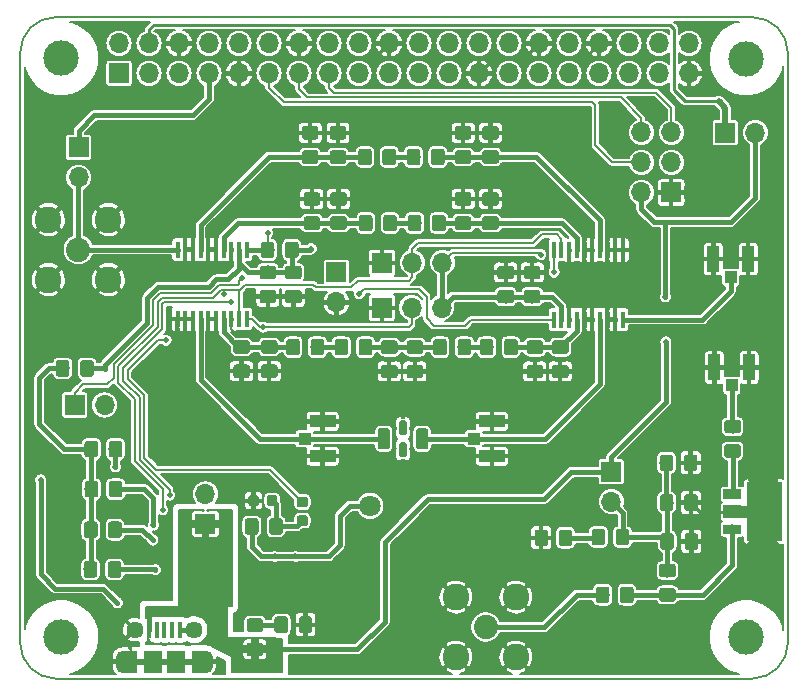
<source format=gtl>
G04 #@! TF.GenerationSoftware,KiCad,Pcbnew,(5.1.4)-1*
G04 #@! TF.CreationDate,2019-11-05T17:53:00+05:30*
G04 #@! TF.ProjectId,RPi Hat RF Transmitter V1,52506920-4861-4742-9052-46205472616e,rev?*
G04 #@! TF.SameCoordinates,Original*
G04 #@! TF.FileFunction,Copper,L1,Top*
G04 #@! TF.FilePolarity,Positive*
%FSLAX46Y46*%
G04 Gerber Fmt 4.6, Leading zero omitted, Abs format (unit mm)*
G04 Created by KiCad (PCBNEW (5.1.4)-1) date 2019-11-05 17:53:00*
%MOMM*%
%LPD*%
G04 APERTURE LIST*
%ADD10C,0.150000*%
%ADD11C,0.100000*%
%ADD12C,1.800000*%
%ADD13O,1.700000X1.700000*%
%ADD14R,1.700000X1.700000*%
%ADD15C,0.875000*%
%ADD16C,1.150000*%
%ADD17R,2.200000X1.050000*%
%ADD18R,1.050000X1.000000*%
%ADD19R,0.450000X1.475000*%
%ADD20R,1.050000X2.200000*%
%ADD21R,1.000000X1.050000*%
%ADD22C,0.610000*%
%ADD23C,1.040000*%
%ADD24C,2.250000*%
%ADD25C,2.050000*%
%ADD26C,3.000000*%
%ADD27C,1.100000*%
%ADD28C,0.800000*%
%ADD29R,1.200000X1.900000*%
%ADD30O,1.200000X1.900000*%
%ADD31R,1.500000X1.900000*%
%ADD32C,1.450000*%
%ADD33R,0.400000X1.350000*%
%ADD34C,0.500000*%
%ADD35C,0.250000*%
%ADD36C,0.500000*%
%ADD37C,0.600000*%
%ADD38C,0.400000*%
%ADD39C,0.200000*%
G04 APERTURE END LIST*
D10*
X78546356Y-63817611D02*
X78546356Y-113817611D01*
X140546356Y-60817611D02*
X81546356Y-60817611D01*
X143546351Y-113822847D02*
X143546356Y-63817611D01*
X81546356Y-116817611D02*
X140546356Y-116817611D01*
X78546356Y-63817611D02*
G75*
G02X81546356Y-60817611I3000000J0D01*
G01*
X140546356Y-60817611D02*
G75*
G02X143546356Y-63817611I0J-3000000D01*
G01*
X81546356Y-116817611D02*
G75*
G02X78546356Y-113817611I0J3000000D01*
G01*
X143546351Y-113822847D02*
G75*
G02X140546356Y-116817611I-2999995J5236D01*
G01*
D11*
G36*
X139514500Y-102207500D02*
G01*
X139514500Y-103160000D01*
X140149500Y-103160000D01*
X140149500Y-102207500D01*
X139514500Y-102207500D01*
G37*
X139514500Y-102207500D02*
X139514500Y-103160000D01*
X140149500Y-103160000D01*
X140149500Y-102207500D01*
X139514500Y-102207500D01*
D12*
X108180000Y-102200000D03*
D13*
X131140000Y-70580000D03*
X133680000Y-70580000D03*
X131140000Y-73120000D03*
X133680000Y-73120000D03*
X131140000Y-75660000D03*
D14*
X133680000Y-75660000D03*
D11*
G36*
X100127691Y-101286053D02*
G01*
X100148926Y-101289203D01*
X100169750Y-101294419D01*
X100189962Y-101301651D01*
X100209368Y-101310830D01*
X100227781Y-101321866D01*
X100245024Y-101334654D01*
X100260930Y-101349070D01*
X100275346Y-101364976D01*
X100288134Y-101382219D01*
X100299170Y-101400632D01*
X100308349Y-101420038D01*
X100315581Y-101440250D01*
X100320797Y-101461074D01*
X100323947Y-101482309D01*
X100325000Y-101503750D01*
X100325000Y-102016250D01*
X100323947Y-102037691D01*
X100320797Y-102058926D01*
X100315581Y-102079750D01*
X100308349Y-102099962D01*
X100299170Y-102119368D01*
X100288134Y-102137781D01*
X100275346Y-102155024D01*
X100260930Y-102170930D01*
X100245024Y-102185346D01*
X100227781Y-102198134D01*
X100209368Y-102209170D01*
X100189962Y-102218349D01*
X100169750Y-102225581D01*
X100148926Y-102230797D01*
X100127691Y-102233947D01*
X100106250Y-102235000D01*
X99668750Y-102235000D01*
X99647309Y-102233947D01*
X99626074Y-102230797D01*
X99605250Y-102225581D01*
X99585038Y-102218349D01*
X99565632Y-102209170D01*
X99547219Y-102198134D01*
X99529976Y-102185346D01*
X99514070Y-102170930D01*
X99499654Y-102155024D01*
X99486866Y-102137781D01*
X99475830Y-102119368D01*
X99466651Y-102099962D01*
X99459419Y-102079750D01*
X99454203Y-102058926D01*
X99451053Y-102037691D01*
X99450000Y-102016250D01*
X99450000Y-101503750D01*
X99451053Y-101482309D01*
X99454203Y-101461074D01*
X99459419Y-101440250D01*
X99466651Y-101420038D01*
X99475830Y-101400632D01*
X99486866Y-101382219D01*
X99499654Y-101364976D01*
X99514070Y-101349070D01*
X99529976Y-101334654D01*
X99547219Y-101321866D01*
X99565632Y-101310830D01*
X99585038Y-101301651D01*
X99605250Y-101294419D01*
X99626074Y-101289203D01*
X99647309Y-101286053D01*
X99668750Y-101285000D01*
X100106250Y-101285000D01*
X100127691Y-101286053D01*
X100127691Y-101286053D01*
G37*
D15*
X99887500Y-101760000D03*
D11*
G36*
X98552691Y-101286053D02*
G01*
X98573926Y-101289203D01*
X98594750Y-101294419D01*
X98614962Y-101301651D01*
X98634368Y-101310830D01*
X98652781Y-101321866D01*
X98670024Y-101334654D01*
X98685930Y-101349070D01*
X98700346Y-101364976D01*
X98713134Y-101382219D01*
X98724170Y-101400632D01*
X98733349Y-101420038D01*
X98740581Y-101440250D01*
X98745797Y-101461074D01*
X98748947Y-101482309D01*
X98750000Y-101503750D01*
X98750000Y-102016250D01*
X98748947Y-102037691D01*
X98745797Y-102058926D01*
X98740581Y-102079750D01*
X98733349Y-102099962D01*
X98724170Y-102119368D01*
X98713134Y-102137781D01*
X98700346Y-102155024D01*
X98685930Y-102170930D01*
X98670024Y-102185346D01*
X98652781Y-102198134D01*
X98634368Y-102209170D01*
X98614962Y-102218349D01*
X98594750Y-102225581D01*
X98573926Y-102230797D01*
X98552691Y-102233947D01*
X98531250Y-102235000D01*
X98093750Y-102235000D01*
X98072309Y-102233947D01*
X98051074Y-102230797D01*
X98030250Y-102225581D01*
X98010038Y-102218349D01*
X97990632Y-102209170D01*
X97972219Y-102198134D01*
X97954976Y-102185346D01*
X97939070Y-102170930D01*
X97924654Y-102155024D01*
X97911866Y-102137781D01*
X97900830Y-102119368D01*
X97891651Y-102099962D01*
X97884419Y-102079750D01*
X97879203Y-102058926D01*
X97876053Y-102037691D01*
X97875000Y-102016250D01*
X97875000Y-101503750D01*
X97876053Y-101482309D01*
X97879203Y-101461074D01*
X97884419Y-101440250D01*
X97891651Y-101420038D01*
X97900830Y-101400632D01*
X97911866Y-101382219D01*
X97924654Y-101364976D01*
X97939070Y-101349070D01*
X97954976Y-101334654D01*
X97972219Y-101321866D01*
X97990632Y-101310830D01*
X98010038Y-101301651D01*
X98030250Y-101294419D01*
X98051074Y-101289203D01*
X98072309Y-101286053D01*
X98093750Y-101285000D01*
X98531250Y-101285000D01*
X98552691Y-101286053D01*
X98552691Y-101286053D01*
G37*
D15*
X98312500Y-101760000D03*
D11*
G36*
X102717691Y-103011053D02*
G01*
X102738926Y-103014203D01*
X102759750Y-103019419D01*
X102779962Y-103026651D01*
X102799368Y-103035830D01*
X102817781Y-103046866D01*
X102835024Y-103059654D01*
X102850930Y-103074070D01*
X102865346Y-103089976D01*
X102878134Y-103107219D01*
X102889170Y-103125632D01*
X102898349Y-103145038D01*
X102905581Y-103165250D01*
X102910797Y-103186074D01*
X102913947Y-103207309D01*
X102915000Y-103228750D01*
X102915000Y-103666250D01*
X102913947Y-103687691D01*
X102910797Y-103708926D01*
X102905581Y-103729750D01*
X102898349Y-103749962D01*
X102889170Y-103769368D01*
X102878134Y-103787781D01*
X102865346Y-103805024D01*
X102850930Y-103820930D01*
X102835024Y-103835346D01*
X102817781Y-103848134D01*
X102799368Y-103859170D01*
X102779962Y-103868349D01*
X102759750Y-103875581D01*
X102738926Y-103880797D01*
X102717691Y-103883947D01*
X102696250Y-103885000D01*
X102183750Y-103885000D01*
X102162309Y-103883947D01*
X102141074Y-103880797D01*
X102120250Y-103875581D01*
X102100038Y-103868349D01*
X102080632Y-103859170D01*
X102062219Y-103848134D01*
X102044976Y-103835346D01*
X102029070Y-103820930D01*
X102014654Y-103805024D01*
X102001866Y-103787781D01*
X101990830Y-103769368D01*
X101981651Y-103749962D01*
X101974419Y-103729750D01*
X101969203Y-103708926D01*
X101966053Y-103687691D01*
X101965000Y-103666250D01*
X101965000Y-103228750D01*
X101966053Y-103207309D01*
X101969203Y-103186074D01*
X101974419Y-103165250D01*
X101981651Y-103145038D01*
X101990830Y-103125632D01*
X102001866Y-103107219D01*
X102014654Y-103089976D01*
X102029070Y-103074070D01*
X102044976Y-103059654D01*
X102062219Y-103046866D01*
X102080632Y-103035830D01*
X102100038Y-103026651D01*
X102120250Y-103019419D01*
X102141074Y-103014203D01*
X102162309Y-103011053D01*
X102183750Y-103010000D01*
X102696250Y-103010000D01*
X102717691Y-103011053D01*
X102717691Y-103011053D01*
G37*
D15*
X102440000Y-103447500D03*
D11*
G36*
X102717691Y-101436053D02*
G01*
X102738926Y-101439203D01*
X102759750Y-101444419D01*
X102779962Y-101451651D01*
X102799368Y-101460830D01*
X102817781Y-101471866D01*
X102835024Y-101484654D01*
X102850930Y-101499070D01*
X102865346Y-101514976D01*
X102878134Y-101532219D01*
X102889170Y-101550632D01*
X102898349Y-101570038D01*
X102905581Y-101590250D01*
X102910797Y-101611074D01*
X102913947Y-101632309D01*
X102915000Y-101653750D01*
X102915000Y-102091250D01*
X102913947Y-102112691D01*
X102910797Y-102133926D01*
X102905581Y-102154750D01*
X102898349Y-102174962D01*
X102889170Y-102194368D01*
X102878134Y-102212781D01*
X102865346Y-102230024D01*
X102850930Y-102245930D01*
X102835024Y-102260346D01*
X102817781Y-102273134D01*
X102799368Y-102284170D01*
X102779962Y-102293349D01*
X102759750Y-102300581D01*
X102738926Y-102305797D01*
X102717691Y-102308947D01*
X102696250Y-102310000D01*
X102183750Y-102310000D01*
X102162309Y-102308947D01*
X102141074Y-102305797D01*
X102120250Y-102300581D01*
X102100038Y-102293349D01*
X102080632Y-102284170D01*
X102062219Y-102273134D01*
X102044976Y-102260346D01*
X102029070Y-102245930D01*
X102014654Y-102230024D01*
X102001866Y-102212781D01*
X101990830Y-102194368D01*
X101981651Y-102174962D01*
X101974419Y-102154750D01*
X101969203Y-102133926D01*
X101966053Y-102112691D01*
X101965000Y-102091250D01*
X101965000Y-101653750D01*
X101966053Y-101632309D01*
X101969203Y-101611074D01*
X101974419Y-101590250D01*
X101981651Y-101570038D01*
X101990830Y-101550632D01*
X102001866Y-101532219D01*
X102014654Y-101514976D01*
X102029070Y-101499070D01*
X102044976Y-101484654D01*
X102062219Y-101471866D01*
X102080632Y-101460830D01*
X102100038Y-101451651D01*
X102120250Y-101444419D01*
X102141074Y-101439203D01*
X102162309Y-101436053D01*
X102183750Y-101435000D01*
X102696250Y-101435000D01*
X102717691Y-101436053D01*
X102717691Y-101436053D01*
G37*
D15*
X102440000Y-101872500D03*
D11*
G36*
X103574505Y-70036204D02*
G01*
X103598773Y-70039804D01*
X103622572Y-70045765D01*
X103645671Y-70054030D01*
X103667850Y-70064520D01*
X103688893Y-70077132D01*
X103708599Y-70091747D01*
X103726777Y-70108223D01*
X103743253Y-70126401D01*
X103757868Y-70146107D01*
X103770480Y-70167150D01*
X103780970Y-70189329D01*
X103789235Y-70212428D01*
X103795196Y-70236227D01*
X103798796Y-70260495D01*
X103800000Y-70284999D01*
X103800000Y-70935001D01*
X103798796Y-70959505D01*
X103795196Y-70983773D01*
X103789235Y-71007572D01*
X103780970Y-71030671D01*
X103770480Y-71052850D01*
X103757868Y-71073893D01*
X103743253Y-71093599D01*
X103726777Y-71111777D01*
X103708599Y-71128253D01*
X103688893Y-71142868D01*
X103667850Y-71155480D01*
X103645671Y-71165970D01*
X103622572Y-71174235D01*
X103598773Y-71180196D01*
X103574505Y-71183796D01*
X103550001Y-71185000D01*
X102649999Y-71185000D01*
X102625495Y-71183796D01*
X102601227Y-71180196D01*
X102577428Y-71174235D01*
X102554329Y-71165970D01*
X102532150Y-71155480D01*
X102511107Y-71142868D01*
X102491401Y-71128253D01*
X102473223Y-71111777D01*
X102456747Y-71093599D01*
X102442132Y-71073893D01*
X102429520Y-71052850D01*
X102419030Y-71030671D01*
X102410765Y-71007572D01*
X102404804Y-70983773D01*
X102401204Y-70959505D01*
X102400000Y-70935001D01*
X102400000Y-70284999D01*
X102401204Y-70260495D01*
X102404804Y-70236227D01*
X102410765Y-70212428D01*
X102419030Y-70189329D01*
X102429520Y-70167150D01*
X102442132Y-70146107D01*
X102456747Y-70126401D01*
X102473223Y-70108223D01*
X102491401Y-70091747D01*
X102511107Y-70077132D01*
X102532150Y-70064520D01*
X102554329Y-70054030D01*
X102577428Y-70045765D01*
X102601227Y-70039804D01*
X102625495Y-70036204D01*
X102649999Y-70035000D01*
X103550001Y-70035000D01*
X103574505Y-70036204D01*
X103574505Y-70036204D01*
G37*
D16*
X103100000Y-70610000D03*
D11*
G36*
X103574505Y-72086204D02*
G01*
X103598773Y-72089804D01*
X103622572Y-72095765D01*
X103645671Y-72104030D01*
X103667850Y-72114520D01*
X103688893Y-72127132D01*
X103708599Y-72141747D01*
X103726777Y-72158223D01*
X103743253Y-72176401D01*
X103757868Y-72196107D01*
X103770480Y-72217150D01*
X103780970Y-72239329D01*
X103789235Y-72262428D01*
X103795196Y-72286227D01*
X103798796Y-72310495D01*
X103800000Y-72334999D01*
X103800000Y-72985001D01*
X103798796Y-73009505D01*
X103795196Y-73033773D01*
X103789235Y-73057572D01*
X103780970Y-73080671D01*
X103770480Y-73102850D01*
X103757868Y-73123893D01*
X103743253Y-73143599D01*
X103726777Y-73161777D01*
X103708599Y-73178253D01*
X103688893Y-73192868D01*
X103667850Y-73205480D01*
X103645671Y-73215970D01*
X103622572Y-73224235D01*
X103598773Y-73230196D01*
X103574505Y-73233796D01*
X103550001Y-73235000D01*
X102649999Y-73235000D01*
X102625495Y-73233796D01*
X102601227Y-73230196D01*
X102577428Y-73224235D01*
X102554329Y-73215970D01*
X102532150Y-73205480D01*
X102511107Y-73192868D01*
X102491401Y-73178253D01*
X102473223Y-73161777D01*
X102456747Y-73143599D01*
X102442132Y-73123893D01*
X102429520Y-73102850D01*
X102419030Y-73080671D01*
X102410765Y-73057572D01*
X102404804Y-73033773D01*
X102401204Y-73009505D01*
X102400000Y-72985001D01*
X102400000Y-72334999D01*
X102401204Y-72310495D01*
X102404804Y-72286227D01*
X102410765Y-72262428D01*
X102419030Y-72239329D01*
X102429520Y-72217150D01*
X102442132Y-72196107D01*
X102456747Y-72176401D01*
X102473223Y-72158223D01*
X102491401Y-72141747D01*
X102511107Y-72127132D01*
X102532150Y-72114520D01*
X102554329Y-72104030D01*
X102577428Y-72095765D01*
X102601227Y-72089804D01*
X102625495Y-72086204D01*
X102649999Y-72085000D01*
X103550001Y-72085000D01*
X103574505Y-72086204D01*
X103574505Y-72086204D01*
G37*
D16*
X103100000Y-72660000D03*
D17*
X118490000Y-95045000D03*
X118490000Y-97995000D03*
D18*
X116965000Y-96520000D03*
D19*
X123730000Y-86420000D03*
X124380000Y-86420000D03*
X125030000Y-86420000D03*
X125680000Y-86420000D03*
X126330000Y-86420000D03*
X126980000Y-86420000D03*
X127630000Y-86420000D03*
X128280000Y-86420000D03*
X128930000Y-86420000D03*
X129580000Y-86420000D03*
X129580000Y-80544000D03*
X128930000Y-80544000D03*
X128280000Y-80544000D03*
X127630000Y-80544000D03*
X126980000Y-80544000D03*
X126330000Y-80544000D03*
X125680000Y-80544000D03*
X125030000Y-80544000D03*
X124380000Y-80544000D03*
X123730000Y-80544000D03*
X97725000Y-80502000D03*
X97075000Y-80502000D03*
X96425000Y-80502000D03*
X95775000Y-80502000D03*
X95125000Y-80502000D03*
X94475000Y-80502000D03*
X93825000Y-80502000D03*
X93175000Y-80502000D03*
X92525000Y-80502000D03*
X91875000Y-80502000D03*
X91875000Y-86378000D03*
X92525000Y-86378000D03*
X93175000Y-86378000D03*
X93825000Y-86378000D03*
X94475000Y-86378000D03*
X95125000Y-86378000D03*
X95775000Y-86378000D03*
X96425000Y-86378000D03*
X97075000Y-86378000D03*
X97725000Y-86378000D03*
D20*
X137245000Y-81320000D03*
X140195000Y-81320000D03*
D21*
X138720000Y-82845000D03*
D20*
X137325000Y-90480000D03*
X140275000Y-90480000D03*
D21*
X138800000Y-92005000D03*
D17*
X104160000Y-95045000D03*
X104160000Y-97995000D03*
D18*
X102635000Y-96520000D03*
D11*
G36*
X99844505Y-79821204D02*
G01*
X99868773Y-79824804D01*
X99892572Y-79830765D01*
X99915671Y-79839030D01*
X99937850Y-79849520D01*
X99958893Y-79862132D01*
X99978599Y-79876747D01*
X99996777Y-79893223D01*
X100013253Y-79911401D01*
X100027868Y-79931107D01*
X100040480Y-79952150D01*
X100050970Y-79974329D01*
X100059235Y-79997428D01*
X100065196Y-80021227D01*
X100068796Y-80045495D01*
X100070000Y-80069999D01*
X100070000Y-80970001D01*
X100068796Y-80994505D01*
X100065196Y-81018773D01*
X100059235Y-81042572D01*
X100050970Y-81065671D01*
X100040480Y-81087850D01*
X100027868Y-81108893D01*
X100013253Y-81128599D01*
X99996777Y-81146777D01*
X99978599Y-81163253D01*
X99958893Y-81177868D01*
X99937850Y-81190480D01*
X99915671Y-81200970D01*
X99892572Y-81209235D01*
X99868773Y-81215196D01*
X99844505Y-81218796D01*
X99820001Y-81220000D01*
X99169999Y-81220000D01*
X99145495Y-81218796D01*
X99121227Y-81215196D01*
X99097428Y-81209235D01*
X99074329Y-81200970D01*
X99052150Y-81190480D01*
X99031107Y-81177868D01*
X99011401Y-81163253D01*
X98993223Y-81146777D01*
X98976747Y-81128599D01*
X98962132Y-81108893D01*
X98949520Y-81087850D01*
X98939030Y-81065671D01*
X98930765Y-81042572D01*
X98924804Y-81018773D01*
X98921204Y-80994505D01*
X98920000Y-80970001D01*
X98920000Y-80069999D01*
X98921204Y-80045495D01*
X98924804Y-80021227D01*
X98930765Y-79997428D01*
X98939030Y-79974329D01*
X98949520Y-79952150D01*
X98962132Y-79931107D01*
X98976747Y-79911401D01*
X98993223Y-79893223D01*
X99011401Y-79876747D01*
X99031107Y-79862132D01*
X99052150Y-79849520D01*
X99074329Y-79839030D01*
X99097428Y-79830765D01*
X99121227Y-79824804D01*
X99145495Y-79821204D01*
X99169999Y-79820000D01*
X99820001Y-79820000D01*
X99844505Y-79821204D01*
X99844505Y-79821204D01*
G37*
D16*
X99495000Y-80520000D03*
D11*
G36*
X101894505Y-79821204D02*
G01*
X101918773Y-79824804D01*
X101942572Y-79830765D01*
X101965671Y-79839030D01*
X101987850Y-79849520D01*
X102008893Y-79862132D01*
X102028599Y-79876747D01*
X102046777Y-79893223D01*
X102063253Y-79911401D01*
X102077868Y-79931107D01*
X102090480Y-79952150D01*
X102100970Y-79974329D01*
X102109235Y-79997428D01*
X102115196Y-80021227D01*
X102118796Y-80045495D01*
X102120000Y-80069999D01*
X102120000Y-80970001D01*
X102118796Y-80994505D01*
X102115196Y-81018773D01*
X102109235Y-81042572D01*
X102100970Y-81065671D01*
X102090480Y-81087850D01*
X102077868Y-81108893D01*
X102063253Y-81128599D01*
X102046777Y-81146777D01*
X102028599Y-81163253D01*
X102008893Y-81177868D01*
X101987850Y-81190480D01*
X101965671Y-81200970D01*
X101942572Y-81209235D01*
X101918773Y-81215196D01*
X101894505Y-81218796D01*
X101870001Y-81220000D01*
X101219999Y-81220000D01*
X101195495Y-81218796D01*
X101171227Y-81215196D01*
X101147428Y-81209235D01*
X101124329Y-81200970D01*
X101102150Y-81190480D01*
X101081107Y-81177868D01*
X101061401Y-81163253D01*
X101043223Y-81146777D01*
X101026747Y-81128599D01*
X101012132Y-81108893D01*
X100999520Y-81087850D01*
X100989030Y-81065671D01*
X100980765Y-81042572D01*
X100974804Y-81018773D01*
X100971204Y-80994505D01*
X100970000Y-80970001D01*
X100970000Y-80069999D01*
X100971204Y-80045495D01*
X100974804Y-80021227D01*
X100980765Y-79997428D01*
X100989030Y-79974329D01*
X100999520Y-79952150D01*
X101012132Y-79931107D01*
X101026747Y-79911401D01*
X101043223Y-79893223D01*
X101061401Y-79876747D01*
X101081107Y-79862132D01*
X101102150Y-79849520D01*
X101124329Y-79839030D01*
X101147428Y-79830765D01*
X101171227Y-79824804D01*
X101195495Y-79821204D01*
X101219999Y-79820000D01*
X101870001Y-79820000D01*
X101894505Y-79821204D01*
X101894505Y-79821204D01*
G37*
D16*
X101545000Y-80520000D03*
D13*
X105320000Y-84980000D03*
D14*
X105320000Y-82440000D03*
D13*
X83500000Y-74380000D03*
D14*
X83500000Y-71840000D03*
D22*
X110960000Y-95415000D03*
X110960000Y-97625000D03*
D11*
G36*
X111127448Y-94970734D02*
G01*
X111142251Y-94972930D01*
X111156768Y-94976567D01*
X111170859Y-94981608D01*
X111184388Y-94988007D01*
X111197224Y-94995701D01*
X111209245Y-95004616D01*
X111220334Y-95014666D01*
X111230384Y-95025755D01*
X111239299Y-95037776D01*
X111246993Y-95050612D01*
X111253392Y-95064141D01*
X111258433Y-95078232D01*
X111262070Y-95092749D01*
X111264266Y-95107552D01*
X111265000Y-95122500D01*
X111265000Y-96062500D01*
X111264266Y-96077448D01*
X111262070Y-96092251D01*
X111258433Y-96106768D01*
X111253392Y-96120859D01*
X111246993Y-96134388D01*
X111239299Y-96147224D01*
X111230384Y-96159245D01*
X111220334Y-96170334D01*
X111209245Y-96180384D01*
X111197224Y-96189299D01*
X111184388Y-96196993D01*
X111170859Y-96203392D01*
X111156768Y-96208433D01*
X111142251Y-96212070D01*
X111127448Y-96214266D01*
X111112500Y-96215000D01*
X110807500Y-96215000D01*
X110792552Y-96214266D01*
X110777749Y-96212070D01*
X110763232Y-96208433D01*
X110749141Y-96203392D01*
X110735612Y-96196993D01*
X110722776Y-96189299D01*
X110710755Y-96180384D01*
X110699666Y-96170334D01*
X110689616Y-96159245D01*
X110680701Y-96147224D01*
X110673007Y-96134388D01*
X110666608Y-96120859D01*
X110661567Y-96106768D01*
X110657930Y-96092251D01*
X110655734Y-96077448D01*
X110655000Y-96062500D01*
X110655000Y-95122500D01*
X110655734Y-95107552D01*
X110657930Y-95092749D01*
X110661567Y-95078232D01*
X110666608Y-95064141D01*
X110673007Y-95050612D01*
X110680701Y-95037776D01*
X110689616Y-95025755D01*
X110699666Y-95014666D01*
X110710755Y-95004616D01*
X110722776Y-94995701D01*
X110735612Y-94988007D01*
X110749141Y-94981608D01*
X110763232Y-94976567D01*
X110777749Y-94972930D01*
X110792552Y-94970734D01*
X110807500Y-94970000D01*
X111112500Y-94970000D01*
X111127448Y-94970734D01*
X111127448Y-94970734D01*
G37*
D22*
X110960000Y-95592500D03*
D11*
G36*
X111127448Y-96825734D02*
G01*
X111142251Y-96827930D01*
X111156768Y-96831567D01*
X111170859Y-96836608D01*
X111184388Y-96843007D01*
X111197224Y-96850701D01*
X111209245Y-96859616D01*
X111220334Y-96869666D01*
X111230384Y-96880755D01*
X111239299Y-96892776D01*
X111246993Y-96905612D01*
X111253392Y-96919141D01*
X111258433Y-96933232D01*
X111262070Y-96947749D01*
X111264266Y-96962552D01*
X111265000Y-96977500D01*
X111265000Y-97917500D01*
X111264266Y-97932448D01*
X111262070Y-97947251D01*
X111258433Y-97961768D01*
X111253392Y-97975859D01*
X111246993Y-97989388D01*
X111239299Y-98002224D01*
X111230384Y-98014245D01*
X111220334Y-98025334D01*
X111209245Y-98035384D01*
X111197224Y-98044299D01*
X111184388Y-98051993D01*
X111170859Y-98058392D01*
X111156768Y-98063433D01*
X111142251Y-98067070D01*
X111127448Y-98069266D01*
X111112500Y-98070000D01*
X110807500Y-98070000D01*
X110792552Y-98069266D01*
X110777749Y-98067070D01*
X110763232Y-98063433D01*
X110749141Y-98058392D01*
X110735612Y-98051993D01*
X110722776Y-98044299D01*
X110710755Y-98035384D01*
X110699666Y-98025334D01*
X110689616Y-98014245D01*
X110680701Y-98002224D01*
X110673007Y-97989388D01*
X110666608Y-97975859D01*
X110661567Y-97961768D01*
X110657930Y-97947251D01*
X110655734Y-97932448D01*
X110655000Y-97917500D01*
X110655000Y-96977500D01*
X110655734Y-96962552D01*
X110657930Y-96947749D01*
X110661567Y-96933232D01*
X110666608Y-96919141D01*
X110673007Y-96905612D01*
X110680701Y-96892776D01*
X110689616Y-96880755D01*
X110699666Y-96869666D01*
X110710755Y-96859616D01*
X110722776Y-96850701D01*
X110735612Y-96843007D01*
X110749141Y-96836608D01*
X110763232Y-96831567D01*
X110777749Y-96827930D01*
X110792552Y-96825734D01*
X110807500Y-96825000D01*
X111112500Y-96825000D01*
X111127448Y-96825734D01*
X111127448Y-96825734D01*
G37*
D22*
X110960000Y-97447500D03*
D11*
G36*
X112879865Y-95621202D02*
G01*
X112904095Y-95624796D01*
X112927855Y-95630748D01*
X112950918Y-95639000D01*
X112973061Y-95649472D01*
X112994070Y-95662065D01*
X113013745Y-95676657D01*
X113031894Y-95693106D01*
X113048343Y-95711255D01*
X113062935Y-95730930D01*
X113075528Y-95751939D01*
X113086000Y-95774082D01*
X113094252Y-95797145D01*
X113100204Y-95820905D01*
X113103798Y-95845135D01*
X113105000Y-95869600D01*
X113105000Y-97170400D01*
X113103798Y-97194865D01*
X113100204Y-97219095D01*
X113094252Y-97242855D01*
X113086000Y-97265918D01*
X113075528Y-97288061D01*
X113062935Y-97309070D01*
X113048343Y-97328745D01*
X113031894Y-97346894D01*
X113013745Y-97363343D01*
X112994070Y-97377935D01*
X112973061Y-97390528D01*
X112950918Y-97401000D01*
X112927855Y-97409252D01*
X112904095Y-97415204D01*
X112879865Y-97418798D01*
X112855400Y-97420000D01*
X112314600Y-97420000D01*
X112290135Y-97418798D01*
X112265905Y-97415204D01*
X112242145Y-97409252D01*
X112219082Y-97401000D01*
X112196939Y-97390528D01*
X112175930Y-97377935D01*
X112156255Y-97363343D01*
X112138106Y-97346894D01*
X112121657Y-97328745D01*
X112107065Y-97309070D01*
X112094472Y-97288061D01*
X112084000Y-97265918D01*
X112075748Y-97242855D01*
X112069796Y-97219095D01*
X112066202Y-97194865D01*
X112065000Y-97170400D01*
X112065000Y-95869600D01*
X112066202Y-95845135D01*
X112069796Y-95820905D01*
X112075748Y-95797145D01*
X112084000Y-95774082D01*
X112094472Y-95751939D01*
X112107065Y-95730930D01*
X112121657Y-95711255D01*
X112138106Y-95693106D01*
X112156255Y-95676657D01*
X112175930Y-95662065D01*
X112196939Y-95649472D01*
X112219082Y-95639000D01*
X112242145Y-95630748D01*
X112265905Y-95624796D01*
X112290135Y-95621202D01*
X112314600Y-95620000D01*
X112855400Y-95620000D01*
X112879865Y-95621202D01*
X112879865Y-95621202D01*
G37*
D23*
X112585000Y-96520000D03*
D11*
G36*
X109629865Y-95621202D02*
G01*
X109654095Y-95624796D01*
X109677855Y-95630748D01*
X109700918Y-95639000D01*
X109723061Y-95649472D01*
X109744070Y-95662065D01*
X109763745Y-95676657D01*
X109781894Y-95693106D01*
X109798343Y-95711255D01*
X109812935Y-95730930D01*
X109825528Y-95751939D01*
X109836000Y-95774082D01*
X109844252Y-95797145D01*
X109850204Y-95820905D01*
X109853798Y-95845135D01*
X109855000Y-95869600D01*
X109855000Y-97170400D01*
X109853798Y-97194865D01*
X109850204Y-97219095D01*
X109844252Y-97242855D01*
X109836000Y-97265918D01*
X109825528Y-97288061D01*
X109812935Y-97309070D01*
X109798343Y-97328745D01*
X109781894Y-97346894D01*
X109763745Y-97363343D01*
X109744070Y-97377935D01*
X109723061Y-97390528D01*
X109700918Y-97401000D01*
X109677855Y-97409252D01*
X109654095Y-97415204D01*
X109629865Y-97418798D01*
X109605400Y-97420000D01*
X109064600Y-97420000D01*
X109040135Y-97418798D01*
X109015905Y-97415204D01*
X108992145Y-97409252D01*
X108969082Y-97401000D01*
X108946939Y-97390528D01*
X108925930Y-97377935D01*
X108906255Y-97363343D01*
X108888106Y-97346894D01*
X108871657Y-97328745D01*
X108857065Y-97309070D01*
X108844472Y-97288061D01*
X108834000Y-97265918D01*
X108825748Y-97242855D01*
X108819796Y-97219095D01*
X108816202Y-97194865D01*
X108815000Y-97170400D01*
X108815000Y-95869600D01*
X108816202Y-95845135D01*
X108819796Y-95820905D01*
X108825748Y-95797145D01*
X108834000Y-95774082D01*
X108844472Y-95751939D01*
X108857065Y-95730930D01*
X108871657Y-95711255D01*
X108888106Y-95693106D01*
X108906255Y-95676657D01*
X108925930Y-95662065D01*
X108946939Y-95649472D01*
X108969082Y-95639000D01*
X108992145Y-95630748D01*
X109015905Y-95624796D01*
X109040135Y-95621202D01*
X109064600Y-95620000D01*
X109605400Y-95620000D01*
X109629865Y-95621202D01*
X109629865Y-95621202D01*
G37*
D23*
X109335000Y-96520000D03*
D11*
G36*
X122374505Y-81861204D02*
G01*
X122398773Y-81864804D01*
X122422572Y-81870765D01*
X122445671Y-81879030D01*
X122467850Y-81889520D01*
X122488893Y-81902132D01*
X122508599Y-81916747D01*
X122526777Y-81933223D01*
X122543253Y-81951401D01*
X122557868Y-81971107D01*
X122570480Y-81992150D01*
X122580970Y-82014329D01*
X122589235Y-82037428D01*
X122595196Y-82061227D01*
X122598796Y-82085495D01*
X122600000Y-82109999D01*
X122600000Y-82760001D01*
X122598796Y-82784505D01*
X122595196Y-82808773D01*
X122589235Y-82832572D01*
X122580970Y-82855671D01*
X122570480Y-82877850D01*
X122557868Y-82898893D01*
X122543253Y-82918599D01*
X122526777Y-82936777D01*
X122508599Y-82953253D01*
X122488893Y-82967868D01*
X122467850Y-82980480D01*
X122445671Y-82990970D01*
X122422572Y-82999235D01*
X122398773Y-83005196D01*
X122374505Y-83008796D01*
X122350001Y-83010000D01*
X121449999Y-83010000D01*
X121425495Y-83008796D01*
X121401227Y-83005196D01*
X121377428Y-82999235D01*
X121354329Y-82990970D01*
X121332150Y-82980480D01*
X121311107Y-82967868D01*
X121291401Y-82953253D01*
X121273223Y-82936777D01*
X121256747Y-82918599D01*
X121242132Y-82898893D01*
X121229520Y-82877850D01*
X121219030Y-82855671D01*
X121210765Y-82832572D01*
X121204804Y-82808773D01*
X121201204Y-82784505D01*
X121200000Y-82760001D01*
X121200000Y-82109999D01*
X121201204Y-82085495D01*
X121204804Y-82061227D01*
X121210765Y-82037428D01*
X121219030Y-82014329D01*
X121229520Y-81992150D01*
X121242132Y-81971107D01*
X121256747Y-81951401D01*
X121273223Y-81933223D01*
X121291401Y-81916747D01*
X121311107Y-81902132D01*
X121332150Y-81889520D01*
X121354329Y-81879030D01*
X121377428Y-81870765D01*
X121401227Y-81864804D01*
X121425495Y-81861204D01*
X121449999Y-81860000D01*
X122350001Y-81860000D01*
X122374505Y-81861204D01*
X122374505Y-81861204D01*
G37*
D16*
X121900000Y-82435000D03*
D11*
G36*
X122374505Y-83911204D02*
G01*
X122398773Y-83914804D01*
X122422572Y-83920765D01*
X122445671Y-83929030D01*
X122467850Y-83939520D01*
X122488893Y-83952132D01*
X122508599Y-83966747D01*
X122526777Y-83983223D01*
X122543253Y-84001401D01*
X122557868Y-84021107D01*
X122570480Y-84042150D01*
X122580970Y-84064329D01*
X122589235Y-84087428D01*
X122595196Y-84111227D01*
X122598796Y-84135495D01*
X122600000Y-84159999D01*
X122600000Y-84810001D01*
X122598796Y-84834505D01*
X122595196Y-84858773D01*
X122589235Y-84882572D01*
X122580970Y-84905671D01*
X122570480Y-84927850D01*
X122557868Y-84948893D01*
X122543253Y-84968599D01*
X122526777Y-84986777D01*
X122508599Y-85003253D01*
X122488893Y-85017868D01*
X122467850Y-85030480D01*
X122445671Y-85040970D01*
X122422572Y-85049235D01*
X122398773Y-85055196D01*
X122374505Y-85058796D01*
X122350001Y-85060000D01*
X121449999Y-85060000D01*
X121425495Y-85058796D01*
X121401227Y-85055196D01*
X121377428Y-85049235D01*
X121354329Y-85040970D01*
X121332150Y-85030480D01*
X121311107Y-85017868D01*
X121291401Y-85003253D01*
X121273223Y-84986777D01*
X121256747Y-84968599D01*
X121242132Y-84948893D01*
X121229520Y-84927850D01*
X121219030Y-84905671D01*
X121210765Y-84882572D01*
X121204804Y-84858773D01*
X121201204Y-84834505D01*
X121200000Y-84810001D01*
X121200000Y-84159999D01*
X121201204Y-84135495D01*
X121204804Y-84111227D01*
X121210765Y-84087428D01*
X121219030Y-84064329D01*
X121229520Y-84042150D01*
X121242132Y-84021107D01*
X121256747Y-84001401D01*
X121273223Y-83983223D01*
X121291401Y-83966747D01*
X121311107Y-83952132D01*
X121332150Y-83939520D01*
X121354329Y-83929030D01*
X121377428Y-83920765D01*
X121401227Y-83914804D01*
X121425495Y-83911204D01*
X121449999Y-83910000D01*
X122350001Y-83910000D01*
X122374505Y-83911204D01*
X122374505Y-83911204D01*
G37*
D16*
X121900000Y-84485000D03*
D11*
G36*
X120134505Y-81861204D02*
G01*
X120158773Y-81864804D01*
X120182572Y-81870765D01*
X120205671Y-81879030D01*
X120227850Y-81889520D01*
X120248893Y-81902132D01*
X120268599Y-81916747D01*
X120286777Y-81933223D01*
X120303253Y-81951401D01*
X120317868Y-81971107D01*
X120330480Y-81992150D01*
X120340970Y-82014329D01*
X120349235Y-82037428D01*
X120355196Y-82061227D01*
X120358796Y-82085495D01*
X120360000Y-82109999D01*
X120360000Y-82760001D01*
X120358796Y-82784505D01*
X120355196Y-82808773D01*
X120349235Y-82832572D01*
X120340970Y-82855671D01*
X120330480Y-82877850D01*
X120317868Y-82898893D01*
X120303253Y-82918599D01*
X120286777Y-82936777D01*
X120268599Y-82953253D01*
X120248893Y-82967868D01*
X120227850Y-82980480D01*
X120205671Y-82990970D01*
X120182572Y-82999235D01*
X120158773Y-83005196D01*
X120134505Y-83008796D01*
X120110001Y-83010000D01*
X119209999Y-83010000D01*
X119185495Y-83008796D01*
X119161227Y-83005196D01*
X119137428Y-82999235D01*
X119114329Y-82990970D01*
X119092150Y-82980480D01*
X119071107Y-82967868D01*
X119051401Y-82953253D01*
X119033223Y-82936777D01*
X119016747Y-82918599D01*
X119002132Y-82898893D01*
X118989520Y-82877850D01*
X118979030Y-82855671D01*
X118970765Y-82832572D01*
X118964804Y-82808773D01*
X118961204Y-82784505D01*
X118960000Y-82760001D01*
X118960000Y-82109999D01*
X118961204Y-82085495D01*
X118964804Y-82061227D01*
X118970765Y-82037428D01*
X118979030Y-82014329D01*
X118989520Y-81992150D01*
X119002132Y-81971107D01*
X119016747Y-81951401D01*
X119033223Y-81933223D01*
X119051401Y-81916747D01*
X119071107Y-81902132D01*
X119092150Y-81889520D01*
X119114329Y-81879030D01*
X119137428Y-81870765D01*
X119161227Y-81864804D01*
X119185495Y-81861204D01*
X119209999Y-81860000D01*
X120110001Y-81860000D01*
X120134505Y-81861204D01*
X120134505Y-81861204D01*
G37*
D16*
X119660000Y-82435000D03*
D11*
G36*
X120134505Y-83911204D02*
G01*
X120158773Y-83914804D01*
X120182572Y-83920765D01*
X120205671Y-83929030D01*
X120227850Y-83939520D01*
X120248893Y-83952132D01*
X120268599Y-83966747D01*
X120286777Y-83983223D01*
X120303253Y-84001401D01*
X120317868Y-84021107D01*
X120330480Y-84042150D01*
X120340970Y-84064329D01*
X120349235Y-84087428D01*
X120355196Y-84111227D01*
X120358796Y-84135495D01*
X120360000Y-84159999D01*
X120360000Y-84810001D01*
X120358796Y-84834505D01*
X120355196Y-84858773D01*
X120349235Y-84882572D01*
X120340970Y-84905671D01*
X120330480Y-84927850D01*
X120317868Y-84948893D01*
X120303253Y-84968599D01*
X120286777Y-84986777D01*
X120268599Y-85003253D01*
X120248893Y-85017868D01*
X120227850Y-85030480D01*
X120205671Y-85040970D01*
X120182572Y-85049235D01*
X120158773Y-85055196D01*
X120134505Y-85058796D01*
X120110001Y-85060000D01*
X119209999Y-85060000D01*
X119185495Y-85058796D01*
X119161227Y-85055196D01*
X119137428Y-85049235D01*
X119114329Y-85040970D01*
X119092150Y-85030480D01*
X119071107Y-85017868D01*
X119051401Y-85003253D01*
X119033223Y-84986777D01*
X119016747Y-84968599D01*
X119002132Y-84948893D01*
X118989520Y-84927850D01*
X118979030Y-84905671D01*
X118970765Y-84882572D01*
X118964804Y-84858773D01*
X118961204Y-84834505D01*
X118960000Y-84810001D01*
X118960000Y-84159999D01*
X118961204Y-84135495D01*
X118964804Y-84111227D01*
X118970765Y-84087428D01*
X118979030Y-84064329D01*
X118989520Y-84042150D01*
X119002132Y-84021107D01*
X119016747Y-84001401D01*
X119033223Y-83983223D01*
X119051401Y-83966747D01*
X119071107Y-83952132D01*
X119092150Y-83939520D01*
X119114329Y-83929030D01*
X119137428Y-83920765D01*
X119161227Y-83914804D01*
X119185495Y-83911204D01*
X119209999Y-83910000D01*
X120110001Y-83910000D01*
X120134505Y-83911204D01*
X120134505Y-83911204D01*
G37*
D16*
X119660000Y-84485000D03*
D11*
G36*
X99994505Y-83911204D02*
G01*
X100018773Y-83914804D01*
X100042572Y-83920765D01*
X100065671Y-83929030D01*
X100087850Y-83939520D01*
X100108893Y-83952132D01*
X100128599Y-83966747D01*
X100146777Y-83983223D01*
X100163253Y-84001401D01*
X100177868Y-84021107D01*
X100190480Y-84042150D01*
X100200970Y-84064329D01*
X100209235Y-84087428D01*
X100215196Y-84111227D01*
X100218796Y-84135495D01*
X100220000Y-84159999D01*
X100220000Y-84810001D01*
X100218796Y-84834505D01*
X100215196Y-84858773D01*
X100209235Y-84882572D01*
X100200970Y-84905671D01*
X100190480Y-84927850D01*
X100177868Y-84948893D01*
X100163253Y-84968599D01*
X100146777Y-84986777D01*
X100128599Y-85003253D01*
X100108893Y-85017868D01*
X100087850Y-85030480D01*
X100065671Y-85040970D01*
X100042572Y-85049235D01*
X100018773Y-85055196D01*
X99994505Y-85058796D01*
X99970001Y-85060000D01*
X99069999Y-85060000D01*
X99045495Y-85058796D01*
X99021227Y-85055196D01*
X98997428Y-85049235D01*
X98974329Y-85040970D01*
X98952150Y-85030480D01*
X98931107Y-85017868D01*
X98911401Y-85003253D01*
X98893223Y-84986777D01*
X98876747Y-84968599D01*
X98862132Y-84948893D01*
X98849520Y-84927850D01*
X98839030Y-84905671D01*
X98830765Y-84882572D01*
X98824804Y-84858773D01*
X98821204Y-84834505D01*
X98820000Y-84810001D01*
X98820000Y-84159999D01*
X98821204Y-84135495D01*
X98824804Y-84111227D01*
X98830765Y-84087428D01*
X98839030Y-84064329D01*
X98849520Y-84042150D01*
X98862132Y-84021107D01*
X98876747Y-84001401D01*
X98893223Y-83983223D01*
X98911401Y-83966747D01*
X98931107Y-83952132D01*
X98952150Y-83939520D01*
X98974329Y-83929030D01*
X98997428Y-83920765D01*
X99021227Y-83914804D01*
X99045495Y-83911204D01*
X99069999Y-83910000D01*
X99970001Y-83910000D01*
X99994505Y-83911204D01*
X99994505Y-83911204D01*
G37*
D16*
X99520000Y-84485000D03*
D11*
G36*
X99994505Y-81861204D02*
G01*
X100018773Y-81864804D01*
X100042572Y-81870765D01*
X100065671Y-81879030D01*
X100087850Y-81889520D01*
X100108893Y-81902132D01*
X100128599Y-81916747D01*
X100146777Y-81933223D01*
X100163253Y-81951401D01*
X100177868Y-81971107D01*
X100190480Y-81992150D01*
X100200970Y-82014329D01*
X100209235Y-82037428D01*
X100215196Y-82061227D01*
X100218796Y-82085495D01*
X100220000Y-82109999D01*
X100220000Y-82760001D01*
X100218796Y-82784505D01*
X100215196Y-82808773D01*
X100209235Y-82832572D01*
X100200970Y-82855671D01*
X100190480Y-82877850D01*
X100177868Y-82898893D01*
X100163253Y-82918599D01*
X100146777Y-82936777D01*
X100128599Y-82953253D01*
X100108893Y-82967868D01*
X100087850Y-82980480D01*
X100065671Y-82990970D01*
X100042572Y-82999235D01*
X100018773Y-83005196D01*
X99994505Y-83008796D01*
X99970001Y-83010000D01*
X99069999Y-83010000D01*
X99045495Y-83008796D01*
X99021227Y-83005196D01*
X98997428Y-82999235D01*
X98974329Y-82990970D01*
X98952150Y-82980480D01*
X98931107Y-82967868D01*
X98911401Y-82953253D01*
X98893223Y-82936777D01*
X98876747Y-82918599D01*
X98862132Y-82898893D01*
X98849520Y-82877850D01*
X98839030Y-82855671D01*
X98830765Y-82832572D01*
X98824804Y-82808773D01*
X98821204Y-82784505D01*
X98820000Y-82760001D01*
X98820000Y-82109999D01*
X98821204Y-82085495D01*
X98824804Y-82061227D01*
X98830765Y-82037428D01*
X98839030Y-82014329D01*
X98849520Y-81992150D01*
X98862132Y-81971107D01*
X98876747Y-81951401D01*
X98893223Y-81933223D01*
X98911401Y-81916747D01*
X98931107Y-81902132D01*
X98952150Y-81889520D01*
X98974329Y-81879030D01*
X98997428Y-81870765D01*
X99021227Y-81864804D01*
X99045495Y-81861204D01*
X99069999Y-81860000D01*
X99970001Y-81860000D01*
X99994505Y-81861204D01*
X99994505Y-81861204D01*
G37*
D16*
X99520000Y-82435000D03*
D11*
G36*
X102154505Y-83911204D02*
G01*
X102178773Y-83914804D01*
X102202572Y-83920765D01*
X102225671Y-83929030D01*
X102247850Y-83939520D01*
X102268893Y-83952132D01*
X102288599Y-83966747D01*
X102306777Y-83983223D01*
X102323253Y-84001401D01*
X102337868Y-84021107D01*
X102350480Y-84042150D01*
X102360970Y-84064329D01*
X102369235Y-84087428D01*
X102375196Y-84111227D01*
X102378796Y-84135495D01*
X102380000Y-84159999D01*
X102380000Y-84810001D01*
X102378796Y-84834505D01*
X102375196Y-84858773D01*
X102369235Y-84882572D01*
X102360970Y-84905671D01*
X102350480Y-84927850D01*
X102337868Y-84948893D01*
X102323253Y-84968599D01*
X102306777Y-84986777D01*
X102288599Y-85003253D01*
X102268893Y-85017868D01*
X102247850Y-85030480D01*
X102225671Y-85040970D01*
X102202572Y-85049235D01*
X102178773Y-85055196D01*
X102154505Y-85058796D01*
X102130001Y-85060000D01*
X101229999Y-85060000D01*
X101205495Y-85058796D01*
X101181227Y-85055196D01*
X101157428Y-85049235D01*
X101134329Y-85040970D01*
X101112150Y-85030480D01*
X101091107Y-85017868D01*
X101071401Y-85003253D01*
X101053223Y-84986777D01*
X101036747Y-84968599D01*
X101022132Y-84948893D01*
X101009520Y-84927850D01*
X100999030Y-84905671D01*
X100990765Y-84882572D01*
X100984804Y-84858773D01*
X100981204Y-84834505D01*
X100980000Y-84810001D01*
X100980000Y-84159999D01*
X100981204Y-84135495D01*
X100984804Y-84111227D01*
X100990765Y-84087428D01*
X100999030Y-84064329D01*
X101009520Y-84042150D01*
X101022132Y-84021107D01*
X101036747Y-84001401D01*
X101053223Y-83983223D01*
X101071401Y-83966747D01*
X101091107Y-83952132D01*
X101112150Y-83939520D01*
X101134329Y-83929030D01*
X101157428Y-83920765D01*
X101181227Y-83914804D01*
X101205495Y-83911204D01*
X101229999Y-83910000D01*
X102130001Y-83910000D01*
X102154505Y-83911204D01*
X102154505Y-83911204D01*
G37*
D16*
X101680000Y-84485000D03*
D11*
G36*
X102154505Y-81861204D02*
G01*
X102178773Y-81864804D01*
X102202572Y-81870765D01*
X102225671Y-81879030D01*
X102247850Y-81889520D01*
X102268893Y-81902132D01*
X102288599Y-81916747D01*
X102306777Y-81933223D01*
X102323253Y-81951401D01*
X102337868Y-81971107D01*
X102350480Y-81992150D01*
X102360970Y-82014329D01*
X102369235Y-82037428D01*
X102375196Y-82061227D01*
X102378796Y-82085495D01*
X102380000Y-82109999D01*
X102380000Y-82760001D01*
X102378796Y-82784505D01*
X102375196Y-82808773D01*
X102369235Y-82832572D01*
X102360970Y-82855671D01*
X102350480Y-82877850D01*
X102337868Y-82898893D01*
X102323253Y-82918599D01*
X102306777Y-82936777D01*
X102288599Y-82953253D01*
X102268893Y-82967868D01*
X102247850Y-82980480D01*
X102225671Y-82990970D01*
X102202572Y-82999235D01*
X102178773Y-83005196D01*
X102154505Y-83008796D01*
X102130001Y-83010000D01*
X101229999Y-83010000D01*
X101205495Y-83008796D01*
X101181227Y-83005196D01*
X101157428Y-82999235D01*
X101134329Y-82990970D01*
X101112150Y-82980480D01*
X101091107Y-82967868D01*
X101071401Y-82953253D01*
X101053223Y-82936777D01*
X101036747Y-82918599D01*
X101022132Y-82898893D01*
X101009520Y-82877850D01*
X100999030Y-82855671D01*
X100990765Y-82832572D01*
X100984804Y-82808773D01*
X100981204Y-82784505D01*
X100980000Y-82760001D01*
X100980000Y-82109999D01*
X100981204Y-82085495D01*
X100984804Y-82061227D01*
X100990765Y-82037428D01*
X100999030Y-82014329D01*
X101009520Y-81992150D01*
X101022132Y-81971107D01*
X101036747Y-81951401D01*
X101053223Y-81933223D01*
X101071401Y-81916747D01*
X101091107Y-81902132D01*
X101112150Y-81889520D01*
X101134329Y-81879030D01*
X101157428Y-81870765D01*
X101181227Y-81864804D01*
X101205495Y-81861204D01*
X101229999Y-81860000D01*
X102130001Y-81860000D01*
X102154505Y-81861204D01*
X102154505Y-81861204D01*
G37*
D16*
X101680000Y-82435000D03*
D11*
G36*
X124755505Y-90243204D02*
G01*
X124779773Y-90246804D01*
X124803572Y-90252765D01*
X124826671Y-90261030D01*
X124848850Y-90271520D01*
X124869893Y-90284132D01*
X124889599Y-90298747D01*
X124907777Y-90315223D01*
X124924253Y-90333401D01*
X124938868Y-90353107D01*
X124951480Y-90374150D01*
X124961970Y-90396329D01*
X124970235Y-90419428D01*
X124976196Y-90443227D01*
X124979796Y-90467495D01*
X124981000Y-90491999D01*
X124981000Y-91142001D01*
X124979796Y-91166505D01*
X124976196Y-91190773D01*
X124970235Y-91214572D01*
X124961970Y-91237671D01*
X124951480Y-91259850D01*
X124938868Y-91280893D01*
X124924253Y-91300599D01*
X124907777Y-91318777D01*
X124889599Y-91335253D01*
X124869893Y-91349868D01*
X124848850Y-91362480D01*
X124826671Y-91372970D01*
X124803572Y-91381235D01*
X124779773Y-91387196D01*
X124755505Y-91390796D01*
X124731001Y-91392000D01*
X123830999Y-91392000D01*
X123806495Y-91390796D01*
X123782227Y-91387196D01*
X123758428Y-91381235D01*
X123735329Y-91372970D01*
X123713150Y-91362480D01*
X123692107Y-91349868D01*
X123672401Y-91335253D01*
X123654223Y-91318777D01*
X123637747Y-91300599D01*
X123623132Y-91280893D01*
X123610520Y-91259850D01*
X123600030Y-91237671D01*
X123591765Y-91214572D01*
X123585804Y-91190773D01*
X123582204Y-91166505D01*
X123581000Y-91142001D01*
X123581000Y-90491999D01*
X123582204Y-90467495D01*
X123585804Y-90443227D01*
X123591765Y-90419428D01*
X123600030Y-90396329D01*
X123610520Y-90374150D01*
X123623132Y-90353107D01*
X123637747Y-90333401D01*
X123654223Y-90315223D01*
X123672401Y-90298747D01*
X123692107Y-90284132D01*
X123713150Y-90271520D01*
X123735329Y-90261030D01*
X123758428Y-90252765D01*
X123782227Y-90246804D01*
X123806495Y-90243204D01*
X123830999Y-90242000D01*
X124731001Y-90242000D01*
X124755505Y-90243204D01*
X124755505Y-90243204D01*
G37*
D16*
X124281000Y-90817000D03*
D11*
G36*
X124755505Y-88193204D02*
G01*
X124779773Y-88196804D01*
X124803572Y-88202765D01*
X124826671Y-88211030D01*
X124848850Y-88221520D01*
X124869893Y-88234132D01*
X124889599Y-88248747D01*
X124907777Y-88265223D01*
X124924253Y-88283401D01*
X124938868Y-88303107D01*
X124951480Y-88324150D01*
X124961970Y-88346329D01*
X124970235Y-88369428D01*
X124976196Y-88393227D01*
X124979796Y-88417495D01*
X124981000Y-88441999D01*
X124981000Y-89092001D01*
X124979796Y-89116505D01*
X124976196Y-89140773D01*
X124970235Y-89164572D01*
X124961970Y-89187671D01*
X124951480Y-89209850D01*
X124938868Y-89230893D01*
X124924253Y-89250599D01*
X124907777Y-89268777D01*
X124889599Y-89285253D01*
X124869893Y-89299868D01*
X124848850Y-89312480D01*
X124826671Y-89322970D01*
X124803572Y-89331235D01*
X124779773Y-89337196D01*
X124755505Y-89340796D01*
X124731001Y-89342000D01*
X123830999Y-89342000D01*
X123806495Y-89340796D01*
X123782227Y-89337196D01*
X123758428Y-89331235D01*
X123735329Y-89322970D01*
X123713150Y-89312480D01*
X123692107Y-89299868D01*
X123672401Y-89285253D01*
X123654223Y-89268777D01*
X123637747Y-89250599D01*
X123623132Y-89230893D01*
X123610520Y-89209850D01*
X123600030Y-89187671D01*
X123591765Y-89164572D01*
X123585804Y-89140773D01*
X123582204Y-89116505D01*
X123581000Y-89092001D01*
X123581000Y-88441999D01*
X123582204Y-88417495D01*
X123585804Y-88393227D01*
X123591765Y-88369428D01*
X123600030Y-88346329D01*
X123610520Y-88324150D01*
X123623132Y-88303107D01*
X123637747Y-88283401D01*
X123654223Y-88265223D01*
X123672401Y-88248747D01*
X123692107Y-88234132D01*
X123713150Y-88221520D01*
X123735329Y-88211030D01*
X123758428Y-88202765D01*
X123782227Y-88196804D01*
X123806495Y-88193204D01*
X123830999Y-88192000D01*
X124731001Y-88192000D01*
X124755505Y-88193204D01*
X124755505Y-88193204D01*
G37*
D16*
X124281000Y-88767000D03*
D11*
G36*
X120448505Y-88068204D02*
G01*
X120472773Y-88071804D01*
X120496572Y-88077765D01*
X120519671Y-88086030D01*
X120541850Y-88096520D01*
X120562893Y-88109132D01*
X120582599Y-88123747D01*
X120600777Y-88140223D01*
X120617253Y-88158401D01*
X120631868Y-88178107D01*
X120644480Y-88199150D01*
X120654970Y-88221329D01*
X120663235Y-88244428D01*
X120669196Y-88268227D01*
X120672796Y-88292495D01*
X120674000Y-88316999D01*
X120674000Y-89217001D01*
X120672796Y-89241505D01*
X120669196Y-89265773D01*
X120663235Y-89289572D01*
X120654970Y-89312671D01*
X120644480Y-89334850D01*
X120631868Y-89355893D01*
X120617253Y-89375599D01*
X120600777Y-89393777D01*
X120582599Y-89410253D01*
X120562893Y-89424868D01*
X120541850Y-89437480D01*
X120519671Y-89447970D01*
X120496572Y-89456235D01*
X120472773Y-89462196D01*
X120448505Y-89465796D01*
X120424001Y-89467000D01*
X119773999Y-89467000D01*
X119749495Y-89465796D01*
X119725227Y-89462196D01*
X119701428Y-89456235D01*
X119678329Y-89447970D01*
X119656150Y-89437480D01*
X119635107Y-89424868D01*
X119615401Y-89410253D01*
X119597223Y-89393777D01*
X119580747Y-89375599D01*
X119566132Y-89355893D01*
X119553520Y-89334850D01*
X119543030Y-89312671D01*
X119534765Y-89289572D01*
X119528804Y-89265773D01*
X119525204Y-89241505D01*
X119524000Y-89217001D01*
X119524000Y-88316999D01*
X119525204Y-88292495D01*
X119528804Y-88268227D01*
X119534765Y-88244428D01*
X119543030Y-88221329D01*
X119553520Y-88199150D01*
X119566132Y-88178107D01*
X119580747Y-88158401D01*
X119597223Y-88140223D01*
X119615401Y-88123747D01*
X119635107Y-88109132D01*
X119656150Y-88096520D01*
X119678329Y-88086030D01*
X119701428Y-88077765D01*
X119725227Y-88071804D01*
X119749495Y-88068204D01*
X119773999Y-88067000D01*
X120424001Y-88067000D01*
X120448505Y-88068204D01*
X120448505Y-88068204D01*
G37*
D16*
X120099000Y-88767000D03*
D11*
G36*
X118398505Y-88068204D02*
G01*
X118422773Y-88071804D01*
X118446572Y-88077765D01*
X118469671Y-88086030D01*
X118491850Y-88096520D01*
X118512893Y-88109132D01*
X118532599Y-88123747D01*
X118550777Y-88140223D01*
X118567253Y-88158401D01*
X118581868Y-88178107D01*
X118594480Y-88199150D01*
X118604970Y-88221329D01*
X118613235Y-88244428D01*
X118619196Y-88268227D01*
X118622796Y-88292495D01*
X118624000Y-88316999D01*
X118624000Y-89217001D01*
X118622796Y-89241505D01*
X118619196Y-89265773D01*
X118613235Y-89289572D01*
X118604970Y-89312671D01*
X118594480Y-89334850D01*
X118581868Y-89355893D01*
X118567253Y-89375599D01*
X118550777Y-89393777D01*
X118532599Y-89410253D01*
X118512893Y-89424868D01*
X118491850Y-89437480D01*
X118469671Y-89447970D01*
X118446572Y-89456235D01*
X118422773Y-89462196D01*
X118398505Y-89465796D01*
X118374001Y-89467000D01*
X117723999Y-89467000D01*
X117699495Y-89465796D01*
X117675227Y-89462196D01*
X117651428Y-89456235D01*
X117628329Y-89447970D01*
X117606150Y-89437480D01*
X117585107Y-89424868D01*
X117565401Y-89410253D01*
X117547223Y-89393777D01*
X117530747Y-89375599D01*
X117516132Y-89355893D01*
X117503520Y-89334850D01*
X117493030Y-89312671D01*
X117484765Y-89289572D01*
X117478804Y-89265773D01*
X117475204Y-89241505D01*
X117474000Y-89217001D01*
X117474000Y-88316999D01*
X117475204Y-88292495D01*
X117478804Y-88268227D01*
X117484765Y-88244428D01*
X117493030Y-88221329D01*
X117503520Y-88199150D01*
X117516132Y-88178107D01*
X117530747Y-88158401D01*
X117547223Y-88140223D01*
X117565401Y-88123747D01*
X117585107Y-88109132D01*
X117606150Y-88096520D01*
X117628329Y-88086030D01*
X117651428Y-88077765D01*
X117675227Y-88071804D01*
X117699495Y-88068204D01*
X117723999Y-88067000D01*
X118374001Y-88067000D01*
X118398505Y-88068204D01*
X118398505Y-88068204D01*
G37*
D16*
X118049000Y-88767000D03*
D11*
G36*
X122596505Y-90243204D02*
G01*
X122620773Y-90246804D01*
X122644572Y-90252765D01*
X122667671Y-90261030D01*
X122689850Y-90271520D01*
X122710893Y-90284132D01*
X122730599Y-90298747D01*
X122748777Y-90315223D01*
X122765253Y-90333401D01*
X122779868Y-90353107D01*
X122792480Y-90374150D01*
X122802970Y-90396329D01*
X122811235Y-90419428D01*
X122817196Y-90443227D01*
X122820796Y-90467495D01*
X122822000Y-90491999D01*
X122822000Y-91142001D01*
X122820796Y-91166505D01*
X122817196Y-91190773D01*
X122811235Y-91214572D01*
X122802970Y-91237671D01*
X122792480Y-91259850D01*
X122779868Y-91280893D01*
X122765253Y-91300599D01*
X122748777Y-91318777D01*
X122730599Y-91335253D01*
X122710893Y-91349868D01*
X122689850Y-91362480D01*
X122667671Y-91372970D01*
X122644572Y-91381235D01*
X122620773Y-91387196D01*
X122596505Y-91390796D01*
X122572001Y-91392000D01*
X121671999Y-91392000D01*
X121647495Y-91390796D01*
X121623227Y-91387196D01*
X121599428Y-91381235D01*
X121576329Y-91372970D01*
X121554150Y-91362480D01*
X121533107Y-91349868D01*
X121513401Y-91335253D01*
X121495223Y-91318777D01*
X121478747Y-91300599D01*
X121464132Y-91280893D01*
X121451520Y-91259850D01*
X121441030Y-91237671D01*
X121432765Y-91214572D01*
X121426804Y-91190773D01*
X121423204Y-91166505D01*
X121422000Y-91142001D01*
X121422000Y-90491999D01*
X121423204Y-90467495D01*
X121426804Y-90443227D01*
X121432765Y-90419428D01*
X121441030Y-90396329D01*
X121451520Y-90374150D01*
X121464132Y-90353107D01*
X121478747Y-90333401D01*
X121495223Y-90315223D01*
X121513401Y-90298747D01*
X121533107Y-90284132D01*
X121554150Y-90271520D01*
X121576329Y-90261030D01*
X121599428Y-90252765D01*
X121623227Y-90246804D01*
X121647495Y-90243204D01*
X121671999Y-90242000D01*
X122572001Y-90242000D01*
X122596505Y-90243204D01*
X122596505Y-90243204D01*
G37*
D16*
X122122000Y-90817000D03*
D11*
G36*
X122596505Y-88193204D02*
G01*
X122620773Y-88196804D01*
X122644572Y-88202765D01*
X122667671Y-88211030D01*
X122689850Y-88221520D01*
X122710893Y-88234132D01*
X122730599Y-88248747D01*
X122748777Y-88265223D01*
X122765253Y-88283401D01*
X122779868Y-88303107D01*
X122792480Y-88324150D01*
X122802970Y-88346329D01*
X122811235Y-88369428D01*
X122817196Y-88393227D01*
X122820796Y-88417495D01*
X122822000Y-88441999D01*
X122822000Y-89092001D01*
X122820796Y-89116505D01*
X122817196Y-89140773D01*
X122811235Y-89164572D01*
X122802970Y-89187671D01*
X122792480Y-89209850D01*
X122779868Y-89230893D01*
X122765253Y-89250599D01*
X122748777Y-89268777D01*
X122730599Y-89285253D01*
X122710893Y-89299868D01*
X122689850Y-89312480D01*
X122667671Y-89322970D01*
X122644572Y-89331235D01*
X122620773Y-89337196D01*
X122596505Y-89340796D01*
X122572001Y-89342000D01*
X121671999Y-89342000D01*
X121647495Y-89340796D01*
X121623227Y-89337196D01*
X121599428Y-89331235D01*
X121576329Y-89322970D01*
X121554150Y-89312480D01*
X121533107Y-89299868D01*
X121513401Y-89285253D01*
X121495223Y-89268777D01*
X121478747Y-89250599D01*
X121464132Y-89230893D01*
X121451520Y-89209850D01*
X121441030Y-89187671D01*
X121432765Y-89164572D01*
X121426804Y-89140773D01*
X121423204Y-89116505D01*
X121422000Y-89092001D01*
X121422000Y-88441999D01*
X121423204Y-88417495D01*
X121426804Y-88393227D01*
X121432765Y-88369428D01*
X121441030Y-88346329D01*
X121451520Y-88324150D01*
X121464132Y-88303107D01*
X121478747Y-88283401D01*
X121495223Y-88265223D01*
X121513401Y-88248747D01*
X121533107Y-88234132D01*
X121554150Y-88221520D01*
X121576329Y-88211030D01*
X121599428Y-88202765D01*
X121623227Y-88196804D01*
X121647495Y-88193204D01*
X121671999Y-88192000D01*
X122572001Y-88192000D01*
X122596505Y-88193204D01*
X122596505Y-88193204D01*
G37*
D16*
X122122000Y-88767000D03*
D11*
G36*
X116502505Y-88068204D02*
G01*
X116526773Y-88071804D01*
X116550572Y-88077765D01*
X116573671Y-88086030D01*
X116595850Y-88096520D01*
X116616893Y-88109132D01*
X116636599Y-88123747D01*
X116654777Y-88140223D01*
X116671253Y-88158401D01*
X116685868Y-88178107D01*
X116698480Y-88199150D01*
X116708970Y-88221329D01*
X116717235Y-88244428D01*
X116723196Y-88268227D01*
X116726796Y-88292495D01*
X116728000Y-88316999D01*
X116728000Y-89217001D01*
X116726796Y-89241505D01*
X116723196Y-89265773D01*
X116717235Y-89289572D01*
X116708970Y-89312671D01*
X116698480Y-89334850D01*
X116685868Y-89355893D01*
X116671253Y-89375599D01*
X116654777Y-89393777D01*
X116636599Y-89410253D01*
X116616893Y-89424868D01*
X116595850Y-89437480D01*
X116573671Y-89447970D01*
X116550572Y-89456235D01*
X116526773Y-89462196D01*
X116502505Y-89465796D01*
X116478001Y-89467000D01*
X115827999Y-89467000D01*
X115803495Y-89465796D01*
X115779227Y-89462196D01*
X115755428Y-89456235D01*
X115732329Y-89447970D01*
X115710150Y-89437480D01*
X115689107Y-89424868D01*
X115669401Y-89410253D01*
X115651223Y-89393777D01*
X115634747Y-89375599D01*
X115620132Y-89355893D01*
X115607520Y-89334850D01*
X115597030Y-89312671D01*
X115588765Y-89289572D01*
X115582804Y-89265773D01*
X115579204Y-89241505D01*
X115578000Y-89217001D01*
X115578000Y-88316999D01*
X115579204Y-88292495D01*
X115582804Y-88268227D01*
X115588765Y-88244428D01*
X115597030Y-88221329D01*
X115607520Y-88199150D01*
X115620132Y-88178107D01*
X115634747Y-88158401D01*
X115651223Y-88140223D01*
X115669401Y-88123747D01*
X115689107Y-88109132D01*
X115710150Y-88096520D01*
X115732329Y-88086030D01*
X115755428Y-88077765D01*
X115779227Y-88071804D01*
X115803495Y-88068204D01*
X115827999Y-88067000D01*
X116478001Y-88067000D01*
X116502505Y-88068204D01*
X116502505Y-88068204D01*
G37*
D16*
X116153000Y-88767000D03*
D11*
G36*
X114452505Y-88068204D02*
G01*
X114476773Y-88071804D01*
X114500572Y-88077765D01*
X114523671Y-88086030D01*
X114545850Y-88096520D01*
X114566893Y-88109132D01*
X114586599Y-88123747D01*
X114604777Y-88140223D01*
X114621253Y-88158401D01*
X114635868Y-88178107D01*
X114648480Y-88199150D01*
X114658970Y-88221329D01*
X114667235Y-88244428D01*
X114673196Y-88268227D01*
X114676796Y-88292495D01*
X114678000Y-88316999D01*
X114678000Y-89217001D01*
X114676796Y-89241505D01*
X114673196Y-89265773D01*
X114667235Y-89289572D01*
X114658970Y-89312671D01*
X114648480Y-89334850D01*
X114635868Y-89355893D01*
X114621253Y-89375599D01*
X114604777Y-89393777D01*
X114586599Y-89410253D01*
X114566893Y-89424868D01*
X114545850Y-89437480D01*
X114523671Y-89447970D01*
X114500572Y-89456235D01*
X114476773Y-89462196D01*
X114452505Y-89465796D01*
X114428001Y-89467000D01*
X113777999Y-89467000D01*
X113753495Y-89465796D01*
X113729227Y-89462196D01*
X113705428Y-89456235D01*
X113682329Y-89447970D01*
X113660150Y-89437480D01*
X113639107Y-89424868D01*
X113619401Y-89410253D01*
X113601223Y-89393777D01*
X113584747Y-89375599D01*
X113570132Y-89355893D01*
X113557520Y-89334850D01*
X113547030Y-89312671D01*
X113538765Y-89289572D01*
X113532804Y-89265773D01*
X113529204Y-89241505D01*
X113528000Y-89217001D01*
X113528000Y-88316999D01*
X113529204Y-88292495D01*
X113532804Y-88268227D01*
X113538765Y-88244428D01*
X113547030Y-88221329D01*
X113557520Y-88199150D01*
X113570132Y-88178107D01*
X113584747Y-88158401D01*
X113601223Y-88140223D01*
X113619401Y-88123747D01*
X113639107Y-88109132D01*
X113660150Y-88096520D01*
X113682329Y-88086030D01*
X113705428Y-88077765D01*
X113729227Y-88071804D01*
X113753495Y-88068204D01*
X113777999Y-88067000D01*
X114428001Y-88067000D01*
X114452505Y-88068204D01*
X114452505Y-88068204D01*
G37*
D16*
X114103000Y-88767000D03*
D11*
G36*
X135731505Y-104520704D02*
G01*
X135755773Y-104524304D01*
X135779572Y-104530265D01*
X135802671Y-104538530D01*
X135824850Y-104549020D01*
X135845893Y-104561632D01*
X135865599Y-104576247D01*
X135883777Y-104592723D01*
X135900253Y-104610901D01*
X135914868Y-104630607D01*
X135927480Y-104651650D01*
X135937970Y-104673829D01*
X135946235Y-104696928D01*
X135952196Y-104720727D01*
X135955796Y-104744995D01*
X135957000Y-104769499D01*
X135957000Y-105669501D01*
X135955796Y-105694005D01*
X135952196Y-105718273D01*
X135946235Y-105742072D01*
X135937970Y-105765171D01*
X135927480Y-105787350D01*
X135914868Y-105808393D01*
X135900253Y-105828099D01*
X135883777Y-105846277D01*
X135865599Y-105862753D01*
X135845893Y-105877368D01*
X135824850Y-105889980D01*
X135802671Y-105900470D01*
X135779572Y-105908735D01*
X135755773Y-105914696D01*
X135731505Y-105918296D01*
X135707001Y-105919500D01*
X135056999Y-105919500D01*
X135032495Y-105918296D01*
X135008227Y-105914696D01*
X134984428Y-105908735D01*
X134961329Y-105900470D01*
X134939150Y-105889980D01*
X134918107Y-105877368D01*
X134898401Y-105862753D01*
X134880223Y-105846277D01*
X134863747Y-105828099D01*
X134849132Y-105808393D01*
X134836520Y-105787350D01*
X134826030Y-105765171D01*
X134817765Y-105742072D01*
X134811804Y-105718273D01*
X134808204Y-105694005D01*
X134807000Y-105669501D01*
X134807000Y-104769499D01*
X134808204Y-104744995D01*
X134811804Y-104720727D01*
X134817765Y-104696928D01*
X134826030Y-104673829D01*
X134836520Y-104651650D01*
X134849132Y-104630607D01*
X134863747Y-104610901D01*
X134880223Y-104592723D01*
X134898401Y-104576247D01*
X134918107Y-104561632D01*
X134939150Y-104549020D01*
X134961329Y-104538530D01*
X134984428Y-104530265D01*
X135008227Y-104524304D01*
X135032495Y-104520704D01*
X135056999Y-104519500D01*
X135707001Y-104519500D01*
X135731505Y-104520704D01*
X135731505Y-104520704D01*
G37*
D16*
X135382000Y-105219500D03*
D11*
G36*
X133681505Y-104520704D02*
G01*
X133705773Y-104524304D01*
X133729572Y-104530265D01*
X133752671Y-104538530D01*
X133774850Y-104549020D01*
X133795893Y-104561632D01*
X133815599Y-104576247D01*
X133833777Y-104592723D01*
X133850253Y-104610901D01*
X133864868Y-104630607D01*
X133877480Y-104651650D01*
X133887970Y-104673829D01*
X133896235Y-104696928D01*
X133902196Y-104720727D01*
X133905796Y-104744995D01*
X133907000Y-104769499D01*
X133907000Y-105669501D01*
X133905796Y-105694005D01*
X133902196Y-105718273D01*
X133896235Y-105742072D01*
X133887970Y-105765171D01*
X133877480Y-105787350D01*
X133864868Y-105808393D01*
X133850253Y-105828099D01*
X133833777Y-105846277D01*
X133815599Y-105862753D01*
X133795893Y-105877368D01*
X133774850Y-105889980D01*
X133752671Y-105900470D01*
X133729572Y-105908735D01*
X133705773Y-105914696D01*
X133681505Y-105918296D01*
X133657001Y-105919500D01*
X133006999Y-105919500D01*
X132982495Y-105918296D01*
X132958227Y-105914696D01*
X132934428Y-105908735D01*
X132911329Y-105900470D01*
X132889150Y-105889980D01*
X132868107Y-105877368D01*
X132848401Y-105862753D01*
X132830223Y-105846277D01*
X132813747Y-105828099D01*
X132799132Y-105808393D01*
X132786520Y-105787350D01*
X132776030Y-105765171D01*
X132767765Y-105742072D01*
X132761804Y-105718273D01*
X132758204Y-105694005D01*
X132757000Y-105669501D01*
X132757000Y-104769499D01*
X132758204Y-104744995D01*
X132761804Y-104720727D01*
X132767765Y-104696928D01*
X132776030Y-104673829D01*
X132786520Y-104651650D01*
X132799132Y-104630607D01*
X132813747Y-104610901D01*
X132830223Y-104592723D01*
X132848401Y-104576247D01*
X132868107Y-104561632D01*
X132889150Y-104549020D01*
X132911329Y-104538530D01*
X132934428Y-104530265D01*
X132958227Y-104524304D01*
X132982495Y-104520704D01*
X133006999Y-104519500D01*
X133657001Y-104519500D01*
X133681505Y-104520704D01*
X133681505Y-104520704D01*
G37*
D16*
X133332000Y-105219500D03*
D24*
X120523000Y-114998500D03*
X115443000Y-114998500D03*
X115443000Y-109918500D03*
X120523000Y-109918500D03*
D25*
X117983000Y-112458500D03*
D24*
X80937000Y-83038500D03*
X80937000Y-77958500D03*
X86017000Y-77958500D03*
X86017000Y-83038500D03*
D25*
X83477000Y-80498500D03*
D11*
G36*
X128220505Y-109029204D02*
G01*
X128244773Y-109032804D01*
X128268572Y-109038765D01*
X128291671Y-109047030D01*
X128313850Y-109057520D01*
X128334893Y-109070132D01*
X128354599Y-109084747D01*
X128372777Y-109101223D01*
X128389253Y-109119401D01*
X128403868Y-109139107D01*
X128416480Y-109160150D01*
X128426970Y-109182329D01*
X128435235Y-109205428D01*
X128441196Y-109229227D01*
X128444796Y-109253495D01*
X128446000Y-109277999D01*
X128446000Y-110178001D01*
X128444796Y-110202505D01*
X128441196Y-110226773D01*
X128435235Y-110250572D01*
X128426970Y-110273671D01*
X128416480Y-110295850D01*
X128403868Y-110316893D01*
X128389253Y-110336599D01*
X128372777Y-110354777D01*
X128354599Y-110371253D01*
X128334893Y-110385868D01*
X128313850Y-110398480D01*
X128291671Y-110408970D01*
X128268572Y-110417235D01*
X128244773Y-110423196D01*
X128220505Y-110426796D01*
X128196001Y-110428000D01*
X127545999Y-110428000D01*
X127521495Y-110426796D01*
X127497227Y-110423196D01*
X127473428Y-110417235D01*
X127450329Y-110408970D01*
X127428150Y-110398480D01*
X127407107Y-110385868D01*
X127387401Y-110371253D01*
X127369223Y-110354777D01*
X127352747Y-110336599D01*
X127338132Y-110316893D01*
X127325520Y-110295850D01*
X127315030Y-110273671D01*
X127306765Y-110250572D01*
X127300804Y-110226773D01*
X127297204Y-110202505D01*
X127296000Y-110178001D01*
X127296000Y-109277999D01*
X127297204Y-109253495D01*
X127300804Y-109229227D01*
X127306765Y-109205428D01*
X127315030Y-109182329D01*
X127325520Y-109160150D01*
X127338132Y-109139107D01*
X127352747Y-109119401D01*
X127369223Y-109101223D01*
X127387401Y-109084747D01*
X127407107Y-109070132D01*
X127428150Y-109057520D01*
X127450329Y-109047030D01*
X127473428Y-109038765D01*
X127497227Y-109032804D01*
X127521495Y-109029204D01*
X127545999Y-109028000D01*
X128196001Y-109028000D01*
X128220505Y-109029204D01*
X128220505Y-109029204D01*
G37*
D16*
X127871000Y-109728000D03*
D11*
G36*
X130270505Y-109029204D02*
G01*
X130294773Y-109032804D01*
X130318572Y-109038765D01*
X130341671Y-109047030D01*
X130363850Y-109057520D01*
X130384893Y-109070132D01*
X130404599Y-109084747D01*
X130422777Y-109101223D01*
X130439253Y-109119401D01*
X130453868Y-109139107D01*
X130466480Y-109160150D01*
X130476970Y-109182329D01*
X130485235Y-109205428D01*
X130491196Y-109229227D01*
X130494796Y-109253495D01*
X130496000Y-109277999D01*
X130496000Y-110178001D01*
X130494796Y-110202505D01*
X130491196Y-110226773D01*
X130485235Y-110250572D01*
X130476970Y-110273671D01*
X130466480Y-110295850D01*
X130453868Y-110316893D01*
X130439253Y-110336599D01*
X130422777Y-110354777D01*
X130404599Y-110371253D01*
X130384893Y-110385868D01*
X130363850Y-110398480D01*
X130341671Y-110408970D01*
X130318572Y-110417235D01*
X130294773Y-110423196D01*
X130270505Y-110426796D01*
X130246001Y-110428000D01*
X129595999Y-110428000D01*
X129571495Y-110426796D01*
X129547227Y-110423196D01*
X129523428Y-110417235D01*
X129500329Y-110408970D01*
X129478150Y-110398480D01*
X129457107Y-110385868D01*
X129437401Y-110371253D01*
X129419223Y-110354777D01*
X129402747Y-110336599D01*
X129388132Y-110316893D01*
X129375520Y-110295850D01*
X129365030Y-110273671D01*
X129356765Y-110250572D01*
X129350804Y-110226773D01*
X129347204Y-110202505D01*
X129346000Y-110178001D01*
X129346000Y-109277999D01*
X129347204Y-109253495D01*
X129350804Y-109229227D01*
X129356765Y-109205428D01*
X129365030Y-109182329D01*
X129375520Y-109160150D01*
X129388132Y-109139107D01*
X129402747Y-109119401D01*
X129419223Y-109101223D01*
X129437401Y-109084747D01*
X129457107Y-109070132D01*
X129478150Y-109057520D01*
X129500329Y-109047030D01*
X129523428Y-109038765D01*
X129547227Y-109032804D01*
X129571495Y-109029204D01*
X129595999Y-109028000D01*
X130246001Y-109028000D01*
X130270505Y-109029204D01*
X130270505Y-109029204D01*
G37*
D16*
X129921000Y-109728000D03*
D11*
G36*
X135686005Y-101218704D02*
G01*
X135710273Y-101222304D01*
X135734072Y-101228265D01*
X135757171Y-101236530D01*
X135779350Y-101247020D01*
X135800393Y-101259632D01*
X135820099Y-101274247D01*
X135838277Y-101290723D01*
X135854753Y-101308901D01*
X135869368Y-101328607D01*
X135881980Y-101349650D01*
X135892470Y-101371829D01*
X135900735Y-101394928D01*
X135906696Y-101418727D01*
X135910296Y-101442995D01*
X135911500Y-101467499D01*
X135911500Y-102367501D01*
X135910296Y-102392005D01*
X135906696Y-102416273D01*
X135900735Y-102440072D01*
X135892470Y-102463171D01*
X135881980Y-102485350D01*
X135869368Y-102506393D01*
X135854753Y-102526099D01*
X135838277Y-102544277D01*
X135820099Y-102560753D01*
X135800393Y-102575368D01*
X135779350Y-102587980D01*
X135757171Y-102598470D01*
X135734072Y-102606735D01*
X135710273Y-102612696D01*
X135686005Y-102616296D01*
X135661501Y-102617500D01*
X135011499Y-102617500D01*
X134986995Y-102616296D01*
X134962727Y-102612696D01*
X134938928Y-102606735D01*
X134915829Y-102598470D01*
X134893650Y-102587980D01*
X134872607Y-102575368D01*
X134852901Y-102560753D01*
X134834723Y-102544277D01*
X134818247Y-102526099D01*
X134803632Y-102506393D01*
X134791020Y-102485350D01*
X134780530Y-102463171D01*
X134772265Y-102440072D01*
X134766304Y-102416273D01*
X134762704Y-102392005D01*
X134761500Y-102367501D01*
X134761500Y-101467499D01*
X134762704Y-101442995D01*
X134766304Y-101418727D01*
X134772265Y-101394928D01*
X134780530Y-101371829D01*
X134791020Y-101349650D01*
X134803632Y-101328607D01*
X134818247Y-101308901D01*
X134834723Y-101290723D01*
X134852901Y-101274247D01*
X134872607Y-101259632D01*
X134893650Y-101247020D01*
X134915829Y-101236530D01*
X134938928Y-101228265D01*
X134962727Y-101222304D01*
X134986995Y-101218704D01*
X135011499Y-101217500D01*
X135661501Y-101217500D01*
X135686005Y-101218704D01*
X135686005Y-101218704D01*
G37*
D16*
X135336500Y-101917500D03*
D11*
G36*
X133636005Y-101218704D02*
G01*
X133660273Y-101222304D01*
X133684072Y-101228265D01*
X133707171Y-101236530D01*
X133729350Y-101247020D01*
X133750393Y-101259632D01*
X133770099Y-101274247D01*
X133788277Y-101290723D01*
X133804753Y-101308901D01*
X133819368Y-101328607D01*
X133831980Y-101349650D01*
X133842470Y-101371829D01*
X133850735Y-101394928D01*
X133856696Y-101418727D01*
X133860296Y-101442995D01*
X133861500Y-101467499D01*
X133861500Y-102367501D01*
X133860296Y-102392005D01*
X133856696Y-102416273D01*
X133850735Y-102440072D01*
X133842470Y-102463171D01*
X133831980Y-102485350D01*
X133819368Y-102506393D01*
X133804753Y-102526099D01*
X133788277Y-102544277D01*
X133770099Y-102560753D01*
X133750393Y-102575368D01*
X133729350Y-102587980D01*
X133707171Y-102598470D01*
X133684072Y-102606735D01*
X133660273Y-102612696D01*
X133636005Y-102616296D01*
X133611501Y-102617500D01*
X132961499Y-102617500D01*
X132936995Y-102616296D01*
X132912727Y-102612696D01*
X132888928Y-102606735D01*
X132865829Y-102598470D01*
X132843650Y-102587980D01*
X132822607Y-102575368D01*
X132802901Y-102560753D01*
X132784723Y-102544277D01*
X132768247Y-102526099D01*
X132753632Y-102506393D01*
X132741020Y-102485350D01*
X132730530Y-102463171D01*
X132722265Y-102440072D01*
X132716304Y-102416273D01*
X132712704Y-102392005D01*
X132711500Y-102367501D01*
X132711500Y-101467499D01*
X132712704Y-101442995D01*
X132716304Y-101418727D01*
X132722265Y-101394928D01*
X132730530Y-101371829D01*
X132741020Y-101349650D01*
X132753632Y-101328607D01*
X132768247Y-101308901D01*
X132784723Y-101290723D01*
X132802901Y-101274247D01*
X132822607Y-101259632D01*
X132843650Y-101247020D01*
X132865829Y-101236530D01*
X132888928Y-101228265D01*
X132912727Y-101222304D01*
X132936995Y-101218704D01*
X132961499Y-101217500D01*
X133611501Y-101217500D01*
X133636005Y-101218704D01*
X133636005Y-101218704D01*
G37*
D16*
X133286500Y-101917500D03*
D11*
G36*
X135668005Y-97853204D02*
G01*
X135692273Y-97856804D01*
X135716072Y-97862765D01*
X135739171Y-97871030D01*
X135761350Y-97881520D01*
X135782393Y-97894132D01*
X135802099Y-97908747D01*
X135820277Y-97925223D01*
X135836753Y-97943401D01*
X135851368Y-97963107D01*
X135863980Y-97984150D01*
X135874470Y-98006329D01*
X135882735Y-98029428D01*
X135888696Y-98053227D01*
X135892296Y-98077495D01*
X135893500Y-98101999D01*
X135893500Y-99002001D01*
X135892296Y-99026505D01*
X135888696Y-99050773D01*
X135882735Y-99074572D01*
X135874470Y-99097671D01*
X135863980Y-99119850D01*
X135851368Y-99140893D01*
X135836753Y-99160599D01*
X135820277Y-99178777D01*
X135802099Y-99195253D01*
X135782393Y-99209868D01*
X135761350Y-99222480D01*
X135739171Y-99232970D01*
X135716072Y-99241235D01*
X135692273Y-99247196D01*
X135668005Y-99250796D01*
X135643501Y-99252000D01*
X134993499Y-99252000D01*
X134968995Y-99250796D01*
X134944727Y-99247196D01*
X134920928Y-99241235D01*
X134897829Y-99232970D01*
X134875650Y-99222480D01*
X134854607Y-99209868D01*
X134834901Y-99195253D01*
X134816723Y-99178777D01*
X134800247Y-99160599D01*
X134785632Y-99140893D01*
X134773020Y-99119850D01*
X134762530Y-99097671D01*
X134754265Y-99074572D01*
X134748304Y-99050773D01*
X134744704Y-99026505D01*
X134743500Y-99002001D01*
X134743500Y-98101999D01*
X134744704Y-98077495D01*
X134748304Y-98053227D01*
X134754265Y-98029428D01*
X134762530Y-98006329D01*
X134773020Y-97984150D01*
X134785632Y-97963107D01*
X134800247Y-97943401D01*
X134816723Y-97925223D01*
X134834901Y-97908747D01*
X134854607Y-97894132D01*
X134875650Y-97881520D01*
X134897829Y-97871030D01*
X134920928Y-97862765D01*
X134944727Y-97856804D01*
X134968995Y-97853204D01*
X134993499Y-97852000D01*
X135643501Y-97852000D01*
X135668005Y-97853204D01*
X135668005Y-97853204D01*
G37*
D16*
X135318500Y-98552000D03*
D11*
G36*
X133618005Y-97853204D02*
G01*
X133642273Y-97856804D01*
X133666072Y-97862765D01*
X133689171Y-97871030D01*
X133711350Y-97881520D01*
X133732393Y-97894132D01*
X133752099Y-97908747D01*
X133770277Y-97925223D01*
X133786753Y-97943401D01*
X133801368Y-97963107D01*
X133813980Y-97984150D01*
X133824470Y-98006329D01*
X133832735Y-98029428D01*
X133838696Y-98053227D01*
X133842296Y-98077495D01*
X133843500Y-98101999D01*
X133843500Y-99002001D01*
X133842296Y-99026505D01*
X133838696Y-99050773D01*
X133832735Y-99074572D01*
X133824470Y-99097671D01*
X133813980Y-99119850D01*
X133801368Y-99140893D01*
X133786753Y-99160599D01*
X133770277Y-99178777D01*
X133752099Y-99195253D01*
X133732393Y-99209868D01*
X133711350Y-99222480D01*
X133689171Y-99232970D01*
X133666072Y-99241235D01*
X133642273Y-99247196D01*
X133618005Y-99250796D01*
X133593501Y-99252000D01*
X132943499Y-99252000D01*
X132918995Y-99250796D01*
X132894727Y-99247196D01*
X132870928Y-99241235D01*
X132847829Y-99232970D01*
X132825650Y-99222480D01*
X132804607Y-99209868D01*
X132784901Y-99195253D01*
X132766723Y-99178777D01*
X132750247Y-99160599D01*
X132735632Y-99140893D01*
X132723020Y-99119850D01*
X132712530Y-99097671D01*
X132704265Y-99074572D01*
X132698304Y-99050773D01*
X132694704Y-99026505D01*
X132693500Y-99002001D01*
X132693500Y-98101999D01*
X132694704Y-98077495D01*
X132698304Y-98053227D01*
X132704265Y-98029428D01*
X132712530Y-98006329D01*
X132723020Y-97984150D01*
X132735632Y-97963107D01*
X132750247Y-97943401D01*
X132766723Y-97925223D01*
X132784901Y-97908747D01*
X132804607Y-97894132D01*
X132825650Y-97881520D01*
X132847829Y-97871030D01*
X132870928Y-97862765D01*
X132894727Y-97856804D01*
X132918995Y-97853204D01*
X132943499Y-97852000D01*
X133593501Y-97852000D01*
X133618005Y-97853204D01*
X133618005Y-97853204D01*
G37*
D16*
X133268500Y-98552000D03*
D11*
G36*
X139349005Y-96971204D02*
G01*
X139373273Y-96974804D01*
X139397072Y-96980765D01*
X139420171Y-96989030D01*
X139442350Y-96999520D01*
X139463393Y-97012132D01*
X139483099Y-97026747D01*
X139501277Y-97043223D01*
X139517753Y-97061401D01*
X139532368Y-97081107D01*
X139544980Y-97102150D01*
X139555470Y-97124329D01*
X139563735Y-97147428D01*
X139569696Y-97171227D01*
X139573296Y-97195495D01*
X139574500Y-97219999D01*
X139574500Y-97870001D01*
X139573296Y-97894505D01*
X139569696Y-97918773D01*
X139563735Y-97942572D01*
X139555470Y-97965671D01*
X139544980Y-97987850D01*
X139532368Y-98008893D01*
X139517753Y-98028599D01*
X139501277Y-98046777D01*
X139483099Y-98063253D01*
X139463393Y-98077868D01*
X139442350Y-98090480D01*
X139420171Y-98100970D01*
X139397072Y-98109235D01*
X139373273Y-98115196D01*
X139349005Y-98118796D01*
X139324501Y-98120000D01*
X138424499Y-98120000D01*
X138399995Y-98118796D01*
X138375727Y-98115196D01*
X138351928Y-98109235D01*
X138328829Y-98100970D01*
X138306650Y-98090480D01*
X138285607Y-98077868D01*
X138265901Y-98063253D01*
X138247723Y-98046777D01*
X138231247Y-98028599D01*
X138216632Y-98008893D01*
X138204020Y-97987850D01*
X138193530Y-97965671D01*
X138185265Y-97942572D01*
X138179304Y-97918773D01*
X138175704Y-97894505D01*
X138174500Y-97870001D01*
X138174500Y-97219999D01*
X138175704Y-97195495D01*
X138179304Y-97171227D01*
X138185265Y-97147428D01*
X138193530Y-97124329D01*
X138204020Y-97102150D01*
X138216632Y-97081107D01*
X138231247Y-97061401D01*
X138247723Y-97043223D01*
X138265901Y-97026747D01*
X138285607Y-97012132D01*
X138306650Y-96999520D01*
X138328829Y-96989030D01*
X138351928Y-96980765D01*
X138375727Y-96974804D01*
X138399995Y-96971204D01*
X138424499Y-96970000D01*
X139324501Y-96970000D01*
X139349005Y-96971204D01*
X139349005Y-96971204D01*
G37*
D16*
X138874500Y-97545000D03*
D11*
G36*
X139349005Y-94921204D02*
G01*
X139373273Y-94924804D01*
X139397072Y-94930765D01*
X139420171Y-94939030D01*
X139442350Y-94949520D01*
X139463393Y-94962132D01*
X139483099Y-94976747D01*
X139501277Y-94993223D01*
X139517753Y-95011401D01*
X139532368Y-95031107D01*
X139544980Y-95052150D01*
X139555470Y-95074329D01*
X139563735Y-95097428D01*
X139569696Y-95121227D01*
X139573296Y-95145495D01*
X139574500Y-95169999D01*
X139574500Y-95820001D01*
X139573296Y-95844505D01*
X139569696Y-95868773D01*
X139563735Y-95892572D01*
X139555470Y-95915671D01*
X139544980Y-95937850D01*
X139532368Y-95958893D01*
X139517753Y-95978599D01*
X139501277Y-95996777D01*
X139483099Y-96013253D01*
X139463393Y-96027868D01*
X139442350Y-96040480D01*
X139420171Y-96050970D01*
X139397072Y-96059235D01*
X139373273Y-96065196D01*
X139349005Y-96068796D01*
X139324501Y-96070000D01*
X138424499Y-96070000D01*
X138399995Y-96068796D01*
X138375727Y-96065196D01*
X138351928Y-96059235D01*
X138328829Y-96050970D01*
X138306650Y-96040480D01*
X138285607Y-96027868D01*
X138265901Y-96013253D01*
X138247723Y-95996777D01*
X138231247Y-95978599D01*
X138216632Y-95958893D01*
X138204020Y-95937850D01*
X138193530Y-95915671D01*
X138185265Y-95892572D01*
X138179304Y-95868773D01*
X138175704Y-95844505D01*
X138174500Y-95820001D01*
X138174500Y-95169999D01*
X138175704Y-95145495D01*
X138179304Y-95121227D01*
X138185265Y-95097428D01*
X138193530Y-95074329D01*
X138204020Y-95052150D01*
X138216632Y-95031107D01*
X138231247Y-95011401D01*
X138247723Y-94993223D01*
X138265901Y-94976747D01*
X138285607Y-94962132D01*
X138306650Y-94949520D01*
X138328829Y-94939030D01*
X138351928Y-94930765D01*
X138375727Y-94924804D01*
X138399995Y-94921204D01*
X138424499Y-94920000D01*
X139324501Y-94920000D01*
X139349005Y-94921204D01*
X139349005Y-94921204D01*
G37*
D16*
X138874500Y-95495000D03*
D11*
G36*
X116534505Y-75636204D02*
G01*
X116558773Y-75639804D01*
X116582572Y-75645765D01*
X116605671Y-75654030D01*
X116627850Y-75664520D01*
X116648893Y-75677132D01*
X116668599Y-75691747D01*
X116686777Y-75708223D01*
X116703253Y-75726401D01*
X116717868Y-75746107D01*
X116730480Y-75767150D01*
X116740970Y-75789329D01*
X116749235Y-75812428D01*
X116755196Y-75836227D01*
X116758796Y-75860495D01*
X116760000Y-75884999D01*
X116760000Y-76535001D01*
X116758796Y-76559505D01*
X116755196Y-76583773D01*
X116749235Y-76607572D01*
X116740970Y-76630671D01*
X116730480Y-76652850D01*
X116717868Y-76673893D01*
X116703253Y-76693599D01*
X116686777Y-76711777D01*
X116668599Y-76728253D01*
X116648893Y-76742868D01*
X116627850Y-76755480D01*
X116605671Y-76765970D01*
X116582572Y-76774235D01*
X116558773Y-76780196D01*
X116534505Y-76783796D01*
X116510001Y-76785000D01*
X115609999Y-76785000D01*
X115585495Y-76783796D01*
X115561227Y-76780196D01*
X115537428Y-76774235D01*
X115514329Y-76765970D01*
X115492150Y-76755480D01*
X115471107Y-76742868D01*
X115451401Y-76728253D01*
X115433223Y-76711777D01*
X115416747Y-76693599D01*
X115402132Y-76673893D01*
X115389520Y-76652850D01*
X115379030Y-76630671D01*
X115370765Y-76607572D01*
X115364804Y-76583773D01*
X115361204Y-76559505D01*
X115360000Y-76535001D01*
X115360000Y-75884999D01*
X115361204Y-75860495D01*
X115364804Y-75836227D01*
X115370765Y-75812428D01*
X115379030Y-75789329D01*
X115389520Y-75767150D01*
X115402132Y-75746107D01*
X115416747Y-75726401D01*
X115433223Y-75708223D01*
X115451401Y-75691747D01*
X115471107Y-75677132D01*
X115492150Y-75664520D01*
X115514329Y-75654030D01*
X115537428Y-75645765D01*
X115561227Y-75639804D01*
X115585495Y-75636204D01*
X115609999Y-75635000D01*
X116510001Y-75635000D01*
X116534505Y-75636204D01*
X116534505Y-75636204D01*
G37*
D16*
X116060000Y-76210000D03*
D11*
G36*
X116534505Y-77686204D02*
G01*
X116558773Y-77689804D01*
X116582572Y-77695765D01*
X116605671Y-77704030D01*
X116627850Y-77714520D01*
X116648893Y-77727132D01*
X116668599Y-77741747D01*
X116686777Y-77758223D01*
X116703253Y-77776401D01*
X116717868Y-77796107D01*
X116730480Y-77817150D01*
X116740970Y-77839329D01*
X116749235Y-77862428D01*
X116755196Y-77886227D01*
X116758796Y-77910495D01*
X116760000Y-77934999D01*
X116760000Y-78585001D01*
X116758796Y-78609505D01*
X116755196Y-78633773D01*
X116749235Y-78657572D01*
X116740970Y-78680671D01*
X116730480Y-78702850D01*
X116717868Y-78723893D01*
X116703253Y-78743599D01*
X116686777Y-78761777D01*
X116668599Y-78778253D01*
X116648893Y-78792868D01*
X116627850Y-78805480D01*
X116605671Y-78815970D01*
X116582572Y-78824235D01*
X116558773Y-78830196D01*
X116534505Y-78833796D01*
X116510001Y-78835000D01*
X115609999Y-78835000D01*
X115585495Y-78833796D01*
X115561227Y-78830196D01*
X115537428Y-78824235D01*
X115514329Y-78815970D01*
X115492150Y-78805480D01*
X115471107Y-78792868D01*
X115451401Y-78778253D01*
X115433223Y-78761777D01*
X115416747Y-78743599D01*
X115402132Y-78723893D01*
X115389520Y-78702850D01*
X115379030Y-78680671D01*
X115370765Y-78657572D01*
X115364804Y-78633773D01*
X115361204Y-78609505D01*
X115360000Y-78585001D01*
X115360000Y-77934999D01*
X115361204Y-77910495D01*
X115364804Y-77886227D01*
X115370765Y-77862428D01*
X115379030Y-77839329D01*
X115389520Y-77817150D01*
X115402132Y-77796107D01*
X115416747Y-77776401D01*
X115433223Y-77758223D01*
X115451401Y-77741747D01*
X115471107Y-77727132D01*
X115492150Y-77714520D01*
X115514329Y-77704030D01*
X115537428Y-77695765D01*
X115561227Y-77689804D01*
X115585495Y-77686204D01*
X115609999Y-77685000D01*
X116510001Y-77685000D01*
X116534505Y-77686204D01*
X116534505Y-77686204D01*
G37*
D16*
X116060000Y-78260000D03*
D11*
G36*
X110209505Y-77561204D02*
G01*
X110233773Y-77564804D01*
X110257572Y-77570765D01*
X110280671Y-77579030D01*
X110302850Y-77589520D01*
X110323893Y-77602132D01*
X110343599Y-77616747D01*
X110361777Y-77633223D01*
X110378253Y-77651401D01*
X110392868Y-77671107D01*
X110405480Y-77692150D01*
X110415970Y-77714329D01*
X110424235Y-77737428D01*
X110430196Y-77761227D01*
X110433796Y-77785495D01*
X110435000Y-77809999D01*
X110435000Y-78710001D01*
X110433796Y-78734505D01*
X110430196Y-78758773D01*
X110424235Y-78782572D01*
X110415970Y-78805671D01*
X110405480Y-78827850D01*
X110392868Y-78848893D01*
X110378253Y-78868599D01*
X110361777Y-78886777D01*
X110343599Y-78903253D01*
X110323893Y-78917868D01*
X110302850Y-78930480D01*
X110280671Y-78940970D01*
X110257572Y-78949235D01*
X110233773Y-78955196D01*
X110209505Y-78958796D01*
X110185001Y-78960000D01*
X109534999Y-78960000D01*
X109510495Y-78958796D01*
X109486227Y-78955196D01*
X109462428Y-78949235D01*
X109439329Y-78940970D01*
X109417150Y-78930480D01*
X109396107Y-78917868D01*
X109376401Y-78903253D01*
X109358223Y-78886777D01*
X109341747Y-78868599D01*
X109327132Y-78848893D01*
X109314520Y-78827850D01*
X109304030Y-78805671D01*
X109295765Y-78782572D01*
X109289804Y-78758773D01*
X109286204Y-78734505D01*
X109285000Y-78710001D01*
X109285000Y-77809999D01*
X109286204Y-77785495D01*
X109289804Y-77761227D01*
X109295765Y-77737428D01*
X109304030Y-77714329D01*
X109314520Y-77692150D01*
X109327132Y-77671107D01*
X109341747Y-77651401D01*
X109358223Y-77633223D01*
X109376401Y-77616747D01*
X109396107Y-77602132D01*
X109417150Y-77589520D01*
X109439329Y-77579030D01*
X109462428Y-77570765D01*
X109486227Y-77564804D01*
X109510495Y-77561204D01*
X109534999Y-77560000D01*
X110185001Y-77560000D01*
X110209505Y-77561204D01*
X110209505Y-77561204D01*
G37*
D16*
X109860000Y-78260000D03*
D11*
G36*
X108159505Y-77561204D02*
G01*
X108183773Y-77564804D01*
X108207572Y-77570765D01*
X108230671Y-77579030D01*
X108252850Y-77589520D01*
X108273893Y-77602132D01*
X108293599Y-77616747D01*
X108311777Y-77633223D01*
X108328253Y-77651401D01*
X108342868Y-77671107D01*
X108355480Y-77692150D01*
X108365970Y-77714329D01*
X108374235Y-77737428D01*
X108380196Y-77761227D01*
X108383796Y-77785495D01*
X108385000Y-77809999D01*
X108385000Y-78710001D01*
X108383796Y-78734505D01*
X108380196Y-78758773D01*
X108374235Y-78782572D01*
X108365970Y-78805671D01*
X108355480Y-78827850D01*
X108342868Y-78848893D01*
X108328253Y-78868599D01*
X108311777Y-78886777D01*
X108293599Y-78903253D01*
X108273893Y-78917868D01*
X108252850Y-78930480D01*
X108230671Y-78940970D01*
X108207572Y-78949235D01*
X108183773Y-78955196D01*
X108159505Y-78958796D01*
X108135001Y-78960000D01*
X107484999Y-78960000D01*
X107460495Y-78958796D01*
X107436227Y-78955196D01*
X107412428Y-78949235D01*
X107389329Y-78940970D01*
X107367150Y-78930480D01*
X107346107Y-78917868D01*
X107326401Y-78903253D01*
X107308223Y-78886777D01*
X107291747Y-78868599D01*
X107277132Y-78848893D01*
X107264520Y-78827850D01*
X107254030Y-78805671D01*
X107245765Y-78782572D01*
X107239804Y-78758773D01*
X107236204Y-78734505D01*
X107235000Y-78710001D01*
X107235000Y-77809999D01*
X107236204Y-77785495D01*
X107239804Y-77761227D01*
X107245765Y-77737428D01*
X107254030Y-77714329D01*
X107264520Y-77692150D01*
X107277132Y-77671107D01*
X107291747Y-77651401D01*
X107308223Y-77633223D01*
X107326401Y-77616747D01*
X107346107Y-77602132D01*
X107367150Y-77589520D01*
X107389329Y-77579030D01*
X107412428Y-77570765D01*
X107436227Y-77564804D01*
X107460495Y-77561204D01*
X107484999Y-77560000D01*
X108135001Y-77560000D01*
X108159505Y-77561204D01*
X108159505Y-77561204D01*
G37*
D16*
X107810000Y-78260000D03*
D11*
G36*
X103714505Y-75636204D02*
G01*
X103738773Y-75639804D01*
X103762572Y-75645765D01*
X103785671Y-75654030D01*
X103807850Y-75664520D01*
X103828893Y-75677132D01*
X103848599Y-75691747D01*
X103866777Y-75708223D01*
X103883253Y-75726401D01*
X103897868Y-75746107D01*
X103910480Y-75767150D01*
X103920970Y-75789329D01*
X103929235Y-75812428D01*
X103935196Y-75836227D01*
X103938796Y-75860495D01*
X103940000Y-75884999D01*
X103940000Y-76535001D01*
X103938796Y-76559505D01*
X103935196Y-76583773D01*
X103929235Y-76607572D01*
X103920970Y-76630671D01*
X103910480Y-76652850D01*
X103897868Y-76673893D01*
X103883253Y-76693599D01*
X103866777Y-76711777D01*
X103848599Y-76728253D01*
X103828893Y-76742868D01*
X103807850Y-76755480D01*
X103785671Y-76765970D01*
X103762572Y-76774235D01*
X103738773Y-76780196D01*
X103714505Y-76783796D01*
X103690001Y-76785000D01*
X102789999Y-76785000D01*
X102765495Y-76783796D01*
X102741227Y-76780196D01*
X102717428Y-76774235D01*
X102694329Y-76765970D01*
X102672150Y-76755480D01*
X102651107Y-76742868D01*
X102631401Y-76728253D01*
X102613223Y-76711777D01*
X102596747Y-76693599D01*
X102582132Y-76673893D01*
X102569520Y-76652850D01*
X102559030Y-76630671D01*
X102550765Y-76607572D01*
X102544804Y-76583773D01*
X102541204Y-76559505D01*
X102540000Y-76535001D01*
X102540000Y-75884999D01*
X102541204Y-75860495D01*
X102544804Y-75836227D01*
X102550765Y-75812428D01*
X102559030Y-75789329D01*
X102569520Y-75767150D01*
X102582132Y-75746107D01*
X102596747Y-75726401D01*
X102613223Y-75708223D01*
X102631401Y-75691747D01*
X102651107Y-75677132D01*
X102672150Y-75664520D01*
X102694329Y-75654030D01*
X102717428Y-75645765D01*
X102741227Y-75639804D01*
X102765495Y-75636204D01*
X102789999Y-75635000D01*
X103690001Y-75635000D01*
X103714505Y-75636204D01*
X103714505Y-75636204D01*
G37*
D16*
X103240000Y-76210000D03*
D11*
G36*
X103714505Y-77686204D02*
G01*
X103738773Y-77689804D01*
X103762572Y-77695765D01*
X103785671Y-77704030D01*
X103807850Y-77714520D01*
X103828893Y-77727132D01*
X103848599Y-77741747D01*
X103866777Y-77758223D01*
X103883253Y-77776401D01*
X103897868Y-77796107D01*
X103910480Y-77817150D01*
X103920970Y-77839329D01*
X103929235Y-77862428D01*
X103935196Y-77886227D01*
X103938796Y-77910495D01*
X103940000Y-77934999D01*
X103940000Y-78585001D01*
X103938796Y-78609505D01*
X103935196Y-78633773D01*
X103929235Y-78657572D01*
X103920970Y-78680671D01*
X103910480Y-78702850D01*
X103897868Y-78723893D01*
X103883253Y-78743599D01*
X103866777Y-78761777D01*
X103848599Y-78778253D01*
X103828893Y-78792868D01*
X103807850Y-78805480D01*
X103785671Y-78815970D01*
X103762572Y-78824235D01*
X103738773Y-78830196D01*
X103714505Y-78833796D01*
X103690001Y-78835000D01*
X102789999Y-78835000D01*
X102765495Y-78833796D01*
X102741227Y-78830196D01*
X102717428Y-78824235D01*
X102694329Y-78815970D01*
X102672150Y-78805480D01*
X102651107Y-78792868D01*
X102631401Y-78778253D01*
X102613223Y-78761777D01*
X102596747Y-78743599D01*
X102582132Y-78723893D01*
X102569520Y-78702850D01*
X102559030Y-78680671D01*
X102550765Y-78657572D01*
X102544804Y-78633773D01*
X102541204Y-78609505D01*
X102540000Y-78585001D01*
X102540000Y-77934999D01*
X102541204Y-77910495D01*
X102544804Y-77886227D01*
X102550765Y-77862428D01*
X102559030Y-77839329D01*
X102569520Y-77817150D01*
X102582132Y-77796107D01*
X102596747Y-77776401D01*
X102613223Y-77758223D01*
X102631401Y-77741747D01*
X102651107Y-77727132D01*
X102672150Y-77714520D01*
X102694329Y-77704030D01*
X102717428Y-77695765D01*
X102741227Y-77689804D01*
X102765495Y-77686204D01*
X102789999Y-77685000D01*
X103690001Y-77685000D01*
X103714505Y-77686204D01*
X103714505Y-77686204D01*
G37*
D16*
X103240000Y-78260000D03*
D11*
G36*
X110277505Y-90243204D02*
G01*
X110301773Y-90246804D01*
X110325572Y-90252765D01*
X110348671Y-90261030D01*
X110370850Y-90271520D01*
X110391893Y-90284132D01*
X110411599Y-90298747D01*
X110429777Y-90315223D01*
X110446253Y-90333401D01*
X110460868Y-90353107D01*
X110473480Y-90374150D01*
X110483970Y-90396329D01*
X110492235Y-90419428D01*
X110498196Y-90443227D01*
X110501796Y-90467495D01*
X110503000Y-90491999D01*
X110503000Y-91142001D01*
X110501796Y-91166505D01*
X110498196Y-91190773D01*
X110492235Y-91214572D01*
X110483970Y-91237671D01*
X110473480Y-91259850D01*
X110460868Y-91280893D01*
X110446253Y-91300599D01*
X110429777Y-91318777D01*
X110411599Y-91335253D01*
X110391893Y-91349868D01*
X110370850Y-91362480D01*
X110348671Y-91372970D01*
X110325572Y-91381235D01*
X110301773Y-91387196D01*
X110277505Y-91390796D01*
X110253001Y-91392000D01*
X109352999Y-91392000D01*
X109328495Y-91390796D01*
X109304227Y-91387196D01*
X109280428Y-91381235D01*
X109257329Y-91372970D01*
X109235150Y-91362480D01*
X109214107Y-91349868D01*
X109194401Y-91335253D01*
X109176223Y-91318777D01*
X109159747Y-91300599D01*
X109145132Y-91280893D01*
X109132520Y-91259850D01*
X109122030Y-91237671D01*
X109113765Y-91214572D01*
X109107804Y-91190773D01*
X109104204Y-91166505D01*
X109103000Y-91142001D01*
X109103000Y-90491999D01*
X109104204Y-90467495D01*
X109107804Y-90443227D01*
X109113765Y-90419428D01*
X109122030Y-90396329D01*
X109132520Y-90374150D01*
X109145132Y-90353107D01*
X109159747Y-90333401D01*
X109176223Y-90315223D01*
X109194401Y-90298747D01*
X109214107Y-90284132D01*
X109235150Y-90271520D01*
X109257329Y-90261030D01*
X109280428Y-90252765D01*
X109304227Y-90246804D01*
X109328495Y-90243204D01*
X109352999Y-90242000D01*
X110253001Y-90242000D01*
X110277505Y-90243204D01*
X110277505Y-90243204D01*
G37*
D16*
X109803000Y-90817000D03*
D11*
G36*
X110277505Y-88193204D02*
G01*
X110301773Y-88196804D01*
X110325572Y-88202765D01*
X110348671Y-88211030D01*
X110370850Y-88221520D01*
X110391893Y-88234132D01*
X110411599Y-88248747D01*
X110429777Y-88265223D01*
X110446253Y-88283401D01*
X110460868Y-88303107D01*
X110473480Y-88324150D01*
X110483970Y-88346329D01*
X110492235Y-88369428D01*
X110498196Y-88393227D01*
X110501796Y-88417495D01*
X110503000Y-88441999D01*
X110503000Y-89092001D01*
X110501796Y-89116505D01*
X110498196Y-89140773D01*
X110492235Y-89164572D01*
X110483970Y-89187671D01*
X110473480Y-89209850D01*
X110460868Y-89230893D01*
X110446253Y-89250599D01*
X110429777Y-89268777D01*
X110411599Y-89285253D01*
X110391893Y-89299868D01*
X110370850Y-89312480D01*
X110348671Y-89322970D01*
X110325572Y-89331235D01*
X110301773Y-89337196D01*
X110277505Y-89340796D01*
X110253001Y-89342000D01*
X109352999Y-89342000D01*
X109328495Y-89340796D01*
X109304227Y-89337196D01*
X109280428Y-89331235D01*
X109257329Y-89322970D01*
X109235150Y-89312480D01*
X109214107Y-89299868D01*
X109194401Y-89285253D01*
X109176223Y-89268777D01*
X109159747Y-89250599D01*
X109145132Y-89230893D01*
X109132520Y-89209850D01*
X109122030Y-89187671D01*
X109113765Y-89164572D01*
X109107804Y-89140773D01*
X109104204Y-89116505D01*
X109103000Y-89092001D01*
X109103000Y-88441999D01*
X109104204Y-88417495D01*
X109107804Y-88393227D01*
X109113765Y-88369428D01*
X109122030Y-88346329D01*
X109132520Y-88324150D01*
X109145132Y-88303107D01*
X109159747Y-88283401D01*
X109176223Y-88265223D01*
X109194401Y-88248747D01*
X109214107Y-88234132D01*
X109235150Y-88221520D01*
X109257329Y-88211030D01*
X109280428Y-88202765D01*
X109304227Y-88196804D01*
X109328495Y-88193204D01*
X109352999Y-88192000D01*
X110253001Y-88192000D01*
X110277505Y-88193204D01*
X110277505Y-88193204D01*
G37*
D16*
X109803000Y-88767000D03*
D11*
G36*
X116534505Y-70041204D02*
G01*
X116558773Y-70044804D01*
X116582572Y-70050765D01*
X116605671Y-70059030D01*
X116627850Y-70069520D01*
X116648893Y-70082132D01*
X116668599Y-70096747D01*
X116686777Y-70113223D01*
X116703253Y-70131401D01*
X116717868Y-70151107D01*
X116730480Y-70172150D01*
X116740970Y-70194329D01*
X116749235Y-70217428D01*
X116755196Y-70241227D01*
X116758796Y-70265495D01*
X116760000Y-70289999D01*
X116760000Y-70940001D01*
X116758796Y-70964505D01*
X116755196Y-70988773D01*
X116749235Y-71012572D01*
X116740970Y-71035671D01*
X116730480Y-71057850D01*
X116717868Y-71078893D01*
X116703253Y-71098599D01*
X116686777Y-71116777D01*
X116668599Y-71133253D01*
X116648893Y-71147868D01*
X116627850Y-71160480D01*
X116605671Y-71170970D01*
X116582572Y-71179235D01*
X116558773Y-71185196D01*
X116534505Y-71188796D01*
X116510001Y-71190000D01*
X115609999Y-71190000D01*
X115585495Y-71188796D01*
X115561227Y-71185196D01*
X115537428Y-71179235D01*
X115514329Y-71170970D01*
X115492150Y-71160480D01*
X115471107Y-71147868D01*
X115451401Y-71133253D01*
X115433223Y-71116777D01*
X115416747Y-71098599D01*
X115402132Y-71078893D01*
X115389520Y-71057850D01*
X115379030Y-71035671D01*
X115370765Y-71012572D01*
X115364804Y-70988773D01*
X115361204Y-70964505D01*
X115360000Y-70940001D01*
X115360000Y-70289999D01*
X115361204Y-70265495D01*
X115364804Y-70241227D01*
X115370765Y-70217428D01*
X115379030Y-70194329D01*
X115389520Y-70172150D01*
X115402132Y-70151107D01*
X115416747Y-70131401D01*
X115433223Y-70113223D01*
X115451401Y-70096747D01*
X115471107Y-70082132D01*
X115492150Y-70069520D01*
X115514329Y-70059030D01*
X115537428Y-70050765D01*
X115561227Y-70044804D01*
X115585495Y-70041204D01*
X115609999Y-70040000D01*
X116510001Y-70040000D01*
X116534505Y-70041204D01*
X116534505Y-70041204D01*
G37*
D16*
X116060000Y-70615000D03*
D11*
G36*
X116534505Y-72091204D02*
G01*
X116558773Y-72094804D01*
X116582572Y-72100765D01*
X116605671Y-72109030D01*
X116627850Y-72119520D01*
X116648893Y-72132132D01*
X116668599Y-72146747D01*
X116686777Y-72163223D01*
X116703253Y-72181401D01*
X116717868Y-72201107D01*
X116730480Y-72222150D01*
X116740970Y-72244329D01*
X116749235Y-72267428D01*
X116755196Y-72291227D01*
X116758796Y-72315495D01*
X116760000Y-72339999D01*
X116760000Y-72990001D01*
X116758796Y-73014505D01*
X116755196Y-73038773D01*
X116749235Y-73062572D01*
X116740970Y-73085671D01*
X116730480Y-73107850D01*
X116717868Y-73128893D01*
X116703253Y-73148599D01*
X116686777Y-73166777D01*
X116668599Y-73183253D01*
X116648893Y-73197868D01*
X116627850Y-73210480D01*
X116605671Y-73220970D01*
X116582572Y-73229235D01*
X116558773Y-73235196D01*
X116534505Y-73238796D01*
X116510001Y-73240000D01*
X115609999Y-73240000D01*
X115585495Y-73238796D01*
X115561227Y-73235196D01*
X115537428Y-73229235D01*
X115514329Y-73220970D01*
X115492150Y-73210480D01*
X115471107Y-73197868D01*
X115451401Y-73183253D01*
X115433223Y-73166777D01*
X115416747Y-73148599D01*
X115402132Y-73128893D01*
X115389520Y-73107850D01*
X115379030Y-73085671D01*
X115370765Y-73062572D01*
X115364804Y-73038773D01*
X115361204Y-73014505D01*
X115360000Y-72990001D01*
X115360000Y-72339999D01*
X115361204Y-72315495D01*
X115364804Y-72291227D01*
X115370765Y-72267428D01*
X115379030Y-72244329D01*
X115389520Y-72222150D01*
X115402132Y-72201107D01*
X115416747Y-72181401D01*
X115433223Y-72163223D01*
X115451401Y-72146747D01*
X115471107Y-72132132D01*
X115492150Y-72119520D01*
X115514329Y-72109030D01*
X115537428Y-72100765D01*
X115561227Y-72094804D01*
X115585495Y-72091204D01*
X115609999Y-72090000D01*
X116510001Y-72090000D01*
X116534505Y-72091204D01*
X116534505Y-72091204D01*
G37*
D16*
X116060000Y-72665000D03*
D11*
G36*
X104056505Y-88068204D02*
G01*
X104080773Y-88071804D01*
X104104572Y-88077765D01*
X104127671Y-88086030D01*
X104149850Y-88096520D01*
X104170893Y-88109132D01*
X104190599Y-88123747D01*
X104208777Y-88140223D01*
X104225253Y-88158401D01*
X104239868Y-88178107D01*
X104252480Y-88199150D01*
X104262970Y-88221329D01*
X104271235Y-88244428D01*
X104277196Y-88268227D01*
X104280796Y-88292495D01*
X104282000Y-88316999D01*
X104282000Y-89217001D01*
X104280796Y-89241505D01*
X104277196Y-89265773D01*
X104271235Y-89289572D01*
X104262970Y-89312671D01*
X104252480Y-89334850D01*
X104239868Y-89355893D01*
X104225253Y-89375599D01*
X104208777Y-89393777D01*
X104190599Y-89410253D01*
X104170893Y-89424868D01*
X104149850Y-89437480D01*
X104127671Y-89447970D01*
X104104572Y-89456235D01*
X104080773Y-89462196D01*
X104056505Y-89465796D01*
X104032001Y-89467000D01*
X103381999Y-89467000D01*
X103357495Y-89465796D01*
X103333227Y-89462196D01*
X103309428Y-89456235D01*
X103286329Y-89447970D01*
X103264150Y-89437480D01*
X103243107Y-89424868D01*
X103223401Y-89410253D01*
X103205223Y-89393777D01*
X103188747Y-89375599D01*
X103174132Y-89355893D01*
X103161520Y-89334850D01*
X103151030Y-89312671D01*
X103142765Y-89289572D01*
X103136804Y-89265773D01*
X103133204Y-89241505D01*
X103132000Y-89217001D01*
X103132000Y-88316999D01*
X103133204Y-88292495D01*
X103136804Y-88268227D01*
X103142765Y-88244428D01*
X103151030Y-88221329D01*
X103161520Y-88199150D01*
X103174132Y-88178107D01*
X103188747Y-88158401D01*
X103205223Y-88140223D01*
X103223401Y-88123747D01*
X103243107Y-88109132D01*
X103264150Y-88096520D01*
X103286329Y-88086030D01*
X103309428Y-88077765D01*
X103333227Y-88071804D01*
X103357495Y-88068204D01*
X103381999Y-88067000D01*
X104032001Y-88067000D01*
X104056505Y-88068204D01*
X104056505Y-88068204D01*
G37*
D16*
X103707000Y-88767000D03*
D11*
G36*
X102006505Y-88068204D02*
G01*
X102030773Y-88071804D01*
X102054572Y-88077765D01*
X102077671Y-88086030D01*
X102099850Y-88096520D01*
X102120893Y-88109132D01*
X102140599Y-88123747D01*
X102158777Y-88140223D01*
X102175253Y-88158401D01*
X102189868Y-88178107D01*
X102202480Y-88199150D01*
X102212970Y-88221329D01*
X102221235Y-88244428D01*
X102227196Y-88268227D01*
X102230796Y-88292495D01*
X102232000Y-88316999D01*
X102232000Y-89217001D01*
X102230796Y-89241505D01*
X102227196Y-89265773D01*
X102221235Y-89289572D01*
X102212970Y-89312671D01*
X102202480Y-89334850D01*
X102189868Y-89355893D01*
X102175253Y-89375599D01*
X102158777Y-89393777D01*
X102140599Y-89410253D01*
X102120893Y-89424868D01*
X102099850Y-89437480D01*
X102077671Y-89447970D01*
X102054572Y-89456235D01*
X102030773Y-89462196D01*
X102006505Y-89465796D01*
X101982001Y-89467000D01*
X101331999Y-89467000D01*
X101307495Y-89465796D01*
X101283227Y-89462196D01*
X101259428Y-89456235D01*
X101236329Y-89447970D01*
X101214150Y-89437480D01*
X101193107Y-89424868D01*
X101173401Y-89410253D01*
X101155223Y-89393777D01*
X101138747Y-89375599D01*
X101124132Y-89355893D01*
X101111520Y-89334850D01*
X101101030Y-89312671D01*
X101092765Y-89289572D01*
X101086804Y-89265773D01*
X101083204Y-89241505D01*
X101082000Y-89217001D01*
X101082000Y-88316999D01*
X101083204Y-88292495D01*
X101086804Y-88268227D01*
X101092765Y-88244428D01*
X101101030Y-88221329D01*
X101111520Y-88199150D01*
X101124132Y-88178107D01*
X101138747Y-88158401D01*
X101155223Y-88140223D01*
X101173401Y-88123747D01*
X101193107Y-88109132D01*
X101214150Y-88096520D01*
X101236329Y-88086030D01*
X101259428Y-88077765D01*
X101283227Y-88071804D01*
X101307495Y-88068204D01*
X101331999Y-88067000D01*
X101982001Y-88067000D01*
X102006505Y-88068204D01*
X102006505Y-88068204D01*
G37*
D16*
X101657000Y-88767000D03*
D11*
G36*
X110149505Y-71966704D02*
G01*
X110173773Y-71970304D01*
X110197572Y-71976265D01*
X110220671Y-71984530D01*
X110242850Y-71995020D01*
X110263893Y-72007632D01*
X110283599Y-72022247D01*
X110301777Y-72038723D01*
X110318253Y-72056901D01*
X110332868Y-72076607D01*
X110345480Y-72097650D01*
X110355970Y-72119829D01*
X110364235Y-72142928D01*
X110370196Y-72166727D01*
X110373796Y-72190995D01*
X110375000Y-72215499D01*
X110375000Y-73115501D01*
X110373796Y-73140005D01*
X110370196Y-73164273D01*
X110364235Y-73188072D01*
X110355970Y-73211171D01*
X110345480Y-73233350D01*
X110332868Y-73254393D01*
X110318253Y-73274099D01*
X110301777Y-73292277D01*
X110283599Y-73308753D01*
X110263893Y-73323368D01*
X110242850Y-73335980D01*
X110220671Y-73346470D01*
X110197572Y-73354735D01*
X110173773Y-73360696D01*
X110149505Y-73364296D01*
X110125001Y-73365500D01*
X109474999Y-73365500D01*
X109450495Y-73364296D01*
X109426227Y-73360696D01*
X109402428Y-73354735D01*
X109379329Y-73346470D01*
X109357150Y-73335980D01*
X109336107Y-73323368D01*
X109316401Y-73308753D01*
X109298223Y-73292277D01*
X109281747Y-73274099D01*
X109267132Y-73254393D01*
X109254520Y-73233350D01*
X109244030Y-73211171D01*
X109235765Y-73188072D01*
X109229804Y-73164273D01*
X109226204Y-73140005D01*
X109225000Y-73115501D01*
X109225000Y-72215499D01*
X109226204Y-72190995D01*
X109229804Y-72166727D01*
X109235765Y-72142928D01*
X109244030Y-72119829D01*
X109254520Y-72097650D01*
X109267132Y-72076607D01*
X109281747Y-72056901D01*
X109298223Y-72038723D01*
X109316401Y-72022247D01*
X109336107Y-72007632D01*
X109357150Y-71995020D01*
X109379329Y-71984530D01*
X109402428Y-71976265D01*
X109426227Y-71970304D01*
X109450495Y-71966704D01*
X109474999Y-71965500D01*
X110125001Y-71965500D01*
X110149505Y-71966704D01*
X110149505Y-71966704D01*
G37*
D16*
X109800000Y-72665500D03*
D11*
G36*
X108099505Y-71966704D02*
G01*
X108123773Y-71970304D01*
X108147572Y-71976265D01*
X108170671Y-71984530D01*
X108192850Y-71995020D01*
X108213893Y-72007632D01*
X108233599Y-72022247D01*
X108251777Y-72038723D01*
X108268253Y-72056901D01*
X108282868Y-72076607D01*
X108295480Y-72097650D01*
X108305970Y-72119829D01*
X108314235Y-72142928D01*
X108320196Y-72166727D01*
X108323796Y-72190995D01*
X108325000Y-72215499D01*
X108325000Y-73115501D01*
X108323796Y-73140005D01*
X108320196Y-73164273D01*
X108314235Y-73188072D01*
X108305970Y-73211171D01*
X108295480Y-73233350D01*
X108282868Y-73254393D01*
X108268253Y-73274099D01*
X108251777Y-73292277D01*
X108233599Y-73308753D01*
X108213893Y-73323368D01*
X108192850Y-73335980D01*
X108170671Y-73346470D01*
X108147572Y-73354735D01*
X108123773Y-73360696D01*
X108099505Y-73364296D01*
X108075001Y-73365500D01*
X107424999Y-73365500D01*
X107400495Y-73364296D01*
X107376227Y-73360696D01*
X107352428Y-73354735D01*
X107329329Y-73346470D01*
X107307150Y-73335980D01*
X107286107Y-73323368D01*
X107266401Y-73308753D01*
X107248223Y-73292277D01*
X107231747Y-73274099D01*
X107217132Y-73254393D01*
X107204520Y-73233350D01*
X107194030Y-73211171D01*
X107185765Y-73188072D01*
X107179804Y-73164273D01*
X107176204Y-73140005D01*
X107175000Y-73115501D01*
X107175000Y-72215499D01*
X107176204Y-72190995D01*
X107179804Y-72166727D01*
X107185765Y-72142928D01*
X107194030Y-72119829D01*
X107204520Y-72097650D01*
X107217132Y-72076607D01*
X107231747Y-72056901D01*
X107248223Y-72038723D01*
X107266401Y-72022247D01*
X107286107Y-72007632D01*
X107307150Y-71995020D01*
X107329329Y-71984530D01*
X107352428Y-71976265D01*
X107376227Y-71970304D01*
X107400495Y-71966704D01*
X107424999Y-71965500D01*
X108075001Y-71965500D01*
X108099505Y-71966704D01*
X108099505Y-71966704D01*
G37*
D16*
X107750000Y-72665500D03*
D11*
G36*
X97768005Y-90225204D02*
G01*
X97792273Y-90228804D01*
X97816072Y-90234765D01*
X97839171Y-90243030D01*
X97861350Y-90253520D01*
X97882393Y-90266132D01*
X97902099Y-90280747D01*
X97920277Y-90297223D01*
X97936753Y-90315401D01*
X97951368Y-90335107D01*
X97963980Y-90356150D01*
X97974470Y-90378329D01*
X97982735Y-90401428D01*
X97988696Y-90425227D01*
X97992296Y-90449495D01*
X97993500Y-90473999D01*
X97993500Y-91124001D01*
X97992296Y-91148505D01*
X97988696Y-91172773D01*
X97982735Y-91196572D01*
X97974470Y-91219671D01*
X97963980Y-91241850D01*
X97951368Y-91262893D01*
X97936753Y-91282599D01*
X97920277Y-91300777D01*
X97902099Y-91317253D01*
X97882393Y-91331868D01*
X97861350Y-91344480D01*
X97839171Y-91354970D01*
X97816072Y-91363235D01*
X97792273Y-91369196D01*
X97768005Y-91372796D01*
X97743501Y-91374000D01*
X96843499Y-91374000D01*
X96818995Y-91372796D01*
X96794727Y-91369196D01*
X96770928Y-91363235D01*
X96747829Y-91354970D01*
X96725650Y-91344480D01*
X96704607Y-91331868D01*
X96684901Y-91317253D01*
X96666723Y-91300777D01*
X96650247Y-91282599D01*
X96635632Y-91262893D01*
X96623020Y-91241850D01*
X96612530Y-91219671D01*
X96604265Y-91196572D01*
X96598304Y-91172773D01*
X96594704Y-91148505D01*
X96593500Y-91124001D01*
X96593500Y-90473999D01*
X96594704Y-90449495D01*
X96598304Y-90425227D01*
X96604265Y-90401428D01*
X96612530Y-90378329D01*
X96623020Y-90356150D01*
X96635632Y-90335107D01*
X96650247Y-90315401D01*
X96666723Y-90297223D01*
X96684901Y-90280747D01*
X96704607Y-90266132D01*
X96725650Y-90253520D01*
X96747829Y-90243030D01*
X96770928Y-90234765D01*
X96794727Y-90228804D01*
X96818995Y-90225204D01*
X96843499Y-90224000D01*
X97743501Y-90224000D01*
X97768005Y-90225204D01*
X97768005Y-90225204D01*
G37*
D16*
X97293500Y-90799000D03*
D11*
G36*
X97768005Y-88175204D02*
G01*
X97792273Y-88178804D01*
X97816072Y-88184765D01*
X97839171Y-88193030D01*
X97861350Y-88203520D01*
X97882393Y-88216132D01*
X97902099Y-88230747D01*
X97920277Y-88247223D01*
X97936753Y-88265401D01*
X97951368Y-88285107D01*
X97963980Y-88306150D01*
X97974470Y-88328329D01*
X97982735Y-88351428D01*
X97988696Y-88375227D01*
X97992296Y-88399495D01*
X97993500Y-88423999D01*
X97993500Y-89074001D01*
X97992296Y-89098505D01*
X97988696Y-89122773D01*
X97982735Y-89146572D01*
X97974470Y-89169671D01*
X97963980Y-89191850D01*
X97951368Y-89212893D01*
X97936753Y-89232599D01*
X97920277Y-89250777D01*
X97902099Y-89267253D01*
X97882393Y-89281868D01*
X97861350Y-89294480D01*
X97839171Y-89304970D01*
X97816072Y-89313235D01*
X97792273Y-89319196D01*
X97768005Y-89322796D01*
X97743501Y-89324000D01*
X96843499Y-89324000D01*
X96818995Y-89322796D01*
X96794727Y-89319196D01*
X96770928Y-89313235D01*
X96747829Y-89304970D01*
X96725650Y-89294480D01*
X96704607Y-89281868D01*
X96684901Y-89267253D01*
X96666723Y-89250777D01*
X96650247Y-89232599D01*
X96635632Y-89212893D01*
X96623020Y-89191850D01*
X96612530Y-89169671D01*
X96604265Y-89146572D01*
X96598304Y-89122773D01*
X96594704Y-89098505D01*
X96593500Y-89074001D01*
X96593500Y-88423999D01*
X96594704Y-88399495D01*
X96598304Y-88375227D01*
X96604265Y-88351428D01*
X96612530Y-88328329D01*
X96623020Y-88306150D01*
X96635632Y-88285107D01*
X96650247Y-88265401D01*
X96666723Y-88247223D01*
X96684901Y-88230747D01*
X96704607Y-88216132D01*
X96725650Y-88203520D01*
X96747829Y-88193030D01*
X96770928Y-88184765D01*
X96794727Y-88178804D01*
X96818995Y-88175204D01*
X96843499Y-88174000D01*
X97743501Y-88174000D01*
X97768005Y-88175204D01*
X97768005Y-88175204D01*
G37*
D16*
X97293500Y-88749000D03*
D13*
X140779500Y-70612000D03*
D14*
X138239500Y-70612000D03*
D26*
X141546500Y-102679500D03*
D11*
G36*
X140046500Y-105179500D02*
G01*
X140046500Y-100179500D01*
X143046500Y-100179500D01*
X143046500Y-105179500D01*
X140046500Y-105179500D01*
X140046500Y-105179500D01*
G37*
D27*
X138828000Y-102679500D03*
D11*
G36*
X138078000Y-103229500D02*
G01*
X138078000Y-102129500D01*
X139578000Y-102129500D01*
X139578000Y-103229500D01*
X138078000Y-103229500D01*
X138078000Y-103229500D01*
G37*
D28*
X138828000Y-104179500D03*
D11*
G36*
X138078000Y-104579500D02*
G01*
X138078000Y-103779500D01*
X139578000Y-103779500D01*
X139578000Y-104579500D01*
X138078000Y-104579500D01*
X138078000Y-104579500D01*
G37*
D28*
X138828000Y-101179500D03*
D11*
G36*
X138078000Y-101579500D02*
G01*
X138078000Y-100779500D01*
X139578000Y-100779500D01*
X139578000Y-101579500D01*
X138078000Y-101579500D01*
X138078000Y-101579500D01*
G37*
G36*
X84549505Y-89861204D02*
G01*
X84573773Y-89864804D01*
X84597572Y-89870765D01*
X84620671Y-89879030D01*
X84642850Y-89889520D01*
X84663893Y-89902132D01*
X84683599Y-89916747D01*
X84701777Y-89933223D01*
X84718253Y-89951401D01*
X84732868Y-89971107D01*
X84745480Y-89992150D01*
X84755970Y-90014329D01*
X84764235Y-90037428D01*
X84770196Y-90061227D01*
X84773796Y-90085495D01*
X84775000Y-90109999D01*
X84775000Y-91010001D01*
X84773796Y-91034505D01*
X84770196Y-91058773D01*
X84764235Y-91082572D01*
X84755970Y-91105671D01*
X84745480Y-91127850D01*
X84732868Y-91148893D01*
X84718253Y-91168599D01*
X84701777Y-91186777D01*
X84683599Y-91203253D01*
X84663893Y-91217868D01*
X84642850Y-91230480D01*
X84620671Y-91240970D01*
X84597572Y-91249235D01*
X84573773Y-91255196D01*
X84549505Y-91258796D01*
X84525001Y-91260000D01*
X83874999Y-91260000D01*
X83850495Y-91258796D01*
X83826227Y-91255196D01*
X83802428Y-91249235D01*
X83779329Y-91240970D01*
X83757150Y-91230480D01*
X83736107Y-91217868D01*
X83716401Y-91203253D01*
X83698223Y-91186777D01*
X83681747Y-91168599D01*
X83667132Y-91148893D01*
X83654520Y-91127850D01*
X83644030Y-91105671D01*
X83635765Y-91082572D01*
X83629804Y-91058773D01*
X83626204Y-91034505D01*
X83625000Y-91010001D01*
X83625000Y-90109999D01*
X83626204Y-90085495D01*
X83629804Y-90061227D01*
X83635765Y-90037428D01*
X83644030Y-90014329D01*
X83654520Y-89992150D01*
X83667132Y-89971107D01*
X83681747Y-89951401D01*
X83698223Y-89933223D01*
X83716401Y-89916747D01*
X83736107Y-89902132D01*
X83757150Y-89889520D01*
X83779329Y-89879030D01*
X83802428Y-89870765D01*
X83826227Y-89864804D01*
X83850495Y-89861204D01*
X83874999Y-89860000D01*
X84525001Y-89860000D01*
X84549505Y-89861204D01*
X84549505Y-89861204D01*
G37*
D16*
X84200000Y-90560000D03*
D11*
G36*
X82499505Y-89861204D02*
G01*
X82523773Y-89864804D01*
X82547572Y-89870765D01*
X82570671Y-89879030D01*
X82592850Y-89889520D01*
X82613893Y-89902132D01*
X82633599Y-89916747D01*
X82651777Y-89933223D01*
X82668253Y-89951401D01*
X82682868Y-89971107D01*
X82695480Y-89992150D01*
X82705970Y-90014329D01*
X82714235Y-90037428D01*
X82720196Y-90061227D01*
X82723796Y-90085495D01*
X82725000Y-90109999D01*
X82725000Y-91010001D01*
X82723796Y-91034505D01*
X82720196Y-91058773D01*
X82714235Y-91082572D01*
X82705970Y-91105671D01*
X82695480Y-91127850D01*
X82682868Y-91148893D01*
X82668253Y-91168599D01*
X82651777Y-91186777D01*
X82633599Y-91203253D01*
X82613893Y-91217868D01*
X82592850Y-91230480D01*
X82570671Y-91240970D01*
X82547572Y-91249235D01*
X82523773Y-91255196D01*
X82499505Y-91258796D01*
X82475001Y-91260000D01*
X81824999Y-91260000D01*
X81800495Y-91258796D01*
X81776227Y-91255196D01*
X81752428Y-91249235D01*
X81729329Y-91240970D01*
X81707150Y-91230480D01*
X81686107Y-91217868D01*
X81666401Y-91203253D01*
X81648223Y-91186777D01*
X81631747Y-91168599D01*
X81617132Y-91148893D01*
X81604520Y-91127850D01*
X81594030Y-91105671D01*
X81585765Y-91082572D01*
X81579804Y-91058773D01*
X81576204Y-91034505D01*
X81575000Y-91010001D01*
X81575000Y-90109999D01*
X81576204Y-90085495D01*
X81579804Y-90061227D01*
X81585765Y-90037428D01*
X81594030Y-90014329D01*
X81604520Y-89992150D01*
X81617132Y-89971107D01*
X81631747Y-89951401D01*
X81648223Y-89933223D01*
X81666401Y-89916747D01*
X81686107Y-89902132D01*
X81707150Y-89889520D01*
X81729329Y-89879030D01*
X81752428Y-89870765D01*
X81776227Y-89864804D01*
X81800495Y-89861204D01*
X81824999Y-89860000D01*
X82475001Y-89860000D01*
X82499505Y-89861204D01*
X82499505Y-89861204D01*
G37*
D16*
X82150000Y-90560000D03*
D11*
G36*
X125072505Y-104203204D02*
G01*
X125096773Y-104206804D01*
X125120572Y-104212765D01*
X125143671Y-104221030D01*
X125165850Y-104231520D01*
X125186893Y-104244132D01*
X125206599Y-104258747D01*
X125224777Y-104275223D01*
X125241253Y-104293401D01*
X125255868Y-104313107D01*
X125268480Y-104334150D01*
X125278970Y-104356329D01*
X125287235Y-104379428D01*
X125293196Y-104403227D01*
X125296796Y-104427495D01*
X125298000Y-104451999D01*
X125298000Y-105352001D01*
X125296796Y-105376505D01*
X125293196Y-105400773D01*
X125287235Y-105424572D01*
X125278970Y-105447671D01*
X125268480Y-105469850D01*
X125255868Y-105490893D01*
X125241253Y-105510599D01*
X125224777Y-105528777D01*
X125206599Y-105545253D01*
X125186893Y-105559868D01*
X125165850Y-105572480D01*
X125143671Y-105582970D01*
X125120572Y-105591235D01*
X125096773Y-105597196D01*
X125072505Y-105600796D01*
X125048001Y-105602000D01*
X124397999Y-105602000D01*
X124373495Y-105600796D01*
X124349227Y-105597196D01*
X124325428Y-105591235D01*
X124302329Y-105582970D01*
X124280150Y-105572480D01*
X124259107Y-105559868D01*
X124239401Y-105545253D01*
X124221223Y-105528777D01*
X124204747Y-105510599D01*
X124190132Y-105490893D01*
X124177520Y-105469850D01*
X124167030Y-105447671D01*
X124158765Y-105424572D01*
X124152804Y-105400773D01*
X124149204Y-105376505D01*
X124148000Y-105352001D01*
X124148000Y-104451999D01*
X124149204Y-104427495D01*
X124152804Y-104403227D01*
X124158765Y-104379428D01*
X124167030Y-104356329D01*
X124177520Y-104334150D01*
X124190132Y-104313107D01*
X124204747Y-104293401D01*
X124221223Y-104275223D01*
X124239401Y-104258747D01*
X124259107Y-104244132D01*
X124280150Y-104231520D01*
X124302329Y-104221030D01*
X124325428Y-104212765D01*
X124349227Y-104206804D01*
X124373495Y-104203204D01*
X124397999Y-104202000D01*
X125048001Y-104202000D01*
X125072505Y-104203204D01*
X125072505Y-104203204D01*
G37*
D16*
X124723000Y-104902000D03*
D11*
G36*
X123022505Y-104203204D02*
G01*
X123046773Y-104206804D01*
X123070572Y-104212765D01*
X123093671Y-104221030D01*
X123115850Y-104231520D01*
X123136893Y-104244132D01*
X123156599Y-104258747D01*
X123174777Y-104275223D01*
X123191253Y-104293401D01*
X123205868Y-104313107D01*
X123218480Y-104334150D01*
X123228970Y-104356329D01*
X123237235Y-104379428D01*
X123243196Y-104403227D01*
X123246796Y-104427495D01*
X123248000Y-104451999D01*
X123248000Y-105352001D01*
X123246796Y-105376505D01*
X123243196Y-105400773D01*
X123237235Y-105424572D01*
X123228970Y-105447671D01*
X123218480Y-105469850D01*
X123205868Y-105490893D01*
X123191253Y-105510599D01*
X123174777Y-105528777D01*
X123156599Y-105545253D01*
X123136893Y-105559868D01*
X123115850Y-105572480D01*
X123093671Y-105582970D01*
X123070572Y-105591235D01*
X123046773Y-105597196D01*
X123022505Y-105600796D01*
X122998001Y-105602000D01*
X122347999Y-105602000D01*
X122323495Y-105600796D01*
X122299227Y-105597196D01*
X122275428Y-105591235D01*
X122252329Y-105582970D01*
X122230150Y-105572480D01*
X122209107Y-105559868D01*
X122189401Y-105545253D01*
X122171223Y-105528777D01*
X122154747Y-105510599D01*
X122140132Y-105490893D01*
X122127520Y-105469850D01*
X122117030Y-105447671D01*
X122108765Y-105424572D01*
X122102804Y-105400773D01*
X122099204Y-105376505D01*
X122098000Y-105352001D01*
X122098000Y-104451999D01*
X122099204Y-104427495D01*
X122102804Y-104403227D01*
X122108765Y-104379428D01*
X122117030Y-104356329D01*
X122127520Y-104334150D01*
X122140132Y-104313107D01*
X122154747Y-104293401D01*
X122171223Y-104275223D01*
X122189401Y-104258747D01*
X122209107Y-104244132D01*
X122230150Y-104231520D01*
X122252329Y-104221030D01*
X122275428Y-104212765D01*
X122299227Y-104206804D01*
X122323495Y-104203204D01*
X122347999Y-104202000D01*
X122998001Y-104202000D01*
X123022505Y-104203204D01*
X123022505Y-104203204D01*
G37*
D16*
X122673000Y-104902000D03*
D11*
G36*
X101004505Y-111561204D02*
G01*
X101028773Y-111564804D01*
X101052572Y-111570765D01*
X101075671Y-111579030D01*
X101097850Y-111589520D01*
X101118893Y-111602132D01*
X101138599Y-111616747D01*
X101156777Y-111633223D01*
X101173253Y-111651401D01*
X101187868Y-111671107D01*
X101200480Y-111692150D01*
X101210970Y-111714329D01*
X101219235Y-111737428D01*
X101225196Y-111761227D01*
X101228796Y-111785495D01*
X101230000Y-111809999D01*
X101230000Y-112710001D01*
X101228796Y-112734505D01*
X101225196Y-112758773D01*
X101219235Y-112782572D01*
X101210970Y-112805671D01*
X101200480Y-112827850D01*
X101187868Y-112848893D01*
X101173253Y-112868599D01*
X101156777Y-112886777D01*
X101138599Y-112903253D01*
X101118893Y-112917868D01*
X101097850Y-112930480D01*
X101075671Y-112940970D01*
X101052572Y-112949235D01*
X101028773Y-112955196D01*
X101004505Y-112958796D01*
X100980001Y-112960000D01*
X100329999Y-112960000D01*
X100305495Y-112958796D01*
X100281227Y-112955196D01*
X100257428Y-112949235D01*
X100234329Y-112940970D01*
X100212150Y-112930480D01*
X100191107Y-112917868D01*
X100171401Y-112903253D01*
X100153223Y-112886777D01*
X100136747Y-112868599D01*
X100122132Y-112848893D01*
X100109520Y-112827850D01*
X100099030Y-112805671D01*
X100090765Y-112782572D01*
X100084804Y-112758773D01*
X100081204Y-112734505D01*
X100080000Y-112710001D01*
X100080000Y-111809999D01*
X100081204Y-111785495D01*
X100084804Y-111761227D01*
X100090765Y-111737428D01*
X100099030Y-111714329D01*
X100109520Y-111692150D01*
X100122132Y-111671107D01*
X100136747Y-111651401D01*
X100153223Y-111633223D01*
X100171401Y-111616747D01*
X100191107Y-111602132D01*
X100212150Y-111589520D01*
X100234329Y-111579030D01*
X100257428Y-111570765D01*
X100281227Y-111564804D01*
X100305495Y-111561204D01*
X100329999Y-111560000D01*
X100980001Y-111560000D01*
X101004505Y-111561204D01*
X101004505Y-111561204D01*
G37*
D16*
X100655000Y-112260000D03*
D11*
G36*
X103054505Y-111561204D02*
G01*
X103078773Y-111564804D01*
X103102572Y-111570765D01*
X103125671Y-111579030D01*
X103147850Y-111589520D01*
X103168893Y-111602132D01*
X103188599Y-111616747D01*
X103206777Y-111633223D01*
X103223253Y-111651401D01*
X103237868Y-111671107D01*
X103250480Y-111692150D01*
X103260970Y-111714329D01*
X103269235Y-111737428D01*
X103275196Y-111761227D01*
X103278796Y-111785495D01*
X103280000Y-111809999D01*
X103280000Y-112710001D01*
X103278796Y-112734505D01*
X103275196Y-112758773D01*
X103269235Y-112782572D01*
X103260970Y-112805671D01*
X103250480Y-112827850D01*
X103237868Y-112848893D01*
X103223253Y-112868599D01*
X103206777Y-112886777D01*
X103188599Y-112903253D01*
X103168893Y-112917868D01*
X103147850Y-112930480D01*
X103125671Y-112940970D01*
X103102572Y-112949235D01*
X103078773Y-112955196D01*
X103054505Y-112958796D01*
X103030001Y-112960000D01*
X102379999Y-112960000D01*
X102355495Y-112958796D01*
X102331227Y-112955196D01*
X102307428Y-112949235D01*
X102284329Y-112940970D01*
X102262150Y-112930480D01*
X102241107Y-112917868D01*
X102221401Y-112903253D01*
X102203223Y-112886777D01*
X102186747Y-112868599D01*
X102172132Y-112848893D01*
X102159520Y-112827850D01*
X102149030Y-112805671D01*
X102140765Y-112782572D01*
X102134804Y-112758773D01*
X102131204Y-112734505D01*
X102130000Y-112710001D01*
X102130000Y-111809999D01*
X102131204Y-111785495D01*
X102134804Y-111761227D01*
X102140765Y-111737428D01*
X102149030Y-111714329D01*
X102159520Y-111692150D01*
X102172132Y-111671107D01*
X102186747Y-111651401D01*
X102203223Y-111633223D01*
X102221401Y-111616747D01*
X102241107Y-111602132D01*
X102262150Y-111589520D01*
X102284329Y-111579030D01*
X102307428Y-111570765D01*
X102331227Y-111564804D01*
X102355495Y-111561204D01*
X102379999Y-111560000D01*
X103030001Y-111560000D01*
X103054505Y-111561204D01*
X103054505Y-111561204D01*
G37*
D16*
X102705000Y-112260000D03*
D11*
G36*
X133824505Y-109154204D02*
G01*
X133848773Y-109157804D01*
X133872572Y-109163765D01*
X133895671Y-109172030D01*
X133917850Y-109182520D01*
X133938893Y-109195132D01*
X133958599Y-109209747D01*
X133976777Y-109226223D01*
X133993253Y-109244401D01*
X134007868Y-109264107D01*
X134020480Y-109285150D01*
X134030970Y-109307329D01*
X134039235Y-109330428D01*
X134045196Y-109354227D01*
X134048796Y-109378495D01*
X134050000Y-109402999D01*
X134050000Y-110053001D01*
X134048796Y-110077505D01*
X134045196Y-110101773D01*
X134039235Y-110125572D01*
X134030970Y-110148671D01*
X134020480Y-110170850D01*
X134007868Y-110191893D01*
X133993253Y-110211599D01*
X133976777Y-110229777D01*
X133958599Y-110246253D01*
X133938893Y-110260868D01*
X133917850Y-110273480D01*
X133895671Y-110283970D01*
X133872572Y-110292235D01*
X133848773Y-110298196D01*
X133824505Y-110301796D01*
X133800001Y-110303000D01*
X132899999Y-110303000D01*
X132875495Y-110301796D01*
X132851227Y-110298196D01*
X132827428Y-110292235D01*
X132804329Y-110283970D01*
X132782150Y-110273480D01*
X132761107Y-110260868D01*
X132741401Y-110246253D01*
X132723223Y-110229777D01*
X132706747Y-110211599D01*
X132692132Y-110191893D01*
X132679520Y-110170850D01*
X132669030Y-110148671D01*
X132660765Y-110125572D01*
X132654804Y-110101773D01*
X132651204Y-110077505D01*
X132650000Y-110053001D01*
X132650000Y-109402999D01*
X132651204Y-109378495D01*
X132654804Y-109354227D01*
X132660765Y-109330428D01*
X132669030Y-109307329D01*
X132679520Y-109285150D01*
X132692132Y-109264107D01*
X132706747Y-109244401D01*
X132723223Y-109226223D01*
X132741401Y-109209747D01*
X132761107Y-109195132D01*
X132782150Y-109182520D01*
X132804329Y-109172030D01*
X132827428Y-109163765D01*
X132851227Y-109157804D01*
X132875495Y-109154204D01*
X132899999Y-109153000D01*
X133800001Y-109153000D01*
X133824505Y-109154204D01*
X133824505Y-109154204D01*
G37*
D16*
X133350000Y-109728000D03*
D11*
G36*
X133824505Y-107104204D02*
G01*
X133848773Y-107107804D01*
X133872572Y-107113765D01*
X133895671Y-107122030D01*
X133917850Y-107132520D01*
X133938893Y-107145132D01*
X133958599Y-107159747D01*
X133976777Y-107176223D01*
X133993253Y-107194401D01*
X134007868Y-107214107D01*
X134020480Y-107235150D01*
X134030970Y-107257329D01*
X134039235Y-107280428D01*
X134045196Y-107304227D01*
X134048796Y-107328495D01*
X134050000Y-107352999D01*
X134050000Y-108003001D01*
X134048796Y-108027505D01*
X134045196Y-108051773D01*
X134039235Y-108075572D01*
X134030970Y-108098671D01*
X134020480Y-108120850D01*
X134007868Y-108141893D01*
X133993253Y-108161599D01*
X133976777Y-108179777D01*
X133958599Y-108196253D01*
X133938893Y-108210868D01*
X133917850Y-108223480D01*
X133895671Y-108233970D01*
X133872572Y-108242235D01*
X133848773Y-108248196D01*
X133824505Y-108251796D01*
X133800001Y-108253000D01*
X132899999Y-108253000D01*
X132875495Y-108251796D01*
X132851227Y-108248196D01*
X132827428Y-108242235D01*
X132804329Y-108233970D01*
X132782150Y-108223480D01*
X132761107Y-108210868D01*
X132741401Y-108196253D01*
X132723223Y-108179777D01*
X132706747Y-108161599D01*
X132692132Y-108141893D01*
X132679520Y-108120850D01*
X132669030Y-108098671D01*
X132660765Y-108075572D01*
X132654804Y-108051773D01*
X132651204Y-108027505D01*
X132650000Y-108003001D01*
X132650000Y-107352999D01*
X132651204Y-107328495D01*
X132654804Y-107304227D01*
X132660765Y-107280428D01*
X132669030Y-107257329D01*
X132679520Y-107235150D01*
X132692132Y-107214107D01*
X132706747Y-107194401D01*
X132723223Y-107176223D01*
X132741401Y-107159747D01*
X132761107Y-107145132D01*
X132782150Y-107132520D01*
X132804329Y-107122030D01*
X132827428Y-107113765D01*
X132851227Y-107107804D01*
X132875495Y-107104204D01*
X132899999Y-107103000D01*
X133800001Y-107103000D01*
X133824505Y-107104204D01*
X133824505Y-107104204D01*
G37*
D16*
X133350000Y-107678000D03*
D11*
G36*
X118834505Y-75636204D02*
G01*
X118858773Y-75639804D01*
X118882572Y-75645765D01*
X118905671Y-75654030D01*
X118927850Y-75664520D01*
X118948893Y-75677132D01*
X118968599Y-75691747D01*
X118986777Y-75708223D01*
X119003253Y-75726401D01*
X119017868Y-75746107D01*
X119030480Y-75767150D01*
X119040970Y-75789329D01*
X119049235Y-75812428D01*
X119055196Y-75836227D01*
X119058796Y-75860495D01*
X119060000Y-75884999D01*
X119060000Y-76535001D01*
X119058796Y-76559505D01*
X119055196Y-76583773D01*
X119049235Y-76607572D01*
X119040970Y-76630671D01*
X119030480Y-76652850D01*
X119017868Y-76673893D01*
X119003253Y-76693599D01*
X118986777Y-76711777D01*
X118968599Y-76728253D01*
X118948893Y-76742868D01*
X118927850Y-76755480D01*
X118905671Y-76765970D01*
X118882572Y-76774235D01*
X118858773Y-76780196D01*
X118834505Y-76783796D01*
X118810001Y-76785000D01*
X117909999Y-76785000D01*
X117885495Y-76783796D01*
X117861227Y-76780196D01*
X117837428Y-76774235D01*
X117814329Y-76765970D01*
X117792150Y-76755480D01*
X117771107Y-76742868D01*
X117751401Y-76728253D01*
X117733223Y-76711777D01*
X117716747Y-76693599D01*
X117702132Y-76673893D01*
X117689520Y-76652850D01*
X117679030Y-76630671D01*
X117670765Y-76607572D01*
X117664804Y-76583773D01*
X117661204Y-76559505D01*
X117660000Y-76535001D01*
X117660000Y-75884999D01*
X117661204Y-75860495D01*
X117664804Y-75836227D01*
X117670765Y-75812428D01*
X117679030Y-75789329D01*
X117689520Y-75767150D01*
X117702132Y-75746107D01*
X117716747Y-75726401D01*
X117733223Y-75708223D01*
X117751401Y-75691747D01*
X117771107Y-75677132D01*
X117792150Y-75664520D01*
X117814329Y-75654030D01*
X117837428Y-75645765D01*
X117861227Y-75639804D01*
X117885495Y-75636204D01*
X117909999Y-75635000D01*
X118810001Y-75635000D01*
X118834505Y-75636204D01*
X118834505Y-75636204D01*
G37*
D16*
X118360000Y-76210000D03*
D11*
G36*
X118834505Y-77686204D02*
G01*
X118858773Y-77689804D01*
X118882572Y-77695765D01*
X118905671Y-77704030D01*
X118927850Y-77714520D01*
X118948893Y-77727132D01*
X118968599Y-77741747D01*
X118986777Y-77758223D01*
X119003253Y-77776401D01*
X119017868Y-77796107D01*
X119030480Y-77817150D01*
X119040970Y-77839329D01*
X119049235Y-77862428D01*
X119055196Y-77886227D01*
X119058796Y-77910495D01*
X119060000Y-77934999D01*
X119060000Y-78585001D01*
X119058796Y-78609505D01*
X119055196Y-78633773D01*
X119049235Y-78657572D01*
X119040970Y-78680671D01*
X119030480Y-78702850D01*
X119017868Y-78723893D01*
X119003253Y-78743599D01*
X118986777Y-78761777D01*
X118968599Y-78778253D01*
X118948893Y-78792868D01*
X118927850Y-78805480D01*
X118905671Y-78815970D01*
X118882572Y-78824235D01*
X118858773Y-78830196D01*
X118834505Y-78833796D01*
X118810001Y-78835000D01*
X117909999Y-78835000D01*
X117885495Y-78833796D01*
X117861227Y-78830196D01*
X117837428Y-78824235D01*
X117814329Y-78815970D01*
X117792150Y-78805480D01*
X117771107Y-78792868D01*
X117751401Y-78778253D01*
X117733223Y-78761777D01*
X117716747Y-78743599D01*
X117702132Y-78723893D01*
X117689520Y-78702850D01*
X117679030Y-78680671D01*
X117670765Y-78657572D01*
X117664804Y-78633773D01*
X117661204Y-78609505D01*
X117660000Y-78585001D01*
X117660000Y-77934999D01*
X117661204Y-77910495D01*
X117664804Y-77886227D01*
X117670765Y-77862428D01*
X117679030Y-77839329D01*
X117689520Y-77817150D01*
X117702132Y-77796107D01*
X117716747Y-77776401D01*
X117733223Y-77758223D01*
X117751401Y-77741747D01*
X117771107Y-77727132D01*
X117792150Y-77714520D01*
X117814329Y-77704030D01*
X117837428Y-77695765D01*
X117861227Y-77689804D01*
X117885495Y-77686204D01*
X117909999Y-77685000D01*
X118810001Y-77685000D01*
X118834505Y-77686204D01*
X118834505Y-77686204D01*
G37*
D16*
X118360000Y-78260000D03*
D11*
G36*
X114349505Y-77561204D02*
G01*
X114373773Y-77564804D01*
X114397572Y-77570765D01*
X114420671Y-77579030D01*
X114442850Y-77589520D01*
X114463893Y-77602132D01*
X114483599Y-77616747D01*
X114501777Y-77633223D01*
X114518253Y-77651401D01*
X114532868Y-77671107D01*
X114545480Y-77692150D01*
X114555970Y-77714329D01*
X114564235Y-77737428D01*
X114570196Y-77761227D01*
X114573796Y-77785495D01*
X114575000Y-77809999D01*
X114575000Y-78710001D01*
X114573796Y-78734505D01*
X114570196Y-78758773D01*
X114564235Y-78782572D01*
X114555970Y-78805671D01*
X114545480Y-78827850D01*
X114532868Y-78848893D01*
X114518253Y-78868599D01*
X114501777Y-78886777D01*
X114483599Y-78903253D01*
X114463893Y-78917868D01*
X114442850Y-78930480D01*
X114420671Y-78940970D01*
X114397572Y-78949235D01*
X114373773Y-78955196D01*
X114349505Y-78958796D01*
X114325001Y-78960000D01*
X113674999Y-78960000D01*
X113650495Y-78958796D01*
X113626227Y-78955196D01*
X113602428Y-78949235D01*
X113579329Y-78940970D01*
X113557150Y-78930480D01*
X113536107Y-78917868D01*
X113516401Y-78903253D01*
X113498223Y-78886777D01*
X113481747Y-78868599D01*
X113467132Y-78848893D01*
X113454520Y-78827850D01*
X113444030Y-78805671D01*
X113435765Y-78782572D01*
X113429804Y-78758773D01*
X113426204Y-78734505D01*
X113425000Y-78710001D01*
X113425000Y-77809999D01*
X113426204Y-77785495D01*
X113429804Y-77761227D01*
X113435765Y-77737428D01*
X113444030Y-77714329D01*
X113454520Y-77692150D01*
X113467132Y-77671107D01*
X113481747Y-77651401D01*
X113498223Y-77633223D01*
X113516401Y-77616747D01*
X113536107Y-77602132D01*
X113557150Y-77589520D01*
X113579329Y-77579030D01*
X113602428Y-77570765D01*
X113626227Y-77564804D01*
X113650495Y-77561204D01*
X113674999Y-77560000D01*
X114325001Y-77560000D01*
X114349505Y-77561204D01*
X114349505Y-77561204D01*
G37*
D16*
X114000000Y-78260000D03*
D11*
G36*
X112299505Y-77561204D02*
G01*
X112323773Y-77564804D01*
X112347572Y-77570765D01*
X112370671Y-77579030D01*
X112392850Y-77589520D01*
X112413893Y-77602132D01*
X112433599Y-77616747D01*
X112451777Y-77633223D01*
X112468253Y-77651401D01*
X112482868Y-77671107D01*
X112495480Y-77692150D01*
X112505970Y-77714329D01*
X112514235Y-77737428D01*
X112520196Y-77761227D01*
X112523796Y-77785495D01*
X112525000Y-77809999D01*
X112525000Y-78710001D01*
X112523796Y-78734505D01*
X112520196Y-78758773D01*
X112514235Y-78782572D01*
X112505970Y-78805671D01*
X112495480Y-78827850D01*
X112482868Y-78848893D01*
X112468253Y-78868599D01*
X112451777Y-78886777D01*
X112433599Y-78903253D01*
X112413893Y-78917868D01*
X112392850Y-78930480D01*
X112370671Y-78940970D01*
X112347572Y-78949235D01*
X112323773Y-78955196D01*
X112299505Y-78958796D01*
X112275001Y-78960000D01*
X111624999Y-78960000D01*
X111600495Y-78958796D01*
X111576227Y-78955196D01*
X111552428Y-78949235D01*
X111529329Y-78940970D01*
X111507150Y-78930480D01*
X111486107Y-78917868D01*
X111466401Y-78903253D01*
X111448223Y-78886777D01*
X111431747Y-78868599D01*
X111417132Y-78848893D01*
X111404520Y-78827850D01*
X111394030Y-78805671D01*
X111385765Y-78782572D01*
X111379804Y-78758773D01*
X111376204Y-78734505D01*
X111375000Y-78710001D01*
X111375000Y-77809999D01*
X111376204Y-77785495D01*
X111379804Y-77761227D01*
X111385765Y-77737428D01*
X111394030Y-77714329D01*
X111404520Y-77692150D01*
X111417132Y-77671107D01*
X111431747Y-77651401D01*
X111448223Y-77633223D01*
X111466401Y-77616747D01*
X111486107Y-77602132D01*
X111507150Y-77589520D01*
X111529329Y-77579030D01*
X111552428Y-77570765D01*
X111576227Y-77564804D01*
X111600495Y-77561204D01*
X111624999Y-77560000D01*
X112275001Y-77560000D01*
X112299505Y-77561204D01*
X112299505Y-77561204D01*
G37*
D16*
X111950000Y-78260000D03*
D11*
G36*
X105974505Y-75636204D02*
G01*
X105998773Y-75639804D01*
X106022572Y-75645765D01*
X106045671Y-75654030D01*
X106067850Y-75664520D01*
X106088893Y-75677132D01*
X106108599Y-75691747D01*
X106126777Y-75708223D01*
X106143253Y-75726401D01*
X106157868Y-75746107D01*
X106170480Y-75767150D01*
X106180970Y-75789329D01*
X106189235Y-75812428D01*
X106195196Y-75836227D01*
X106198796Y-75860495D01*
X106200000Y-75884999D01*
X106200000Y-76535001D01*
X106198796Y-76559505D01*
X106195196Y-76583773D01*
X106189235Y-76607572D01*
X106180970Y-76630671D01*
X106170480Y-76652850D01*
X106157868Y-76673893D01*
X106143253Y-76693599D01*
X106126777Y-76711777D01*
X106108599Y-76728253D01*
X106088893Y-76742868D01*
X106067850Y-76755480D01*
X106045671Y-76765970D01*
X106022572Y-76774235D01*
X105998773Y-76780196D01*
X105974505Y-76783796D01*
X105950001Y-76785000D01*
X105049999Y-76785000D01*
X105025495Y-76783796D01*
X105001227Y-76780196D01*
X104977428Y-76774235D01*
X104954329Y-76765970D01*
X104932150Y-76755480D01*
X104911107Y-76742868D01*
X104891401Y-76728253D01*
X104873223Y-76711777D01*
X104856747Y-76693599D01*
X104842132Y-76673893D01*
X104829520Y-76652850D01*
X104819030Y-76630671D01*
X104810765Y-76607572D01*
X104804804Y-76583773D01*
X104801204Y-76559505D01*
X104800000Y-76535001D01*
X104800000Y-75884999D01*
X104801204Y-75860495D01*
X104804804Y-75836227D01*
X104810765Y-75812428D01*
X104819030Y-75789329D01*
X104829520Y-75767150D01*
X104842132Y-75746107D01*
X104856747Y-75726401D01*
X104873223Y-75708223D01*
X104891401Y-75691747D01*
X104911107Y-75677132D01*
X104932150Y-75664520D01*
X104954329Y-75654030D01*
X104977428Y-75645765D01*
X105001227Y-75639804D01*
X105025495Y-75636204D01*
X105049999Y-75635000D01*
X105950001Y-75635000D01*
X105974505Y-75636204D01*
X105974505Y-75636204D01*
G37*
D16*
X105500000Y-76210000D03*
D11*
G36*
X105974505Y-77686204D02*
G01*
X105998773Y-77689804D01*
X106022572Y-77695765D01*
X106045671Y-77704030D01*
X106067850Y-77714520D01*
X106088893Y-77727132D01*
X106108599Y-77741747D01*
X106126777Y-77758223D01*
X106143253Y-77776401D01*
X106157868Y-77796107D01*
X106170480Y-77817150D01*
X106180970Y-77839329D01*
X106189235Y-77862428D01*
X106195196Y-77886227D01*
X106198796Y-77910495D01*
X106200000Y-77934999D01*
X106200000Y-78585001D01*
X106198796Y-78609505D01*
X106195196Y-78633773D01*
X106189235Y-78657572D01*
X106180970Y-78680671D01*
X106170480Y-78702850D01*
X106157868Y-78723893D01*
X106143253Y-78743599D01*
X106126777Y-78761777D01*
X106108599Y-78778253D01*
X106088893Y-78792868D01*
X106067850Y-78805480D01*
X106045671Y-78815970D01*
X106022572Y-78824235D01*
X105998773Y-78830196D01*
X105974505Y-78833796D01*
X105950001Y-78835000D01*
X105049999Y-78835000D01*
X105025495Y-78833796D01*
X105001227Y-78830196D01*
X104977428Y-78824235D01*
X104954329Y-78815970D01*
X104932150Y-78805480D01*
X104911107Y-78792868D01*
X104891401Y-78778253D01*
X104873223Y-78761777D01*
X104856747Y-78743599D01*
X104842132Y-78723893D01*
X104829520Y-78702850D01*
X104819030Y-78680671D01*
X104810765Y-78657572D01*
X104804804Y-78633773D01*
X104801204Y-78609505D01*
X104800000Y-78585001D01*
X104800000Y-77934999D01*
X104801204Y-77910495D01*
X104804804Y-77886227D01*
X104810765Y-77862428D01*
X104819030Y-77839329D01*
X104829520Y-77817150D01*
X104842132Y-77796107D01*
X104856747Y-77776401D01*
X104873223Y-77758223D01*
X104891401Y-77741747D01*
X104911107Y-77727132D01*
X104932150Y-77714520D01*
X104954329Y-77704030D01*
X104977428Y-77695765D01*
X105001227Y-77689804D01*
X105025495Y-77686204D01*
X105049999Y-77685000D01*
X105950001Y-77685000D01*
X105974505Y-77686204D01*
X105974505Y-77686204D01*
G37*
D16*
X105500000Y-78260000D03*
D11*
G36*
X112436505Y-90243204D02*
G01*
X112460773Y-90246804D01*
X112484572Y-90252765D01*
X112507671Y-90261030D01*
X112529850Y-90271520D01*
X112550893Y-90284132D01*
X112570599Y-90298747D01*
X112588777Y-90315223D01*
X112605253Y-90333401D01*
X112619868Y-90353107D01*
X112632480Y-90374150D01*
X112642970Y-90396329D01*
X112651235Y-90419428D01*
X112657196Y-90443227D01*
X112660796Y-90467495D01*
X112662000Y-90491999D01*
X112662000Y-91142001D01*
X112660796Y-91166505D01*
X112657196Y-91190773D01*
X112651235Y-91214572D01*
X112642970Y-91237671D01*
X112632480Y-91259850D01*
X112619868Y-91280893D01*
X112605253Y-91300599D01*
X112588777Y-91318777D01*
X112570599Y-91335253D01*
X112550893Y-91349868D01*
X112529850Y-91362480D01*
X112507671Y-91372970D01*
X112484572Y-91381235D01*
X112460773Y-91387196D01*
X112436505Y-91390796D01*
X112412001Y-91392000D01*
X111511999Y-91392000D01*
X111487495Y-91390796D01*
X111463227Y-91387196D01*
X111439428Y-91381235D01*
X111416329Y-91372970D01*
X111394150Y-91362480D01*
X111373107Y-91349868D01*
X111353401Y-91335253D01*
X111335223Y-91318777D01*
X111318747Y-91300599D01*
X111304132Y-91280893D01*
X111291520Y-91259850D01*
X111281030Y-91237671D01*
X111272765Y-91214572D01*
X111266804Y-91190773D01*
X111263204Y-91166505D01*
X111262000Y-91142001D01*
X111262000Y-90491999D01*
X111263204Y-90467495D01*
X111266804Y-90443227D01*
X111272765Y-90419428D01*
X111281030Y-90396329D01*
X111291520Y-90374150D01*
X111304132Y-90353107D01*
X111318747Y-90333401D01*
X111335223Y-90315223D01*
X111353401Y-90298747D01*
X111373107Y-90284132D01*
X111394150Y-90271520D01*
X111416329Y-90261030D01*
X111439428Y-90252765D01*
X111463227Y-90246804D01*
X111487495Y-90243204D01*
X111511999Y-90242000D01*
X112412001Y-90242000D01*
X112436505Y-90243204D01*
X112436505Y-90243204D01*
G37*
D16*
X111962000Y-90817000D03*
D11*
G36*
X112436505Y-88193204D02*
G01*
X112460773Y-88196804D01*
X112484572Y-88202765D01*
X112507671Y-88211030D01*
X112529850Y-88221520D01*
X112550893Y-88234132D01*
X112570599Y-88248747D01*
X112588777Y-88265223D01*
X112605253Y-88283401D01*
X112619868Y-88303107D01*
X112632480Y-88324150D01*
X112642970Y-88346329D01*
X112651235Y-88369428D01*
X112657196Y-88393227D01*
X112660796Y-88417495D01*
X112662000Y-88441999D01*
X112662000Y-89092001D01*
X112660796Y-89116505D01*
X112657196Y-89140773D01*
X112651235Y-89164572D01*
X112642970Y-89187671D01*
X112632480Y-89209850D01*
X112619868Y-89230893D01*
X112605253Y-89250599D01*
X112588777Y-89268777D01*
X112570599Y-89285253D01*
X112550893Y-89299868D01*
X112529850Y-89312480D01*
X112507671Y-89322970D01*
X112484572Y-89331235D01*
X112460773Y-89337196D01*
X112436505Y-89340796D01*
X112412001Y-89342000D01*
X111511999Y-89342000D01*
X111487495Y-89340796D01*
X111463227Y-89337196D01*
X111439428Y-89331235D01*
X111416329Y-89322970D01*
X111394150Y-89312480D01*
X111373107Y-89299868D01*
X111353401Y-89285253D01*
X111335223Y-89268777D01*
X111318747Y-89250599D01*
X111304132Y-89230893D01*
X111291520Y-89209850D01*
X111281030Y-89187671D01*
X111272765Y-89164572D01*
X111266804Y-89140773D01*
X111263204Y-89116505D01*
X111262000Y-89092001D01*
X111262000Y-88441999D01*
X111263204Y-88417495D01*
X111266804Y-88393227D01*
X111272765Y-88369428D01*
X111281030Y-88346329D01*
X111291520Y-88324150D01*
X111304132Y-88303107D01*
X111318747Y-88283401D01*
X111335223Y-88265223D01*
X111353401Y-88248747D01*
X111373107Y-88234132D01*
X111394150Y-88221520D01*
X111416329Y-88211030D01*
X111439428Y-88202765D01*
X111463227Y-88196804D01*
X111487495Y-88193204D01*
X111511999Y-88192000D01*
X112412001Y-88192000D01*
X112436505Y-88193204D01*
X112436505Y-88193204D01*
G37*
D16*
X111962000Y-88767000D03*
D11*
G36*
X118854505Y-70041204D02*
G01*
X118878773Y-70044804D01*
X118902572Y-70050765D01*
X118925671Y-70059030D01*
X118947850Y-70069520D01*
X118968893Y-70082132D01*
X118988599Y-70096747D01*
X119006777Y-70113223D01*
X119023253Y-70131401D01*
X119037868Y-70151107D01*
X119050480Y-70172150D01*
X119060970Y-70194329D01*
X119069235Y-70217428D01*
X119075196Y-70241227D01*
X119078796Y-70265495D01*
X119080000Y-70289999D01*
X119080000Y-70940001D01*
X119078796Y-70964505D01*
X119075196Y-70988773D01*
X119069235Y-71012572D01*
X119060970Y-71035671D01*
X119050480Y-71057850D01*
X119037868Y-71078893D01*
X119023253Y-71098599D01*
X119006777Y-71116777D01*
X118988599Y-71133253D01*
X118968893Y-71147868D01*
X118947850Y-71160480D01*
X118925671Y-71170970D01*
X118902572Y-71179235D01*
X118878773Y-71185196D01*
X118854505Y-71188796D01*
X118830001Y-71190000D01*
X117929999Y-71190000D01*
X117905495Y-71188796D01*
X117881227Y-71185196D01*
X117857428Y-71179235D01*
X117834329Y-71170970D01*
X117812150Y-71160480D01*
X117791107Y-71147868D01*
X117771401Y-71133253D01*
X117753223Y-71116777D01*
X117736747Y-71098599D01*
X117722132Y-71078893D01*
X117709520Y-71057850D01*
X117699030Y-71035671D01*
X117690765Y-71012572D01*
X117684804Y-70988773D01*
X117681204Y-70964505D01*
X117680000Y-70940001D01*
X117680000Y-70289999D01*
X117681204Y-70265495D01*
X117684804Y-70241227D01*
X117690765Y-70217428D01*
X117699030Y-70194329D01*
X117709520Y-70172150D01*
X117722132Y-70151107D01*
X117736747Y-70131401D01*
X117753223Y-70113223D01*
X117771401Y-70096747D01*
X117791107Y-70082132D01*
X117812150Y-70069520D01*
X117834329Y-70059030D01*
X117857428Y-70050765D01*
X117881227Y-70044804D01*
X117905495Y-70041204D01*
X117929999Y-70040000D01*
X118830001Y-70040000D01*
X118854505Y-70041204D01*
X118854505Y-70041204D01*
G37*
D16*
X118380000Y-70615000D03*
D11*
G36*
X118854505Y-72091204D02*
G01*
X118878773Y-72094804D01*
X118902572Y-72100765D01*
X118925671Y-72109030D01*
X118947850Y-72119520D01*
X118968893Y-72132132D01*
X118988599Y-72146747D01*
X119006777Y-72163223D01*
X119023253Y-72181401D01*
X119037868Y-72201107D01*
X119050480Y-72222150D01*
X119060970Y-72244329D01*
X119069235Y-72267428D01*
X119075196Y-72291227D01*
X119078796Y-72315495D01*
X119080000Y-72339999D01*
X119080000Y-72990001D01*
X119078796Y-73014505D01*
X119075196Y-73038773D01*
X119069235Y-73062572D01*
X119060970Y-73085671D01*
X119050480Y-73107850D01*
X119037868Y-73128893D01*
X119023253Y-73148599D01*
X119006777Y-73166777D01*
X118988599Y-73183253D01*
X118968893Y-73197868D01*
X118947850Y-73210480D01*
X118925671Y-73220970D01*
X118902572Y-73229235D01*
X118878773Y-73235196D01*
X118854505Y-73238796D01*
X118830001Y-73240000D01*
X117929999Y-73240000D01*
X117905495Y-73238796D01*
X117881227Y-73235196D01*
X117857428Y-73229235D01*
X117834329Y-73220970D01*
X117812150Y-73210480D01*
X117791107Y-73197868D01*
X117771401Y-73183253D01*
X117753223Y-73166777D01*
X117736747Y-73148599D01*
X117722132Y-73128893D01*
X117709520Y-73107850D01*
X117699030Y-73085671D01*
X117690765Y-73062572D01*
X117684804Y-73038773D01*
X117681204Y-73014505D01*
X117680000Y-72990001D01*
X117680000Y-72339999D01*
X117681204Y-72315495D01*
X117684804Y-72291227D01*
X117690765Y-72267428D01*
X117699030Y-72244329D01*
X117709520Y-72222150D01*
X117722132Y-72201107D01*
X117736747Y-72181401D01*
X117753223Y-72163223D01*
X117771401Y-72146747D01*
X117791107Y-72132132D01*
X117812150Y-72119520D01*
X117834329Y-72109030D01*
X117857428Y-72100765D01*
X117881227Y-72094804D01*
X117905495Y-72091204D01*
X117929999Y-72090000D01*
X118830001Y-72090000D01*
X118854505Y-72091204D01*
X118854505Y-72091204D01*
G37*
D16*
X118380000Y-72665000D03*
D11*
G36*
X108138505Y-88068204D02*
G01*
X108162773Y-88071804D01*
X108186572Y-88077765D01*
X108209671Y-88086030D01*
X108231850Y-88096520D01*
X108252893Y-88109132D01*
X108272599Y-88123747D01*
X108290777Y-88140223D01*
X108307253Y-88158401D01*
X108321868Y-88178107D01*
X108334480Y-88199150D01*
X108344970Y-88221329D01*
X108353235Y-88244428D01*
X108359196Y-88268227D01*
X108362796Y-88292495D01*
X108364000Y-88316999D01*
X108364000Y-89217001D01*
X108362796Y-89241505D01*
X108359196Y-89265773D01*
X108353235Y-89289572D01*
X108344970Y-89312671D01*
X108334480Y-89334850D01*
X108321868Y-89355893D01*
X108307253Y-89375599D01*
X108290777Y-89393777D01*
X108272599Y-89410253D01*
X108252893Y-89424868D01*
X108231850Y-89437480D01*
X108209671Y-89447970D01*
X108186572Y-89456235D01*
X108162773Y-89462196D01*
X108138505Y-89465796D01*
X108114001Y-89467000D01*
X107463999Y-89467000D01*
X107439495Y-89465796D01*
X107415227Y-89462196D01*
X107391428Y-89456235D01*
X107368329Y-89447970D01*
X107346150Y-89437480D01*
X107325107Y-89424868D01*
X107305401Y-89410253D01*
X107287223Y-89393777D01*
X107270747Y-89375599D01*
X107256132Y-89355893D01*
X107243520Y-89334850D01*
X107233030Y-89312671D01*
X107224765Y-89289572D01*
X107218804Y-89265773D01*
X107215204Y-89241505D01*
X107214000Y-89217001D01*
X107214000Y-88316999D01*
X107215204Y-88292495D01*
X107218804Y-88268227D01*
X107224765Y-88244428D01*
X107233030Y-88221329D01*
X107243520Y-88199150D01*
X107256132Y-88178107D01*
X107270747Y-88158401D01*
X107287223Y-88140223D01*
X107305401Y-88123747D01*
X107325107Y-88109132D01*
X107346150Y-88096520D01*
X107368329Y-88086030D01*
X107391428Y-88077765D01*
X107415227Y-88071804D01*
X107439495Y-88068204D01*
X107463999Y-88067000D01*
X108114001Y-88067000D01*
X108138505Y-88068204D01*
X108138505Y-88068204D01*
G37*
D16*
X107789000Y-88767000D03*
D11*
G36*
X106088505Y-88068204D02*
G01*
X106112773Y-88071804D01*
X106136572Y-88077765D01*
X106159671Y-88086030D01*
X106181850Y-88096520D01*
X106202893Y-88109132D01*
X106222599Y-88123747D01*
X106240777Y-88140223D01*
X106257253Y-88158401D01*
X106271868Y-88178107D01*
X106284480Y-88199150D01*
X106294970Y-88221329D01*
X106303235Y-88244428D01*
X106309196Y-88268227D01*
X106312796Y-88292495D01*
X106314000Y-88316999D01*
X106314000Y-89217001D01*
X106312796Y-89241505D01*
X106309196Y-89265773D01*
X106303235Y-89289572D01*
X106294970Y-89312671D01*
X106284480Y-89334850D01*
X106271868Y-89355893D01*
X106257253Y-89375599D01*
X106240777Y-89393777D01*
X106222599Y-89410253D01*
X106202893Y-89424868D01*
X106181850Y-89437480D01*
X106159671Y-89447970D01*
X106136572Y-89456235D01*
X106112773Y-89462196D01*
X106088505Y-89465796D01*
X106064001Y-89467000D01*
X105413999Y-89467000D01*
X105389495Y-89465796D01*
X105365227Y-89462196D01*
X105341428Y-89456235D01*
X105318329Y-89447970D01*
X105296150Y-89437480D01*
X105275107Y-89424868D01*
X105255401Y-89410253D01*
X105237223Y-89393777D01*
X105220747Y-89375599D01*
X105206132Y-89355893D01*
X105193520Y-89334850D01*
X105183030Y-89312671D01*
X105174765Y-89289572D01*
X105168804Y-89265773D01*
X105165204Y-89241505D01*
X105164000Y-89217001D01*
X105164000Y-88316999D01*
X105165204Y-88292495D01*
X105168804Y-88268227D01*
X105174765Y-88244428D01*
X105183030Y-88221329D01*
X105193520Y-88199150D01*
X105206132Y-88178107D01*
X105220747Y-88158401D01*
X105237223Y-88140223D01*
X105255401Y-88123747D01*
X105275107Y-88109132D01*
X105296150Y-88096520D01*
X105318329Y-88086030D01*
X105341428Y-88077765D01*
X105365227Y-88071804D01*
X105389495Y-88068204D01*
X105413999Y-88067000D01*
X106064001Y-88067000D01*
X106088505Y-88068204D01*
X106088505Y-88068204D01*
G37*
D16*
X105739000Y-88767000D03*
D11*
G36*
X114260505Y-71966704D02*
G01*
X114284773Y-71970304D01*
X114308572Y-71976265D01*
X114331671Y-71984530D01*
X114353850Y-71995020D01*
X114374893Y-72007632D01*
X114394599Y-72022247D01*
X114412777Y-72038723D01*
X114429253Y-72056901D01*
X114443868Y-72076607D01*
X114456480Y-72097650D01*
X114466970Y-72119829D01*
X114475235Y-72142928D01*
X114481196Y-72166727D01*
X114484796Y-72190995D01*
X114486000Y-72215499D01*
X114486000Y-73115501D01*
X114484796Y-73140005D01*
X114481196Y-73164273D01*
X114475235Y-73188072D01*
X114466970Y-73211171D01*
X114456480Y-73233350D01*
X114443868Y-73254393D01*
X114429253Y-73274099D01*
X114412777Y-73292277D01*
X114394599Y-73308753D01*
X114374893Y-73323368D01*
X114353850Y-73335980D01*
X114331671Y-73346470D01*
X114308572Y-73354735D01*
X114284773Y-73360696D01*
X114260505Y-73364296D01*
X114236001Y-73365500D01*
X113585999Y-73365500D01*
X113561495Y-73364296D01*
X113537227Y-73360696D01*
X113513428Y-73354735D01*
X113490329Y-73346470D01*
X113468150Y-73335980D01*
X113447107Y-73323368D01*
X113427401Y-73308753D01*
X113409223Y-73292277D01*
X113392747Y-73274099D01*
X113378132Y-73254393D01*
X113365520Y-73233350D01*
X113355030Y-73211171D01*
X113346765Y-73188072D01*
X113340804Y-73164273D01*
X113337204Y-73140005D01*
X113336000Y-73115501D01*
X113336000Y-72215499D01*
X113337204Y-72190995D01*
X113340804Y-72166727D01*
X113346765Y-72142928D01*
X113355030Y-72119829D01*
X113365520Y-72097650D01*
X113378132Y-72076607D01*
X113392747Y-72056901D01*
X113409223Y-72038723D01*
X113427401Y-72022247D01*
X113447107Y-72007632D01*
X113468150Y-71995020D01*
X113490329Y-71984530D01*
X113513428Y-71976265D01*
X113537227Y-71970304D01*
X113561495Y-71966704D01*
X113585999Y-71965500D01*
X114236001Y-71965500D01*
X114260505Y-71966704D01*
X114260505Y-71966704D01*
G37*
D16*
X113911000Y-72665500D03*
D11*
G36*
X112210505Y-71966704D02*
G01*
X112234773Y-71970304D01*
X112258572Y-71976265D01*
X112281671Y-71984530D01*
X112303850Y-71995020D01*
X112324893Y-72007632D01*
X112344599Y-72022247D01*
X112362777Y-72038723D01*
X112379253Y-72056901D01*
X112393868Y-72076607D01*
X112406480Y-72097650D01*
X112416970Y-72119829D01*
X112425235Y-72142928D01*
X112431196Y-72166727D01*
X112434796Y-72190995D01*
X112436000Y-72215499D01*
X112436000Y-73115501D01*
X112434796Y-73140005D01*
X112431196Y-73164273D01*
X112425235Y-73188072D01*
X112416970Y-73211171D01*
X112406480Y-73233350D01*
X112393868Y-73254393D01*
X112379253Y-73274099D01*
X112362777Y-73292277D01*
X112344599Y-73308753D01*
X112324893Y-73323368D01*
X112303850Y-73335980D01*
X112281671Y-73346470D01*
X112258572Y-73354735D01*
X112234773Y-73360696D01*
X112210505Y-73364296D01*
X112186001Y-73365500D01*
X111535999Y-73365500D01*
X111511495Y-73364296D01*
X111487227Y-73360696D01*
X111463428Y-73354735D01*
X111440329Y-73346470D01*
X111418150Y-73335980D01*
X111397107Y-73323368D01*
X111377401Y-73308753D01*
X111359223Y-73292277D01*
X111342747Y-73274099D01*
X111328132Y-73254393D01*
X111315520Y-73233350D01*
X111305030Y-73211171D01*
X111296765Y-73188072D01*
X111290804Y-73164273D01*
X111287204Y-73140005D01*
X111286000Y-73115501D01*
X111286000Y-72215499D01*
X111287204Y-72190995D01*
X111290804Y-72166727D01*
X111296765Y-72142928D01*
X111305030Y-72119829D01*
X111315520Y-72097650D01*
X111328132Y-72076607D01*
X111342747Y-72056901D01*
X111359223Y-72038723D01*
X111377401Y-72022247D01*
X111397107Y-72007632D01*
X111418150Y-71995020D01*
X111440329Y-71984530D01*
X111463428Y-71976265D01*
X111487227Y-71970304D01*
X111511495Y-71966704D01*
X111535999Y-71965500D01*
X112186001Y-71965500D01*
X112210505Y-71966704D01*
X112210505Y-71966704D01*
G37*
D16*
X111861000Y-72665500D03*
D11*
G36*
X100117505Y-90225204D02*
G01*
X100141773Y-90228804D01*
X100165572Y-90234765D01*
X100188671Y-90243030D01*
X100210850Y-90253520D01*
X100231893Y-90266132D01*
X100251599Y-90280747D01*
X100269777Y-90297223D01*
X100286253Y-90315401D01*
X100300868Y-90335107D01*
X100313480Y-90356150D01*
X100323970Y-90378329D01*
X100332235Y-90401428D01*
X100338196Y-90425227D01*
X100341796Y-90449495D01*
X100343000Y-90473999D01*
X100343000Y-91124001D01*
X100341796Y-91148505D01*
X100338196Y-91172773D01*
X100332235Y-91196572D01*
X100323970Y-91219671D01*
X100313480Y-91241850D01*
X100300868Y-91262893D01*
X100286253Y-91282599D01*
X100269777Y-91300777D01*
X100251599Y-91317253D01*
X100231893Y-91331868D01*
X100210850Y-91344480D01*
X100188671Y-91354970D01*
X100165572Y-91363235D01*
X100141773Y-91369196D01*
X100117505Y-91372796D01*
X100093001Y-91374000D01*
X99192999Y-91374000D01*
X99168495Y-91372796D01*
X99144227Y-91369196D01*
X99120428Y-91363235D01*
X99097329Y-91354970D01*
X99075150Y-91344480D01*
X99054107Y-91331868D01*
X99034401Y-91317253D01*
X99016223Y-91300777D01*
X98999747Y-91282599D01*
X98985132Y-91262893D01*
X98972520Y-91241850D01*
X98962030Y-91219671D01*
X98953765Y-91196572D01*
X98947804Y-91172773D01*
X98944204Y-91148505D01*
X98943000Y-91124001D01*
X98943000Y-90473999D01*
X98944204Y-90449495D01*
X98947804Y-90425227D01*
X98953765Y-90401428D01*
X98962030Y-90378329D01*
X98972520Y-90356150D01*
X98985132Y-90335107D01*
X98999747Y-90315401D01*
X99016223Y-90297223D01*
X99034401Y-90280747D01*
X99054107Y-90266132D01*
X99075150Y-90253520D01*
X99097329Y-90243030D01*
X99120428Y-90234765D01*
X99144227Y-90228804D01*
X99168495Y-90225204D01*
X99192999Y-90224000D01*
X100093001Y-90224000D01*
X100117505Y-90225204D01*
X100117505Y-90225204D01*
G37*
D16*
X99643000Y-90799000D03*
D11*
G36*
X100117505Y-88175204D02*
G01*
X100141773Y-88178804D01*
X100165572Y-88184765D01*
X100188671Y-88193030D01*
X100210850Y-88203520D01*
X100231893Y-88216132D01*
X100251599Y-88230747D01*
X100269777Y-88247223D01*
X100286253Y-88265401D01*
X100300868Y-88285107D01*
X100313480Y-88306150D01*
X100323970Y-88328329D01*
X100332235Y-88351428D01*
X100338196Y-88375227D01*
X100341796Y-88399495D01*
X100343000Y-88423999D01*
X100343000Y-89074001D01*
X100341796Y-89098505D01*
X100338196Y-89122773D01*
X100332235Y-89146572D01*
X100323970Y-89169671D01*
X100313480Y-89191850D01*
X100300868Y-89212893D01*
X100286253Y-89232599D01*
X100269777Y-89250777D01*
X100251599Y-89267253D01*
X100231893Y-89281868D01*
X100210850Y-89294480D01*
X100188671Y-89304970D01*
X100165572Y-89313235D01*
X100141773Y-89319196D01*
X100117505Y-89322796D01*
X100093001Y-89324000D01*
X99192999Y-89324000D01*
X99168495Y-89322796D01*
X99144227Y-89319196D01*
X99120428Y-89313235D01*
X99097329Y-89304970D01*
X99075150Y-89294480D01*
X99054107Y-89281868D01*
X99034401Y-89267253D01*
X99016223Y-89250777D01*
X98999747Y-89232599D01*
X98985132Y-89212893D01*
X98972520Y-89191850D01*
X98962030Y-89169671D01*
X98953765Y-89146572D01*
X98947804Y-89122773D01*
X98944204Y-89098505D01*
X98943000Y-89074001D01*
X98943000Y-88423999D01*
X98944204Y-88399495D01*
X98947804Y-88375227D01*
X98953765Y-88351428D01*
X98962030Y-88328329D01*
X98972520Y-88306150D01*
X98985132Y-88285107D01*
X98999747Y-88265401D01*
X99016223Y-88247223D01*
X99034401Y-88230747D01*
X99054107Y-88216132D01*
X99075150Y-88203520D01*
X99097329Y-88193030D01*
X99120428Y-88184765D01*
X99144227Y-88178804D01*
X99168495Y-88175204D01*
X99192999Y-88174000D01*
X100093001Y-88174000D01*
X100117505Y-88175204D01*
X100117505Y-88175204D01*
G37*
D16*
X99643000Y-88749000D03*
D11*
G36*
X105934505Y-70036204D02*
G01*
X105958773Y-70039804D01*
X105982572Y-70045765D01*
X106005671Y-70054030D01*
X106027850Y-70064520D01*
X106048893Y-70077132D01*
X106068599Y-70091747D01*
X106086777Y-70108223D01*
X106103253Y-70126401D01*
X106117868Y-70146107D01*
X106130480Y-70167150D01*
X106140970Y-70189329D01*
X106149235Y-70212428D01*
X106155196Y-70236227D01*
X106158796Y-70260495D01*
X106160000Y-70284999D01*
X106160000Y-70935001D01*
X106158796Y-70959505D01*
X106155196Y-70983773D01*
X106149235Y-71007572D01*
X106140970Y-71030671D01*
X106130480Y-71052850D01*
X106117868Y-71073893D01*
X106103253Y-71093599D01*
X106086777Y-71111777D01*
X106068599Y-71128253D01*
X106048893Y-71142868D01*
X106027850Y-71155480D01*
X106005671Y-71165970D01*
X105982572Y-71174235D01*
X105958773Y-71180196D01*
X105934505Y-71183796D01*
X105910001Y-71185000D01*
X105009999Y-71185000D01*
X104985495Y-71183796D01*
X104961227Y-71180196D01*
X104937428Y-71174235D01*
X104914329Y-71165970D01*
X104892150Y-71155480D01*
X104871107Y-71142868D01*
X104851401Y-71128253D01*
X104833223Y-71111777D01*
X104816747Y-71093599D01*
X104802132Y-71073893D01*
X104789520Y-71052850D01*
X104779030Y-71030671D01*
X104770765Y-71007572D01*
X104764804Y-70983773D01*
X104761204Y-70959505D01*
X104760000Y-70935001D01*
X104760000Y-70284999D01*
X104761204Y-70260495D01*
X104764804Y-70236227D01*
X104770765Y-70212428D01*
X104779030Y-70189329D01*
X104789520Y-70167150D01*
X104802132Y-70146107D01*
X104816747Y-70126401D01*
X104833223Y-70108223D01*
X104851401Y-70091747D01*
X104871107Y-70077132D01*
X104892150Y-70064520D01*
X104914329Y-70054030D01*
X104937428Y-70045765D01*
X104961227Y-70039804D01*
X104985495Y-70036204D01*
X105009999Y-70035000D01*
X105910001Y-70035000D01*
X105934505Y-70036204D01*
X105934505Y-70036204D01*
G37*
D16*
X105460000Y-70610000D03*
D11*
G36*
X105934505Y-72086204D02*
G01*
X105958773Y-72089804D01*
X105982572Y-72095765D01*
X106005671Y-72104030D01*
X106027850Y-72114520D01*
X106048893Y-72127132D01*
X106068599Y-72141747D01*
X106086777Y-72158223D01*
X106103253Y-72176401D01*
X106117868Y-72196107D01*
X106130480Y-72217150D01*
X106140970Y-72239329D01*
X106149235Y-72262428D01*
X106155196Y-72286227D01*
X106158796Y-72310495D01*
X106160000Y-72334999D01*
X106160000Y-72985001D01*
X106158796Y-73009505D01*
X106155196Y-73033773D01*
X106149235Y-73057572D01*
X106140970Y-73080671D01*
X106130480Y-73102850D01*
X106117868Y-73123893D01*
X106103253Y-73143599D01*
X106086777Y-73161777D01*
X106068599Y-73178253D01*
X106048893Y-73192868D01*
X106027850Y-73205480D01*
X106005671Y-73215970D01*
X105982572Y-73224235D01*
X105958773Y-73230196D01*
X105934505Y-73233796D01*
X105910001Y-73235000D01*
X105009999Y-73235000D01*
X104985495Y-73233796D01*
X104961227Y-73230196D01*
X104937428Y-73224235D01*
X104914329Y-73215970D01*
X104892150Y-73205480D01*
X104871107Y-73192868D01*
X104851401Y-73178253D01*
X104833223Y-73161777D01*
X104816747Y-73143599D01*
X104802132Y-73123893D01*
X104789520Y-73102850D01*
X104779030Y-73080671D01*
X104770765Y-73057572D01*
X104764804Y-73033773D01*
X104761204Y-73009505D01*
X104760000Y-72985001D01*
X104760000Y-72334999D01*
X104761204Y-72310495D01*
X104764804Y-72286227D01*
X104770765Y-72262428D01*
X104779030Y-72239329D01*
X104789520Y-72217150D01*
X104802132Y-72196107D01*
X104816747Y-72176401D01*
X104833223Y-72158223D01*
X104851401Y-72141747D01*
X104871107Y-72127132D01*
X104892150Y-72114520D01*
X104914329Y-72104030D01*
X104937428Y-72095765D01*
X104961227Y-72089804D01*
X104985495Y-72086204D01*
X105009999Y-72085000D01*
X105910001Y-72085000D01*
X105934505Y-72086204D01*
X105934505Y-72086204D01*
G37*
D16*
X105460000Y-72660000D03*
D13*
X85700000Y-93660000D03*
D14*
X83160000Y-93660000D03*
D13*
X94240000Y-101200000D03*
D14*
X94240000Y-103740000D03*
D13*
X128587500Y-101854000D03*
D14*
X128587500Y-99314000D03*
D13*
X114280000Y-81620000D03*
X111740000Y-81620000D03*
D14*
X109200000Y-81620000D03*
D13*
X114240000Y-85420000D03*
X111700000Y-85420000D03*
D14*
X109160000Y-85420000D03*
D29*
X87857500Y-115379500D03*
X93657500Y-115379500D03*
D30*
X94257500Y-115379500D03*
X87257500Y-115379500D03*
D31*
X89757500Y-115379500D03*
D32*
X93257500Y-112679500D03*
D33*
X90757500Y-112679500D03*
X91407500Y-112679500D03*
X92057500Y-112679500D03*
X89457500Y-112679500D03*
X90107500Y-112679500D03*
D32*
X88257500Y-112679500D03*
D31*
X91757500Y-115379500D03*
D11*
G36*
X98504505Y-103241204D02*
G01*
X98528773Y-103244804D01*
X98552572Y-103250765D01*
X98575671Y-103259030D01*
X98597850Y-103269520D01*
X98618893Y-103282132D01*
X98638599Y-103296747D01*
X98656777Y-103313223D01*
X98673253Y-103331401D01*
X98687868Y-103351107D01*
X98700480Y-103372150D01*
X98710970Y-103394329D01*
X98719235Y-103417428D01*
X98725196Y-103441227D01*
X98728796Y-103465495D01*
X98730000Y-103489999D01*
X98730000Y-104390001D01*
X98728796Y-104414505D01*
X98725196Y-104438773D01*
X98719235Y-104462572D01*
X98710970Y-104485671D01*
X98700480Y-104507850D01*
X98687868Y-104528893D01*
X98673253Y-104548599D01*
X98656777Y-104566777D01*
X98638599Y-104583253D01*
X98618893Y-104597868D01*
X98597850Y-104610480D01*
X98575671Y-104620970D01*
X98552572Y-104629235D01*
X98528773Y-104635196D01*
X98504505Y-104638796D01*
X98480001Y-104640000D01*
X97829999Y-104640000D01*
X97805495Y-104638796D01*
X97781227Y-104635196D01*
X97757428Y-104629235D01*
X97734329Y-104620970D01*
X97712150Y-104610480D01*
X97691107Y-104597868D01*
X97671401Y-104583253D01*
X97653223Y-104566777D01*
X97636747Y-104548599D01*
X97622132Y-104528893D01*
X97609520Y-104507850D01*
X97599030Y-104485671D01*
X97590765Y-104462572D01*
X97584804Y-104438773D01*
X97581204Y-104414505D01*
X97580000Y-104390001D01*
X97580000Y-103489999D01*
X97581204Y-103465495D01*
X97584804Y-103441227D01*
X97590765Y-103417428D01*
X97599030Y-103394329D01*
X97609520Y-103372150D01*
X97622132Y-103351107D01*
X97636747Y-103331401D01*
X97653223Y-103313223D01*
X97671401Y-103296747D01*
X97691107Y-103282132D01*
X97712150Y-103269520D01*
X97734329Y-103259030D01*
X97757428Y-103250765D01*
X97781227Y-103244804D01*
X97805495Y-103241204D01*
X97829999Y-103240000D01*
X98480001Y-103240000D01*
X98504505Y-103241204D01*
X98504505Y-103241204D01*
G37*
D16*
X98155000Y-103940000D03*
D11*
G36*
X100554505Y-103241204D02*
G01*
X100578773Y-103244804D01*
X100602572Y-103250765D01*
X100625671Y-103259030D01*
X100647850Y-103269520D01*
X100668893Y-103282132D01*
X100688599Y-103296747D01*
X100706777Y-103313223D01*
X100723253Y-103331401D01*
X100737868Y-103351107D01*
X100750480Y-103372150D01*
X100760970Y-103394329D01*
X100769235Y-103417428D01*
X100775196Y-103441227D01*
X100778796Y-103465495D01*
X100780000Y-103489999D01*
X100780000Y-104390001D01*
X100778796Y-104414505D01*
X100775196Y-104438773D01*
X100769235Y-104462572D01*
X100760970Y-104485671D01*
X100750480Y-104507850D01*
X100737868Y-104528893D01*
X100723253Y-104548599D01*
X100706777Y-104566777D01*
X100688599Y-104583253D01*
X100668893Y-104597868D01*
X100647850Y-104610480D01*
X100625671Y-104620970D01*
X100602572Y-104629235D01*
X100578773Y-104635196D01*
X100554505Y-104638796D01*
X100530001Y-104640000D01*
X99879999Y-104640000D01*
X99855495Y-104638796D01*
X99831227Y-104635196D01*
X99807428Y-104629235D01*
X99784329Y-104620970D01*
X99762150Y-104610480D01*
X99741107Y-104597868D01*
X99721401Y-104583253D01*
X99703223Y-104566777D01*
X99686747Y-104548599D01*
X99672132Y-104528893D01*
X99659520Y-104507850D01*
X99649030Y-104485671D01*
X99640765Y-104462572D01*
X99634804Y-104438773D01*
X99631204Y-104414505D01*
X99630000Y-104390001D01*
X99630000Y-103489999D01*
X99631204Y-103465495D01*
X99634804Y-103441227D01*
X99640765Y-103417428D01*
X99649030Y-103394329D01*
X99659520Y-103372150D01*
X99672132Y-103351107D01*
X99686747Y-103331401D01*
X99703223Y-103313223D01*
X99721401Y-103296747D01*
X99741107Y-103282132D01*
X99762150Y-103269520D01*
X99784329Y-103259030D01*
X99807428Y-103250765D01*
X99831227Y-103244804D01*
X99855495Y-103241204D01*
X99879999Y-103240000D01*
X100530001Y-103240000D01*
X100554505Y-103241204D01*
X100554505Y-103241204D01*
G37*
D16*
X100205000Y-103940000D03*
D11*
G36*
X129898505Y-104139704D02*
G01*
X129922773Y-104143304D01*
X129946572Y-104149265D01*
X129969671Y-104157530D01*
X129991850Y-104168020D01*
X130012893Y-104180632D01*
X130032599Y-104195247D01*
X130050777Y-104211723D01*
X130067253Y-104229901D01*
X130081868Y-104249607D01*
X130094480Y-104270650D01*
X130104970Y-104292829D01*
X130113235Y-104315928D01*
X130119196Y-104339727D01*
X130122796Y-104363995D01*
X130124000Y-104388499D01*
X130124000Y-105288501D01*
X130122796Y-105313005D01*
X130119196Y-105337273D01*
X130113235Y-105361072D01*
X130104970Y-105384171D01*
X130094480Y-105406350D01*
X130081868Y-105427393D01*
X130067253Y-105447099D01*
X130050777Y-105465277D01*
X130032599Y-105481753D01*
X130012893Y-105496368D01*
X129991850Y-105508980D01*
X129969671Y-105519470D01*
X129946572Y-105527735D01*
X129922773Y-105533696D01*
X129898505Y-105537296D01*
X129874001Y-105538500D01*
X129223999Y-105538500D01*
X129199495Y-105537296D01*
X129175227Y-105533696D01*
X129151428Y-105527735D01*
X129128329Y-105519470D01*
X129106150Y-105508980D01*
X129085107Y-105496368D01*
X129065401Y-105481753D01*
X129047223Y-105465277D01*
X129030747Y-105447099D01*
X129016132Y-105427393D01*
X129003520Y-105406350D01*
X128993030Y-105384171D01*
X128984765Y-105361072D01*
X128978804Y-105337273D01*
X128975204Y-105313005D01*
X128974000Y-105288501D01*
X128974000Y-104388499D01*
X128975204Y-104363995D01*
X128978804Y-104339727D01*
X128984765Y-104315928D01*
X128993030Y-104292829D01*
X129003520Y-104270650D01*
X129016132Y-104249607D01*
X129030747Y-104229901D01*
X129047223Y-104211723D01*
X129065401Y-104195247D01*
X129085107Y-104180632D01*
X129106150Y-104168020D01*
X129128329Y-104157530D01*
X129151428Y-104149265D01*
X129175227Y-104143304D01*
X129199495Y-104139704D01*
X129223999Y-104138500D01*
X129874001Y-104138500D01*
X129898505Y-104139704D01*
X129898505Y-104139704D01*
G37*
D16*
X129549000Y-104838500D03*
D11*
G36*
X127848505Y-104139704D02*
G01*
X127872773Y-104143304D01*
X127896572Y-104149265D01*
X127919671Y-104157530D01*
X127941850Y-104168020D01*
X127962893Y-104180632D01*
X127982599Y-104195247D01*
X128000777Y-104211723D01*
X128017253Y-104229901D01*
X128031868Y-104249607D01*
X128044480Y-104270650D01*
X128054970Y-104292829D01*
X128063235Y-104315928D01*
X128069196Y-104339727D01*
X128072796Y-104363995D01*
X128074000Y-104388499D01*
X128074000Y-105288501D01*
X128072796Y-105313005D01*
X128069196Y-105337273D01*
X128063235Y-105361072D01*
X128054970Y-105384171D01*
X128044480Y-105406350D01*
X128031868Y-105427393D01*
X128017253Y-105447099D01*
X128000777Y-105465277D01*
X127982599Y-105481753D01*
X127962893Y-105496368D01*
X127941850Y-105508980D01*
X127919671Y-105519470D01*
X127896572Y-105527735D01*
X127872773Y-105533696D01*
X127848505Y-105537296D01*
X127824001Y-105538500D01*
X127173999Y-105538500D01*
X127149495Y-105537296D01*
X127125227Y-105533696D01*
X127101428Y-105527735D01*
X127078329Y-105519470D01*
X127056150Y-105508980D01*
X127035107Y-105496368D01*
X127015401Y-105481753D01*
X126997223Y-105465277D01*
X126980747Y-105447099D01*
X126966132Y-105427393D01*
X126953520Y-105406350D01*
X126943030Y-105384171D01*
X126934765Y-105361072D01*
X126928804Y-105337273D01*
X126925204Y-105313005D01*
X126924000Y-105288501D01*
X126924000Y-104388499D01*
X126925204Y-104363995D01*
X126928804Y-104339727D01*
X126934765Y-104315928D01*
X126943030Y-104292829D01*
X126953520Y-104270650D01*
X126966132Y-104249607D01*
X126980747Y-104229901D01*
X126997223Y-104211723D01*
X127015401Y-104195247D01*
X127035107Y-104180632D01*
X127056150Y-104168020D01*
X127078329Y-104157530D01*
X127101428Y-104149265D01*
X127125227Y-104143304D01*
X127149495Y-104139704D01*
X127173999Y-104138500D01*
X127824001Y-104138500D01*
X127848505Y-104139704D01*
X127848505Y-104139704D01*
G37*
D16*
X127499000Y-104838500D03*
D11*
G36*
X98894505Y-113776204D02*
G01*
X98918773Y-113779804D01*
X98942572Y-113785765D01*
X98965671Y-113794030D01*
X98987850Y-113804520D01*
X99008893Y-113817132D01*
X99028599Y-113831747D01*
X99046777Y-113848223D01*
X99063253Y-113866401D01*
X99077868Y-113886107D01*
X99090480Y-113907150D01*
X99100970Y-113929329D01*
X99109235Y-113952428D01*
X99115196Y-113976227D01*
X99118796Y-114000495D01*
X99120000Y-114024999D01*
X99120000Y-114675001D01*
X99118796Y-114699505D01*
X99115196Y-114723773D01*
X99109235Y-114747572D01*
X99100970Y-114770671D01*
X99090480Y-114792850D01*
X99077868Y-114813893D01*
X99063253Y-114833599D01*
X99046777Y-114851777D01*
X99028599Y-114868253D01*
X99008893Y-114882868D01*
X98987850Y-114895480D01*
X98965671Y-114905970D01*
X98942572Y-114914235D01*
X98918773Y-114920196D01*
X98894505Y-114923796D01*
X98870001Y-114925000D01*
X97969999Y-114925000D01*
X97945495Y-114923796D01*
X97921227Y-114920196D01*
X97897428Y-114914235D01*
X97874329Y-114905970D01*
X97852150Y-114895480D01*
X97831107Y-114882868D01*
X97811401Y-114868253D01*
X97793223Y-114851777D01*
X97776747Y-114833599D01*
X97762132Y-114813893D01*
X97749520Y-114792850D01*
X97739030Y-114770671D01*
X97730765Y-114747572D01*
X97724804Y-114723773D01*
X97721204Y-114699505D01*
X97720000Y-114675001D01*
X97720000Y-114024999D01*
X97721204Y-114000495D01*
X97724804Y-113976227D01*
X97730765Y-113952428D01*
X97739030Y-113929329D01*
X97749520Y-113907150D01*
X97762132Y-113886107D01*
X97776747Y-113866401D01*
X97793223Y-113848223D01*
X97811401Y-113831747D01*
X97831107Y-113817132D01*
X97852150Y-113804520D01*
X97874329Y-113794030D01*
X97897428Y-113785765D01*
X97921227Y-113779804D01*
X97945495Y-113776204D01*
X97969999Y-113775000D01*
X98870001Y-113775000D01*
X98894505Y-113776204D01*
X98894505Y-113776204D01*
G37*
D16*
X98420000Y-114350000D03*
D11*
G36*
X98894505Y-111726204D02*
G01*
X98918773Y-111729804D01*
X98942572Y-111735765D01*
X98965671Y-111744030D01*
X98987850Y-111754520D01*
X99008893Y-111767132D01*
X99028599Y-111781747D01*
X99046777Y-111798223D01*
X99063253Y-111816401D01*
X99077868Y-111836107D01*
X99090480Y-111857150D01*
X99100970Y-111879329D01*
X99109235Y-111902428D01*
X99115196Y-111926227D01*
X99118796Y-111950495D01*
X99120000Y-111974999D01*
X99120000Y-112625001D01*
X99118796Y-112649505D01*
X99115196Y-112673773D01*
X99109235Y-112697572D01*
X99100970Y-112720671D01*
X99090480Y-112742850D01*
X99077868Y-112763893D01*
X99063253Y-112783599D01*
X99046777Y-112801777D01*
X99028599Y-112818253D01*
X99008893Y-112832868D01*
X98987850Y-112845480D01*
X98965671Y-112855970D01*
X98942572Y-112864235D01*
X98918773Y-112870196D01*
X98894505Y-112873796D01*
X98870001Y-112875000D01*
X97969999Y-112875000D01*
X97945495Y-112873796D01*
X97921227Y-112870196D01*
X97897428Y-112864235D01*
X97874329Y-112855970D01*
X97852150Y-112845480D01*
X97831107Y-112832868D01*
X97811401Y-112818253D01*
X97793223Y-112801777D01*
X97776747Y-112783599D01*
X97762132Y-112763893D01*
X97749520Y-112742850D01*
X97739030Y-112720671D01*
X97730765Y-112697572D01*
X97724804Y-112673773D01*
X97721204Y-112649505D01*
X97720000Y-112625001D01*
X97720000Y-111974999D01*
X97721204Y-111950495D01*
X97724804Y-111926227D01*
X97730765Y-111902428D01*
X97739030Y-111879329D01*
X97749520Y-111857150D01*
X97762132Y-111836107D01*
X97776747Y-111816401D01*
X97793223Y-111798223D01*
X97811401Y-111781747D01*
X97831107Y-111767132D01*
X97852150Y-111754520D01*
X97874329Y-111744030D01*
X97897428Y-111735765D01*
X97921227Y-111729804D01*
X97945495Y-111726204D01*
X97969999Y-111725000D01*
X98870001Y-111725000D01*
X98894505Y-111726204D01*
X98894505Y-111726204D01*
G37*
D16*
X98420000Y-112300000D03*
D11*
G36*
X84844505Y-106881204D02*
G01*
X84868773Y-106884804D01*
X84892572Y-106890765D01*
X84915671Y-106899030D01*
X84937850Y-106909520D01*
X84958893Y-106922132D01*
X84978599Y-106936747D01*
X84996777Y-106953223D01*
X85013253Y-106971401D01*
X85027868Y-106991107D01*
X85040480Y-107012150D01*
X85050970Y-107034329D01*
X85059235Y-107057428D01*
X85065196Y-107081227D01*
X85068796Y-107105495D01*
X85070000Y-107129999D01*
X85070000Y-108030001D01*
X85068796Y-108054505D01*
X85065196Y-108078773D01*
X85059235Y-108102572D01*
X85050970Y-108125671D01*
X85040480Y-108147850D01*
X85027868Y-108168893D01*
X85013253Y-108188599D01*
X84996777Y-108206777D01*
X84978599Y-108223253D01*
X84958893Y-108237868D01*
X84937850Y-108250480D01*
X84915671Y-108260970D01*
X84892572Y-108269235D01*
X84868773Y-108275196D01*
X84844505Y-108278796D01*
X84820001Y-108280000D01*
X84169999Y-108280000D01*
X84145495Y-108278796D01*
X84121227Y-108275196D01*
X84097428Y-108269235D01*
X84074329Y-108260970D01*
X84052150Y-108250480D01*
X84031107Y-108237868D01*
X84011401Y-108223253D01*
X83993223Y-108206777D01*
X83976747Y-108188599D01*
X83962132Y-108168893D01*
X83949520Y-108147850D01*
X83939030Y-108125671D01*
X83930765Y-108102572D01*
X83924804Y-108078773D01*
X83921204Y-108054505D01*
X83920000Y-108030001D01*
X83920000Y-107129999D01*
X83921204Y-107105495D01*
X83924804Y-107081227D01*
X83930765Y-107057428D01*
X83939030Y-107034329D01*
X83949520Y-107012150D01*
X83962132Y-106991107D01*
X83976747Y-106971401D01*
X83993223Y-106953223D01*
X84011401Y-106936747D01*
X84031107Y-106922132D01*
X84052150Y-106909520D01*
X84074329Y-106899030D01*
X84097428Y-106890765D01*
X84121227Y-106884804D01*
X84145495Y-106881204D01*
X84169999Y-106880000D01*
X84820001Y-106880000D01*
X84844505Y-106881204D01*
X84844505Y-106881204D01*
G37*
D16*
X84495000Y-107580000D03*
D11*
G36*
X86894505Y-106881204D02*
G01*
X86918773Y-106884804D01*
X86942572Y-106890765D01*
X86965671Y-106899030D01*
X86987850Y-106909520D01*
X87008893Y-106922132D01*
X87028599Y-106936747D01*
X87046777Y-106953223D01*
X87063253Y-106971401D01*
X87077868Y-106991107D01*
X87090480Y-107012150D01*
X87100970Y-107034329D01*
X87109235Y-107057428D01*
X87115196Y-107081227D01*
X87118796Y-107105495D01*
X87120000Y-107129999D01*
X87120000Y-108030001D01*
X87118796Y-108054505D01*
X87115196Y-108078773D01*
X87109235Y-108102572D01*
X87100970Y-108125671D01*
X87090480Y-108147850D01*
X87077868Y-108168893D01*
X87063253Y-108188599D01*
X87046777Y-108206777D01*
X87028599Y-108223253D01*
X87008893Y-108237868D01*
X86987850Y-108250480D01*
X86965671Y-108260970D01*
X86942572Y-108269235D01*
X86918773Y-108275196D01*
X86894505Y-108278796D01*
X86870001Y-108280000D01*
X86219999Y-108280000D01*
X86195495Y-108278796D01*
X86171227Y-108275196D01*
X86147428Y-108269235D01*
X86124329Y-108260970D01*
X86102150Y-108250480D01*
X86081107Y-108237868D01*
X86061401Y-108223253D01*
X86043223Y-108206777D01*
X86026747Y-108188599D01*
X86012132Y-108168893D01*
X85999520Y-108147850D01*
X85989030Y-108125671D01*
X85980765Y-108102572D01*
X85974804Y-108078773D01*
X85971204Y-108054505D01*
X85970000Y-108030001D01*
X85970000Y-107129999D01*
X85971204Y-107105495D01*
X85974804Y-107081227D01*
X85980765Y-107057428D01*
X85989030Y-107034329D01*
X85999520Y-107012150D01*
X86012132Y-106991107D01*
X86026747Y-106971401D01*
X86043223Y-106953223D01*
X86061401Y-106936747D01*
X86081107Y-106922132D01*
X86102150Y-106909520D01*
X86124329Y-106899030D01*
X86147428Y-106890765D01*
X86171227Y-106884804D01*
X86195495Y-106881204D01*
X86219999Y-106880000D01*
X86870001Y-106880000D01*
X86894505Y-106881204D01*
X86894505Y-106881204D01*
G37*
D16*
X86545000Y-107580000D03*
D11*
G36*
X84919505Y-96701204D02*
G01*
X84943773Y-96704804D01*
X84967572Y-96710765D01*
X84990671Y-96719030D01*
X85012850Y-96729520D01*
X85033893Y-96742132D01*
X85053599Y-96756747D01*
X85071777Y-96773223D01*
X85088253Y-96791401D01*
X85102868Y-96811107D01*
X85115480Y-96832150D01*
X85125970Y-96854329D01*
X85134235Y-96877428D01*
X85140196Y-96901227D01*
X85143796Y-96925495D01*
X85145000Y-96949999D01*
X85145000Y-97850001D01*
X85143796Y-97874505D01*
X85140196Y-97898773D01*
X85134235Y-97922572D01*
X85125970Y-97945671D01*
X85115480Y-97967850D01*
X85102868Y-97988893D01*
X85088253Y-98008599D01*
X85071777Y-98026777D01*
X85053599Y-98043253D01*
X85033893Y-98057868D01*
X85012850Y-98070480D01*
X84990671Y-98080970D01*
X84967572Y-98089235D01*
X84943773Y-98095196D01*
X84919505Y-98098796D01*
X84895001Y-98100000D01*
X84244999Y-98100000D01*
X84220495Y-98098796D01*
X84196227Y-98095196D01*
X84172428Y-98089235D01*
X84149329Y-98080970D01*
X84127150Y-98070480D01*
X84106107Y-98057868D01*
X84086401Y-98043253D01*
X84068223Y-98026777D01*
X84051747Y-98008599D01*
X84037132Y-97988893D01*
X84024520Y-97967850D01*
X84014030Y-97945671D01*
X84005765Y-97922572D01*
X83999804Y-97898773D01*
X83996204Y-97874505D01*
X83995000Y-97850001D01*
X83995000Y-96949999D01*
X83996204Y-96925495D01*
X83999804Y-96901227D01*
X84005765Y-96877428D01*
X84014030Y-96854329D01*
X84024520Y-96832150D01*
X84037132Y-96811107D01*
X84051747Y-96791401D01*
X84068223Y-96773223D01*
X84086401Y-96756747D01*
X84106107Y-96742132D01*
X84127150Y-96729520D01*
X84149329Y-96719030D01*
X84172428Y-96710765D01*
X84196227Y-96704804D01*
X84220495Y-96701204D01*
X84244999Y-96700000D01*
X84895001Y-96700000D01*
X84919505Y-96701204D01*
X84919505Y-96701204D01*
G37*
D16*
X84570000Y-97400000D03*
D11*
G36*
X86969505Y-96701204D02*
G01*
X86993773Y-96704804D01*
X87017572Y-96710765D01*
X87040671Y-96719030D01*
X87062850Y-96729520D01*
X87083893Y-96742132D01*
X87103599Y-96756747D01*
X87121777Y-96773223D01*
X87138253Y-96791401D01*
X87152868Y-96811107D01*
X87165480Y-96832150D01*
X87175970Y-96854329D01*
X87184235Y-96877428D01*
X87190196Y-96901227D01*
X87193796Y-96925495D01*
X87195000Y-96949999D01*
X87195000Y-97850001D01*
X87193796Y-97874505D01*
X87190196Y-97898773D01*
X87184235Y-97922572D01*
X87175970Y-97945671D01*
X87165480Y-97967850D01*
X87152868Y-97988893D01*
X87138253Y-98008599D01*
X87121777Y-98026777D01*
X87103599Y-98043253D01*
X87083893Y-98057868D01*
X87062850Y-98070480D01*
X87040671Y-98080970D01*
X87017572Y-98089235D01*
X86993773Y-98095196D01*
X86969505Y-98098796D01*
X86945001Y-98100000D01*
X86294999Y-98100000D01*
X86270495Y-98098796D01*
X86246227Y-98095196D01*
X86222428Y-98089235D01*
X86199329Y-98080970D01*
X86177150Y-98070480D01*
X86156107Y-98057868D01*
X86136401Y-98043253D01*
X86118223Y-98026777D01*
X86101747Y-98008599D01*
X86087132Y-97988893D01*
X86074520Y-97967850D01*
X86064030Y-97945671D01*
X86055765Y-97922572D01*
X86049804Y-97898773D01*
X86046204Y-97874505D01*
X86045000Y-97850001D01*
X86045000Y-96949999D01*
X86046204Y-96925495D01*
X86049804Y-96901227D01*
X86055765Y-96877428D01*
X86064030Y-96854329D01*
X86074520Y-96832150D01*
X86087132Y-96811107D01*
X86101747Y-96791401D01*
X86118223Y-96773223D01*
X86136401Y-96756747D01*
X86156107Y-96742132D01*
X86177150Y-96729520D01*
X86199329Y-96719030D01*
X86222428Y-96710765D01*
X86246227Y-96704804D01*
X86270495Y-96701204D01*
X86294999Y-96700000D01*
X86945001Y-96700000D01*
X86969505Y-96701204D01*
X86969505Y-96701204D01*
G37*
D16*
X86620000Y-97400000D03*
D11*
G36*
X84873005Y-103519204D02*
G01*
X84897273Y-103522804D01*
X84921072Y-103528765D01*
X84944171Y-103537030D01*
X84966350Y-103547520D01*
X84987393Y-103560132D01*
X85007099Y-103574747D01*
X85025277Y-103591223D01*
X85041753Y-103609401D01*
X85056368Y-103629107D01*
X85068980Y-103650150D01*
X85079470Y-103672329D01*
X85087735Y-103695428D01*
X85093696Y-103719227D01*
X85097296Y-103743495D01*
X85098500Y-103767999D01*
X85098500Y-104668001D01*
X85097296Y-104692505D01*
X85093696Y-104716773D01*
X85087735Y-104740572D01*
X85079470Y-104763671D01*
X85068980Y-104785850D01*
X85056368Y-104806893D01*
X85041753Y-104826599D01*
X85025277Y-104844777D01*
X85007099Y-104861253D01*
X84987393Y-104875868D01*
X84966350Y-104888480D01*
X84944171Y-104898970D01*
X84921072Y-104907235D01*
X84897273Y-104913196D01*
X84873005Y-104916796D01*
X84848501Y-104918000D01*
X84198499Y-104918000D01*
X84173995Y-104916796D01*
X84149727Y-104913196D01*
X84125928Y-104907235D01*
X84102829Y-104898970D01*
X84080650Y-104888480D01*
X84059607Y-104875868D01*
X84039901Y-104861253D01*
X84021723Y-104844777D01*
X84005247Y-104826599D01*
X83990632Y-104806893D01*
X83978020Y-104785850D01*
X83967530Y-104763671D01*
X83959265Y-104740572D01*
X83953304Y-104716773D01*
X83949704Y-104692505D01*
X83948500Y-104668001D01*
X83948500Y-103767999D01*
X83949704Y-103743495D01*
X83953304Y-103719227D01*
X83959265Y-103695428D01*
X83967530Y-103672329D01*
X83978020Y-103650150D01*
X83990632Y-103629107D01*
X84005247Y-103609401D01*
X84021723Y-103591223D01*
X84039901Y-103574747D01*
X84059607Y-103560132D01*
X84080650Y-103547520D01*
X84102829Y-103537030D01*
X84125928Y-103528765D01*
X84149727Y-103522804D01*
X84173995Y-103519204D01*
X84198499Y-103518000D01*
X84848501Y-103518000D01*
X84873005Y-103519204D01*
X84873005Y-103519204D01*
G37*
D16*
X84523500Y-104218000D03*
D11*
G36*
X86923005Y-103519204D02*
G01*
X86947273Y-103522804D01*
X86971072Y-103528765D01*
X86994171Y-103537030D01*
X87016350Y-103547520D01*
X87037393Y-103560132D01*
X87057099Y-103574747D01*
X87075277Y-103591223D01*
X87091753Y-103609401D01*
X87106368Y-103629107D01*
X87118980Y-103650150D01*
X87129470Y-103672329D01*
X87137735Y-103695428D01*
X87143696Y-103719227D01*
X87147296Y-103743495D01*
X87148500Y-103767999D01*
X87148500Y-104668001D01*
X87147296Y-104692505D01*
X87143696Y-104716773D01*
X87137735Y-104740572D01*
X87129470Y-104763671D01*
X87118980Y-104785850D01*
X87106368Y-104806893D01*
X87091753Y-104826599D01*
X87075277Y-104844777D01*
X87057099Y-104861253D01*
X87037393Y-104875868D01*
X87016350Y-104888480D01*
X86994171Y-104898970D01*
X86971072Y-104907235D01*
X86947273Y-104913196D01*
X86923005Y-104916796D01*
X86898501Y-104918000D01*
X86248499Y-104918000D01*
X86223995Y-104916796D01*
X86199727Y-104913196D01*
X86175928Y-104907235D01*
X86152829Y-104898970D01*
X86130650Y-104888480D01*
X86109607Y-104875868D01*
X86089901Y-104861253D01*
X86071723Y-104844777D01*
X86055247Y-104826599D01*
X86040632Y-104806893D01*
X86028020Y-104785850D01*
X86017530Y-104763671D01*
X86009265Y-104740572D01*
X86003304Y-104716773D01*
X85999704Y-104692505D01*
X85998500Y-104668001D01*
X85998500Y-103767999D01*
X85999704Y-103743495D01*
X86003304Y-103719227D01*
X86009265Y-103695428D01*
X86017530Y-103672329D01*
X86028020Y-103650150D01*
X86040632Y-103629107D01*
X86055247Y-103609401D01*
X86071723Y-103591223D01*
X86089901Y-103574747D01*
X86109607Y-103560132D01*
X86130650Y-103547520D01*
X86152829Y-103537030D01*
X86175928Y-103528765D01*
X86199727Y-103522804D01*
X86223995Y-103519204D01*
X86248499Y-103518000D01*
X86898501Y-103518000D01*
X86923005Y-103519204D01*
X86923005Y-103519204D01*
G37*
D16*
X86573500Y-104218000D03*
D11*
G36*
X84936505Y-100090204D02*
G01*
X84960773Y-100093804D01*
X84984572Y-100099765D01*
X85007671Y-100108030D01*
X85029850Y-100118520D01*
X85050893Y-100131132D01*
X85070599Y-100145747D01*
X85088777Y-100162223D01*
X85105253Y-100180401D01*
X85119868Y-100200107D01*
X85132480Y-100221150D01*
X85142970Y-100243329D01*
X85151235Y-100266428D01*
X85157196Y-100290227D01*
X85160796Y-100314495D01*
X85162000Y-100338999D01*
X85162000Y-101239001D01*
X85160796Y-101263505D01*
X85157196Y-101287773D01*
X85151235Y-101311572D01*
X85142970Y-101334671D01*
X85132480Y-101356850D01*
X85119868Y-101377893D01*
X85105253Y-101397599D01*
X85088777Y-101415777D01*
X85070599Y-101432253D01*
X85050893Y-101446868D01*
X85029850Y-101459480D01*
X85007671Y-101469970D01*
X84984572Y-101478235D01*
X84960773Y-101484196D01*
X84936505Y-101487796D01*
X84912001Y-101489000D01*
X84261999Y-101489000D01*
X84237495Y-101487796D01*
X84213227Y-101484196D01*
X84189428Y-101478235D01*
X84166329Y-101469970D01*
X84144150Y-101459480D01*
X84123107Y-101446868D01*
X84103401Y-101432253D01*
X84085223Y-101415777D01*
X84068747Y-101397599D01*
X84054132Y-101377893D01*
X84041520Y-101356850D01*
X84031030Y-101334671D01*
X84022765Y-101311572D01*
X84016804Y-101287773D01*
X84013204Y-101263505D01*
X84012000Y-101239001D01*
X84012000Y-100338999D01*
X84013204Y-100314495D01*
X84016804Y-100290227D01*
X84022765Y-100266428D01*
X84031030Y-100243329D01*
X84041520Y-100221150D01*
X84054132Y-100200107D01*
X84068747Y-100180401D01*
X84085223Y-100162223D01*
X84103401Y-100145747D01*
X84123107Y-100131132D01*
X84144150Y-100118520D01*
X84166329Y-100108030D01*
X84189428Y-100099765D01*
X84213227Y-100093804D01*
X84237495Y-100090204D01*
X84261999Y-100089000D01*
X84912001Y-100089000D01*
X84936505Y-100090204D01*
X84936505Y-100090204D01*
G37*
D16*
X84587000Y-100789000D03*
D11*
G36*
X86986505Y-100090204D02*
G01*
X87010773Y-100093804D01*
X87034572Y-100099765D01*
X87057671Y-100108030D01*
X87079850Y-100118520D01*
X87100893Y-100131132D01*
X87120599Y-100145747D01*
X87138777Y-100162223D01*
X87155253Y-100180401D01*
X87169868Y-100200107D01*
X87182480Y-100221150D01*
X87192970Y-100243329D01*
X87201235Y-100266428D01*
X87207196Y-100290227D01*
X87210796Y-100314495D01*
X87212000Y-100338999D01*
X87212000Y-101239001D01*
X87210796Y-101263505D01*
X87207196Y-101287773D01*
X87201235Y-101311572D01*
X87192970Y-101334671D01*
X87182480Y-101356850D01*
X87169868Y-101377893D01*
X87155253Y-101397599D01*
X87138777Y-101415777D01*
X87120599Y-101432253D01*
X87100893Y-101446868D01*
X87079850Y-101459480D01*
X87057671Y-101469970D01*
X87034572Y-101478235D01*
X87010773Y-101484196D01*
X86986505Y-101487796D01*
X86962001Y-101489000D01*
X86311999Y-101489000D01*
X86287495Y-101487796D01*
X86263227Y-101484196D01*
X86239428Y-101478235D01*
X86216329Y-101469970D01*
X86194150Y-101459480D01*
X86173107Y-101446868D01*
X86153401Y-101432253D01*
X86135223Y-101415777D01*
X86118747Y-101397599D01*
X86104132Y-101377893D01*
X86091520Y-101356850D01*
X86081030Y-101334671D01*
X86072765Y-101311572D01*
X86066804Y-101287773D01*
X86063204Y-101263505D01*
X86062000Y-101239001D01*
X86062000Y-100338999D01*
X86063204Y-100314495D01*
X86066804Y-100290227D01*
X86072765Y-100266428D01*
X86081030Y-100243329D01*
X86091520Y-100221150D01*
X86104132Y-100200107D01*
X86118747Y-100180401D01*
X86135223Y-100162223D01*
X86153401Y-100145747D01*
X86173107Y-100131132D01*
X86194150Y-100118520D01*
X86216329Y-100108030D01*
X86239428Y-100099765D01*
X86263227Y-100093804D01*
X86287495Y-100090204D01*
X86311999Y-100089000D01*
X86962001Y-100089000D01*
X86986505Y-100090204D01*
X86986505Y-100090204D01*
G37*
D16*
X86637000Y-100789000D03*
D13*
X135180000Y-63050000D03*
X135180000Y-65590000D03*
X132640000Y-63050000D03*
X132640000Y-65590000D03*
X130100000Y-63050000D03*
X130100000Y-65590000D03*
X127560000Y-63050000D03*
X127560000Y-65590000D03*
X125020000Y-63050000D03*
X125020000Y-65590000D03*
X122480000Y-63050000D03*
X122480000Y-65590000D03*
X119940000Y-63050000D03*
X119940000Y-65590000D03*
X117400000Y-63050000D03*
X117400000Y-65590000D03*
X114860000Y-63050000D03*
X114860000Y-65590000D03*
X112320000Y-63050000D03*
X112320000Y-65590000D03*
X109780000Y-63050000D03*
X109780000Y-65590000D03*
X107240000Y-63050000D03*
X107240000Y-65590000D03*
X104700000Y-63050000D03*
X104700000Y-65590000D03*
X102160000Y-63050000D03*
X102160000Y-65590000D03*
X99620000Y-63050000D03*
X99620000Y-65590000D03*
X97080000Y-63050000D03*
X97080000Y-65590000D03*
X94540000Y-63050000D03*
X94540000Y-65590000D03*
X92000000Y-63050000D03*
X92000000Y-65590000D03*
X89460000Y-63050000D03*
X89460000Y-65590000D03*
X86920000Y-63050000D03*
D14*
X86920000Y-65590000D03*
D26*
X82040000Y-64310000D03*
X140040000Y-64330000D03*
X82040000Y-113320000D03*
X140030000Y-113310000D03*
D34*
X140398500Y-100711000D03*
X141986000Y-101536500D03*
X140970000Y-101536500D03*
X142494000Y-103378000D03*
X140589000Y-103378000D03*
X136906000Y-98044000D03*
X136906000Y-100584000D03*
X136906000Y-99314000D03*
X136906000Y-101981000D03*
X131699000Y-99441000D03*
X131699000Y-101981000D03*
X131699000Y-100711000D03*
X131699000Y-103378000D03*
X132842000Y-96647000D03*
X135382000Y-96647000D03*
X134112000Y-96647000D03*
X136779000Y-96901000D03*
X142494000Y-102298500D03*
X141605000Y-102298500D03*
X95758000Y-66929000D03*
X140462000Y-94488000D03*
X140589000Y-95377000D03*
X140652500Y-96583500D03*
X140716000Y-97726500D03*
X140398500Y-98996500D03*
X140398500Y-99949000D03*
X141351000Y-100711000D03*
X142367000Y-100711000D03*
X142494000Y-104394000D03*
X141605000Y-103378000D03*
X140589000Y-102298500D03*
X131699000Y-97282000D03*
X131572000Y-98298000D03*
X137160000Y-95694500D03*
X137350500Y-94488000D03*
X87922000Y-81959000D03*
X88049000Y-82975000D03*
X87795000Y-83991000D03*
X87033000Y-84880000D03*
X85636000Y-84880000D03*
X82207000Y-84372000D03*
X81191000Y-85007000D03*
X80175000Y-84880000D03*
X131699000Y-106172000D03*
X131699000Y-107315000D03*
X131572000Y-108458000D03*
X130302000Y-107950000D03*
X128905000Y-108077000D03*
X127381000Y-108077000D03*
X126238000Y-108458000D03*
X124968000Y-108585000D03*
X123952000Y-109601000D03*
X122936000Y-110617000D03*
X122047000Y-111252000D03*
X118618000Y-110363000D03*
X117348000Y-110363000D03*
X115697000Y-111760000D03*
X115697000Y-113030000D03*
X117348000Y-114427000D03*
X118491000Y-114427000D03*
X122047000Y-113665000D03*
X123444000Y-113665000D03*
X124587000Y-112649000D03*
X125476000Y-111633000D03*
X126365000Y-110871000D03*
X127381000Y-111506000D03*
X128651000Y-111506000D03*
X130048000Y-111506000D03*
X131191000Y-111125000D03*
X132080000Y-111252000D03*
X133096000Y-111506000D03*
X134493000Y-111379000D03*
X135636000Y-111125000D03*
X136779000Y-110998000D03*
X137922000Y-109982000D03*
X138938000Y-108966000D03*
X139954000Y-107950000D03*
X140208000Y-106680000D03*
X140335000Y-105410000D03*
X140589000Y-104394000D03*
X141605000Y-104394000D03*
X137541000Y-105410000D03*
X137414000Y-106680000D03*
X136525000Y-107569000D03*
X135636000Y-108331000D03*
X135001000Y-107442000D03*
X134493000Y-103505000D03*
X134493000Y-100203000D03*
X136906000Y-104394000D03*
X136906000Y-103251000D03*
X141351000Y-99949000D03*
X142367000Y-99949000D03*
X142494000Y-105410000D03*
X141414500Y-105410000D03*
X93472000Y-67056000D03*
X95377000Y-68580000D03*
X84963000Y-67945000D03*
X89535000Y-67945000D03*
X91948000Y-67945000D03*
X95758000Y-67818000D03*
X94615000Y-69342000D03*
X87249000Y-67945000D03*
X92837000Y-67691000D03*
X90805000Y-67945000D03*
X88392000Y-67945000D03*
X86106000Y-67945000D03*
X89662000Y-70485000D03*
X92075000Y-70485000D03*
X90932000Y-70485000D03*
X87376000Y-70485000D03*
X88519000Y-70485000D03*
X99260000Y-85900000D03*
X97820000Y-84520000D03*
X105160000Y-69260000D03*
X106220000Y-69260000D03*
X107060000Y-69700000D03*
X107080000Y-70520000D03*
X107560000Y-71240000D03*
X108760000Y-71240000D03*
X109960000Y-71240000D03*
X111120000Y-71240000D03*
X112360000Y-71240000D03*
X113620000Y-71240000D03*
X114420000Y-70820000D03*
X114400000Y-69900000D03*
X114960000Y-69120000D03*
X116060000Y-69120000D03*
X117200000Y-69120000D03*
X118280000Y-69120000D03*
X119520000Y-69120000D03*
X120120000Y-69880000D03*
X120120000Y-70820000D03*
X120960000Y-71540000D03*
X122260000Y-71540000D03*
X123420000Y-72200000D03*
X124400000Y-73180000D03*
X125640000Y-74400000D03*
X126840000Y-75560000D03*
X128160000Y-76880000D03*
X128620000Y-78360000D03*
X126460000Y-78720000D03*
X125440000Y-77540000D03*
X123980000Y-76040000D03*
X122720000Y-74780000D03*
X121680000Y-73780000D03*
X120040000Y-73720000D03*
X118600000Y-73980000D03*
X117220000Y-73980000D03*
X115720000Y-74000000D03*
X114000000Y-74000000D03*
X112360000Y-74020000D03*
X110840000Y-74060000D03*
X109280000Y-74040000D03*
X107560000Y-74080000D03*
X106160000Y-73940000D03*
X104700000Y-73960000D03*
X103120000Y-73940000D03*
X101800000Y-73800000D03*
X100320000Y-73740000D03*
X99120000Y-74600000D03*
X98080000Y-75600000D03*
X97040000Y-76700000D03*
X96040000Y-77720000D03*
X98180000Y-77240000D03*
X99540000Y-77240000D03*
X100980000Y-77260000D03*
X101520000Y-76400000D03*
X101520000Y-75180000D03*
X103020000Y-74720000D03*
X105560000Y-74760000D03*
X107200000Y-75160000D03*
X107260000Y-76380000D03*
X108380000Y-76680000D03*
X110020000Y-76680000D03*
X111580000Y-76660000D03*
X113140000Y-76660000D03*
X114280000Y-76400000D03*
X114320000Y-75180000D03*
X116040000Y-74680000D03*
X118340000Y-74720000D03*
X120180000Y-75140000D03*
X120200000Y-76400000D03*
X121100000Y-77100000D03*
X122820000Y-77140000D03*
X106400000Y-95600000D03*
X107780000Y-95640000D03*
X109160000Y-94700000D03*
X110280000Y-93920000D03*
X112740000Y-94680000D03*
X114140000Y-95620000D03*
X115540000Y-95640000D03*
X116320000Y-94660000D03*
X117200000Y-93520000D03*
X118520000Y-93540000D03*
X120000000Y-93540000D03*
X120840000Y-94640000D03*
X121500000Y-95560000D03*
X122840000Y-95060000D03*
X123980000Y-93980000D03*
X125040000Y-92940000D03*
X125980000Y-91900000D03*
X126540000Y-90580000D03*
X126560000Y-89220000D03*
X128700000Y-89220000D03*
X128720000Y-90580000D03*
X128780000Y-92000000D03*
X127500000Y-93600000D03*
X126280000Y-94880000D03*
X125140000Y-96040000D03*
X123740000Y-97360000D03*
X121980000Y-97400000D03*
X120760000Y-97620000D03*
X120760000Y-98760000D03*
X119680000Y-99500000D03*
X118080000Y-99540000D03*
X116520000Y-99080000D03*
X116360000Y-97940000D03*
X114960000Y-97500000D03*
X113560000Y-97960000D03*
X107800000Y-97680000D03*
X106360000Y-97700000D03*
X106180000Y-98760000D03*
X104960000Y-99400000D03*
X103400000Y-99400000D03*
X102080000Y-98760000D03*
X101740000Y-97680000D03*
X100440000Y-97520000D03*
X98820000Y-97520000D03*
X97380000Y-96860000D03*
X96000000Y-95420000D03*
X94740000Y-94100000D03*
X93460000Y-92820000D03*
X92560000Y-91640000D03*
X92520000Y-90160000D03*
X92520000Y-88820000D03*
X94980000Y-88840000D03*
X95040000Y-90180000D03*
X95660000Y-91580000D03*
X96780000Y-92800000D03*
X97980000Y-93980000D03*
X99120000Y-95140000D03*
X100660000Y-95200000D03*
X101920000Y-94960000D03*
X102180000Y-93800000D03*
X103440000Y-93580000D03*
X105080000Y-93580000D03*
X106240000Y-94360000D03*
X130820000Y-85360000D03*
X132160000Y-85360000D03*
X130840000Y-87480000D03*
X132200000Y-87480000D03*
X134620000Y-87480000D03*
X134600000Y-85360000D03*
X135840000Y-85100000D03*
X136100000Y-87420000D03*
X137560000Y-86700000D03*
X138540000Y-85800000D03*
X139640000Y-84700000D03*
X140140000Y-83660000D03*
X141420000Y-83140000D03*
X141860000Y-81900000D03*
X141780000Y-80780000D03*
X141660000Y-79620000D03*
X140780000Y-79160000D03*
X139440000Y-79140000D03*
X138120000Y-79120000D03*
X136500000Y-79140000D03*
X135600000Y-80000000D03*
X135580000Y-81100000D03*
X135720000Y-82320000D03*
X136420000Y-83240000D03*
X137120000Y-84140000D03*
X137340000Y-93260000D03*
X140340000Y-93220000D03*
X136720000Y-92300000D03*
X135700000Y-91260000D03*
X135580000Y-90060000D03*
X135720000Y-88700000D03*
X137100000Y-88260000D03*
X138400000Y-88320000D03*
X139680000Y-88300000D03*
X141020000Y-88320000D03*
X142140000Y-88840000D03*
X142100000Y-90160000D03*
X141840000Y-91460000D03*
X141160000Y-92420000D03*
X89120000Y-81300000D03*
X90520000Y-81280000D03*
X90560000Y-79380000D03*
X88980000Y-79420000D03*
X87460000Y-79440000D03*
X84260000Y-82000000D03*
X82660000Y-81980000D03*
X81660000Y-80880000D03*
X81820000Y-79620000D03*
X82660000Y-76560000D03*
X84520000Y-76520000D03*
X81960000Y-75460000D03*
X85160000Y-75480000D03*
X85620000Y-74380000D03*
X85440000Y-73260000D03*
X81520000Y-74400000D03*
X81780000Y-73260000D03*
X85360000Y-72060000D03*
X85840000Y-70840000D03*
X81760000Y-72040000D03*
X81720000Y-70880000D03*
X82080000Y-69720000D03*
X82980000Y-68760000D03*
X84000000Y-68100000D03*
X93280000Y-70480000D03*
X94080000Y-70040000D03*
X79600000Y-81340000D03*
X79560000Y-79600000D03*
X79440000Y-76200000D03*
X80520000Y-75640000D03*
X87020000Y-75980000D03*
X88260000Y-77180000D03*
X88320000Y-78420000D03*
X82880000Y-83060000D03*
X84000000Y-83160000D03*
X84300000Y-84360000D03*
X98120000Y-92240000D03*
X99580000Y-92220000D03*
X100980000Y-92180000D03*
X101680000Y-91280000D03*
X101600000Y-90240000D03*
X103220000Y-90220000D03*
X104760000Y-90240000D03*
X106360000Y-90220000D03*
X107820000Y-90240000D03*
X107900000Y-91200000D03*
X108420000Y-92160000D03*
X109800000Y-92240000D03*
X111400000Y-92240000D03*
X112980000Y-92280000D03*
X114080000Y-91280000D03*
X114320000Y-90220000D03*
X116060000Y-90220000D03*
X117780000Y-90220000D03*
X119380000Y-90220000D03*
X120420000Y-90820000D03*
X120780000Y-92100000D03*
X122200000Y-92220000D03*
X123720000Y-92220000D03*
X122180000Y-87320000D03*
X120200000Y-87280000D03*
X118140000Y-87240000D03*
X116100000Y-85640000D03*
X117700000Y-85500000D03*
X119580000Y-85700000D03*
X121860000Y-85680000D03*
X112500000Y-87280000D03*
X103480000Y-85040000D03*
X103500000Y-86060000D03*
X101680000Y-86080000D03*
X107100000Y-86020000D03*
X108920000Y-98160000D03*
X109980000Y-98840000D03*
X111580000Y-98880000D03*
X112580000Y-98360000D03*
X111780000Y-93940000D03*
X91880000Y-81860000D03*
X91840000Y-82840000D03*
X125780000Y-82300000D03*
X125800000Y-83480000D03*
X125820000Y-84640000D03*
X127460000Y-82300000D03*
X127460000Y-83460000D03*
X127440000Y-84640000D03*
X129080000Y-82300000D03*
X129080000Y-83460000D03*
X129080000Y-84640000D03*
X128700000Y-87980000D03*
X126560000Y-87980000D03*
X133220000Y-88320000D03*
X133180000Y-84500000D03*
X100100000Y-106480000D03*
X85720000Y-90580000D03*
X80280000Y-100000000D03*
X103200000Y-80420000D03*
X122620000Y-80920000D03*
X86780000Y-110420000D03*
X101860000Y-106480000D03*
X89837500Y-103822500D03*
X89780000Y-105100000D03*
X86620000Y-98900000D03*
X90000000Y-107600000D03*
X97340000Y-82940000D03*
X138239500Y-68499500D03*
X137680000Y-67940000D03*
X107260000Y-84240000D03*
X99500000Y-79100000D03*
X90900000Y-88180000D03*
X90620000Y-102540000D03*
X95840000Y-84280000D03*
X91200000Y-101300000D03*
X99080000Y-87060000D03*
X96400000Y-84960000D03*
X123760000Y-82420000D03*
D35*
X136098500Y-102679500D02*
X135336500Y-101917500D01*
X138828000Y-102679500D02*
X136098500Y-102679500D01*
X141478000Y-102679500D02*
X138828000Y-102679500D01*
X97080000Y-64387919D02*
X97080000Y-65590000D01*
X97155119Y-64312800D02*
X97080000Y-64387919D01*
X102099281Y-64312800D02*
X97155119Y-64312800D01*
X102160000Y-64252081D02*
X102099281Y-64312800D01*
X102160000Y-63050000D02*
X102160000Y-64252081D01*
X122480000Y-63050000D02*
X121217200Y-64312800D01*
X118677200Y-64312800D02*
X117400000Y-65590000D01*
X121217200Y-64312800D02*
X118677200Y-64312800D01*
X127560000Y-63050000D02*
X126271800Y-64338200D01*
X121242600Y-64338200D02*
X121217200Y-64312800D01*
X126271800Y-64338200D02*
X121242600Y-64338200D01*
X109780000Y-63050000D02*
X108517200Y-64312800D01*
X108517200Y-64312800D02*
X102099281Y-64312800D01*
D36*
X141478000Y-104394000D02*
X141605000Y-104394000D01*
X141478000Y-102679500D02*
X141478000Y-102997000D01*
X141478000Y-100838000D02*
X141351000Y-100711000D01*
X141478000Y-102679500D02*
X141478000Y-102108000D01*
X141478000Y-102997000D02*
X141478000Y-104394000D01*
X141478000Y-102108000D02*
X141478000Y-100838000D01*
X141605000Y-104394000D02*
X142494000Y-104394000D01*
D37*
X140335000Y-105410000D02*
X141414500Y-105410000D01*
X141414500Y-105410000D02*
X142494000Y-105410000D01*
X141351000Y-99758500D02*
X141351000Y-100711000D01*
X142367000Y-99758500D02*
X142367000Y-100711000D01*
X140398500Y-99949000D02*
X141351000Y-99949000D01*
X141351000Y-99949000D02*
X142367000Y-99949000D01*
D38*
X92057500Y-112679500D02*
X93257500Y-112679500D01*
X87857500Y-115379500D02*
X94257500Y-115379500D01*
D39*
X96425000Y-87230502D02*
X96774498Y-87580000D01*
X96425000Y-86378000D02*
X96425000Y-87230502D01*
X96774498Y-87580000D02*
X97260000Y-87580000D01*
X97260000Y-87580000D02*
X98300000Y-87580000D01*
X98300000Y-87580000D02*
X98440000Y-87720000D01*
D38*
X89457500Y-112679500D02*
X89457500Y-111202500D01*
X89457500Y-111202500D02*
X89540000Y-111120000D01*
X89540000Y-111120000D02*
X94800000Y-111120000D01*
X94800000Y-111120000D02*
X95500000Y-111820000D01*
X95500000Y-111820000D02*
X95500000Y-113380000D01*
X95500000Y-113380000D02*
X95820000Y-113700000D01*
X95820000Y-113700000D02*
X96560000Y-113700000D01*
X97210000Y-114350000D02*
X98420000Y-114350000D01*
X96560000Y-113700000D02*
X97210000Y-114350000D01*
X98420000Y-114350000D02*
X107090000Y-114350000D01*
X107090000Y-114350000D02*
X109440000Y-112000000D01*
X109440000Y-112000000D02*
X109440000Y-105260000D01*
X109440000Y-105260000D02*
X113060000Y-101640000D01*
X113060000Y-101640000D02*
X122900000Y-101640000D01*
X125226000Y-99314000D02*
X128587500Y-99314000D01*
X122900000Y-101640000D02*
X125226000Y-99314000D01*
X128587500Y-98064000D02*
X133240000Y-93411500D01*
X128587500Y-99314000D02*
X128587500Y-98064000D01*
X133240000Y-93411500D02*
X133240000Y-88340000D01*
X133240000Y-88340000D02*
X133220000Y-88320000D01*
X131140000Y-77080000D02*
X131140000Y-75660000D01*
X140779500Y-70612000D02*
X140779500Y-76140500D01*
X140779500Y-76140500D02*
X138740000Y-78180000D01*
X132240000Y-78180000D02*
X131140000Y-77080000D01*
X133180000Y-78300000D02*
X133060000Y-78180000D01*
X133180000Y-84500000D02*
X133180000Y-78300000D01*
X138740000Y-78180000D02*
X133060000Y-78180000D01*
X133060000Y-78180000D02*
X132240000Y-78180000D01*
X99520000Y-82435000D02*
X101680000Y-82435000D01*
X101545000Y-82300000D02*
X101680000Y-82435000D01*
X101545000Y-80520000D02*
X101545000Y-82300000D01*
X97870500Y-82435000D02*
X99520000Y-82435000D01*
X97075000Y-80502000D02*
X97075000Y-81639500D01*
X97075000Y-81639500D02*
X97870500Y-82435000D01*
X119660000Y-84485000D02*
X121900000Y-84485000D01*
X123582500Y-84485000D02*
X121900000Y-84485000D01*
X124380000Y-86420000D02*
X124380000Y-85282500D01*
X124380000Y-85282500D02*
X123582500Y-84485000D01*
X84200000Y-90560000D02*
X85700000Y-90560000D01*
X85700000Y-90560000D02*
X85720000Y-90580000D01*
X81500000Y-109200000D02*
X80280000Y-107980000D01*
X80280000Y-107980000D02*
X80280000Y-100000000D01*
X114280000Y-85380000D02*
X114240000Y-85420000D01*
X114280000Y-81620000D02*
X114280000Y-85380000D01*
X115175000Y-84485000D02*
X114240000Y-85420000D01*
X119660000Y-84485000D02*
X115175000Y-84485000D01*
X89292778Y-86687222D02*
X85720000Y-90260000D01*
X89292778Y-84581542D02*
X89292778Y-86687222D01*
X97075000Y-82105000D02*
X96160020Y-83019980D01*
X97075000Y-81639500D02*
X97075000Y-82105000D01*
X96160020Y-83019980D02*
X95148623Y-83019980D01*
X95148623Y-83019980D02*
X94508633Y-83659970D01*
X85720000Y-90260000D02*
X85720000Y-90580000D01*
X94508633Y-83659970D02*
X90214350Y-83659970D01*
X90214350Y-83659970D02*
X89292778Y-84581542D01*
X101545000Y-80520000D02*
X103100000Y-80520000D01*
X103100000Y-80520000D02*
X103200000Y-80420000D01*
D39*
X122470001Y-80770001D02*
X122620000Y-80920000D01*
X114280000Y-81620000D02*
X115129999Y-80770001D01*
X115129999Y-80770001D02*
X122470001Y-80770001D01*
D38*
X85560000Y-109200000D02*
X81500000Y-109200000D01*
X86780000Y-110420000D02*
X85560000Y-109200000D01*
X98155000Y-103940000D02*
X98155000Y-105655000D01*
X98155000Y-105655000D02*
X98980000Y-106480000D01*
X98980000Y-106480000D02*
X100100000Y-106480000D01*
X100100000Y-106480000D02*
X101860000Y-106480000D01*
X104660000Y-106480000D02*
X105600000Y-105540000D01*
X105600000Y-105540000D02*
X105600000Y-103040000D01*
X106440000Y-102200000D02*
X108180000Y-102200000D01*
X105600000Y-103040000D02*
X106440000Y-102200000D01*
X101860000Y-106480000D02*
X104660000Y-106480000D01*
X109800000Y-72665500D02*
X111861000Y-72665500D01*
X109860000Y-78260000D02*
X111950000Y-78260000D01*
X138874500Y-101133000D02*
X138828000Y-101179500D01*
X138874500Y-97545000D02*
X138874500Y-101133000D01*
X133350000Y-105237500D02*
X133332000Y-105219500D01*
X133350000Y-107678000D02*
X133350000Y-105237500D01*
X133286500Y-105174000D02*
X133332000Y-105219500D01*
X133286500Y-101917500D02*
X133286500Y-105174000D01*
X133268500Y-101899500D02*
X133286500Y-101917500D01*
X133268500Y-98552000D02*
X133268500Y-101899500D01*
X132951000Y-104838500D02*
X133332000Y-105219500D01*
X129549000Y-104838500D02*
X132951000Y-104838500D01*
X129549000Y-102815500D02*
X128587500Y-101854000D01*
X129549000Y-104838500D02*
X129549000Y-102815500D01*
X125666500Y-109728000D02*
X127871000Y-109728000D01*
X117983000Y-112458500D02*
X122936000Y-112458500D01*
X122936000Y-112458500D02*
X125666500Y-109728000D01*
X138828000Y-107234500D02*
X138828000Y-104179500D01*
X136334500Y-109728000D02*
X138828000Y-107234500D01*
X136334500Y-109728000D02*
X133350000Y-109728000D01*
X133350000Y-109728000D02*
X129921000Y-109728000D01*
X86637000Y-100789000D02*
X89069000Y-100789000D01*
X89069000Y-100789000D02*
X89837500Y-101557500D01*
X89837500Y-101557500D02*
X89837500Y-103822500D01*
X86573500Y-104218000D02*
X88898000Y-104218000D01*
X88898000Y-104218000D02*
X89780000Y-105100000D01*
X86620000Y-98900000D02*
X86620000Y-97400000D01*
X86545000Y-107580000D02*
X89980000Y-107580000D01*
X89980000Y-107580000D02*
X90000000Y-107600000D01*
X98425000Y-112295000D02*
X98420000Y-112300000D01*
X100940000Y-112295000D02*
X98425000Y-112295000D01*
X127435500Y-104902000D02*
X127499000Y-104838500D01*
X124723000Y-104902000D02*
X127435500Y-104902000D01*
X103707000Y-88767000D02*
X105739000Y-88767000D01*
X107789000Y-88767000D02*
X109803000Y-88767000D01*
X109803000Y-88767000D02*
X111962000Y-88767000D01*
X111962000Y-88767000D02*
X114103000Y-88767000D01*
X116153000Y-88767000D02*
X118049000Y-88767000D01*
X103105500Y-72665500D02*
X103100000Y-72660000D01*
X107750000Y-72665500D02*
X103105500Y-72665500D01*
X99580000Y-72660000D02*
X103100000Y-72660000D01*
X93825000Y-80502000D02*
X93825000Y-78415000D01*
X93825000Y-78415000D02*
X99580000Y-72660000D01*
X118379500Y-72665500D02*
X118380000Y-72665000D01*
X113911000Y-72665500D02*
X118379500Y-72665500D01*
X127630000Y-80544000D02*
X127630000Y-78030000D01*
X122265000Y-72665000D02*
X118380000Y-72665000D01*
X127630000Y-78030000D02*
X122265000Y-72665000D01*
X103240000Y-78260000D02*
X105500000Y-78260000D01*
X105500000Y-78260000D02*
X107810000Y-78260000D01*
X102440000Y-78260000D02*
X103240000Y-78260000D01*
X96984498Y-78260000D02*
X102440000Y-78260000D01*
X95775000Y-79469498D02*
X96984498Y-78260000D01*
X95775000Y-80502000D02*
X95775000Y-79469498D01*
X114000000Y-78260000D02*
X118360000Y-78260000D01*
X124428502Y-78260000D02*
X118360000Y-78260000D01*
X125680000Y-80544000D02*
X125680000Y-79511498D01*
X125680000Y-79511498D02*
X124428502Y-78260000D01*
X138811000Y-95431500D02*
X138874500Y-95495000D01*
X138800000Y-95420500D02*
X138874500Y-95495000D01*
X138800000Y-92005000D02*
X138800000Y-95420500D01*
X91871500Y-80498500D02*
X91875000Y-80502000D01*
X83477000Y-80498500D02*
X91871500Y-80498500D01*
X83477000Y-74403000D02*
X83500000Y-74380000D01*
X83477000Y-80498500D02*
X83477000Y-74403000D01*
D10*
X116965000Y-96520000D02*
X116940000Y-96520000D01*
D38*
X112585000Y-96520000D02*
X116965000Y-96520000D01*
X127630000Y-86420000D02*
X127630000Y-91890000D01*
X123000000Y-96520000D02*
X116965000Y-96520000D01*
X127630000Y-91890000D02*
X123000000Y-96520000D01*
X93825000Y-86378000D02*
X93825000Y-91525000D01*
X98820000Y-96520000D02*
X102635000Y-96520000D01*
X93825000Y-91525000D02*
X98820000Y-96520000D01*
X102635000Y-96520000D02*
X109335000Y-96520000D01*
D39*
X95355733Y-83519990D02*
X96980010Y-83519990D01*
X94715744Y-84159980D02*
X95355733Y-83519990D01*
X89792788Y-84788652D02*
X90421460Y-84159980D01*
X89792788Y-86894332D02*
X89792788Y-84788652D01*
X97090001Y-83409999D02*
X97090001Y-83189999D01*
X90421460Y-84159980D02*
X94715744Y-84159980D01*
X83160000Y-92610000D02*
X83890000Y-91880000D01*
X96980010Y-83519990D02*
X97090001Y-83409999D01*
X83160000Y-93660000D02*
X83160000Y-92610000D01*
X83890000Y-91880000D02*
X85920000Y-91880000D01*
X85920000Y-91880000D02*
X86460000Y-91340000D01*
X86460000Y-91340000D02*
X86460000Y-90227118D01*
X97090001Y-83189999D02*
X97340000Y-82940000D01*
X86460000Y-90227118D02*
X89792788Y-86894332D01*
X104700000Y-66792081D02*
X105127919Y-67220000D01*
X104700000Y-65590000D02*
X104700000Y-66792081D01*
X105127919Y-67220000D02*
X132400000Y-67220000D01*
X133680000Y-68500000D02*
X133680000Y-70580000D01*
X132400000Y-67220000D02*
X133680000Y-68500000D01*
D38*
X94540000Y-65590000D02*
X94540000Y-67760000D01*
X94540000Y-67760000D02*
X93180000Y-69120000D01*
X93180000Y-69120000D02*
X84820000Y-69120000D01*
X83500000Y-70440000D02*
X83500000Y-71840000D01*
X84820000Y-69120000D02*
X83500000Y-70440000D01*
D35*
X137680000Y-67940000D02*
X137680000Y-67940000D01*
X134840000Y-67940000D02*
X137680000Y-67940000D01*
X89460000Y-61847919D02*
X89839919Y-61468000D01*
X89460000Y-63050000D02*
X89460000Y-61847919D01*
X89839919Y-61468000D02*
X133548000Y-61468000D01*
X133548000Y-61468000D02*
X133920000Y-61840000D01*
X133920000Y-61840000D02*
X133920000Y-67020000D01*
X133920000Y-67020000D02*
X134840000Y-67940000D01*
D36*
X137680000Y-67940000D02*
X138239500Y-68499500D01*
X138239500Y-68499500D02*
X138239500Y-70612000D01*
D38*
X97293500Y-88749000D02*
X99643000Y-88749000D01*
X101639000Y-88749000D02*
X101657000Y-88767000D01*
X99643000Y-88749000D02*
X101639000Y-88749000D01*
X97008500Y-88749000D02*
X97293500Y-88749000D01*
X95775000Y-87515500D02*
X97008500Y-88749000D01*
X95775000Y-86378000D02*
X95775000Y-87515500D01*
X120099000Y-88767000D02*
X122122000Y-88767000D01*
X122122000Y-88767000D02*
X124281000Y-88767000D01*
X125680000Y-87368000D02*
X124281000Y-88767000D01*
X125680000Y-86420000D02*
X125680000Y-87368000D01*
X129580000Y-86420000D02*
X136320000Y-86420000D01*
X138720000Y-84020000D02*
X138720000Y-82845000D01*
X136320000Y-86420000D02*
X138720000Y-84020000D01*
X84570000Y-107505000D02*
X84495000Y-107580000D01*
X84570000Y-97400000D02*
X84570000Y-107505000D01*
X82150000Y-90560000D02*
X80960000Y-90560000D01*
X80960000Y-90560000D02*
X80160000Y-91360000D01*
X80160000Y-91360000D02*
X80160000Y-95280000D01*
X82280000Y-97400000D02*
X84570000Y-97400000D01*
X80160000Y-95280000D02*
X82280000Y-97400000D01*
X100205000Y-102077500D02*
X99887500Y-101760000D01*
X100205000Y-103940000D02*
X100205000Y-102077500D01*
X101947500Y-103940000D02*
X102440000Y-103447500D01*
X100205000Y-103940000D02*
X101947500Y-103940000D01*
X99477000Y-80502000D02*
X99495000Y-80520000D01*
X97725000Y-80502000D02*
X99477000Y-80502000D01*
D39*
X123730000Y-86420000D02*
X116760000Y-86420000D01*
X116760000Y-86420000D02*
X116240000Y-86940000D01*
X116240000Y-86940000D02*
X113580000Y-86940000D01*
X113580000Y-86940000D02*
X112960000Y-86320000D01*
X112960000Y-86320000D02*
X112960000Y-84480000D01*
X112960000Y-84480000D02*
X112340000Y-83860000D01*
X112340000Y-83860000D02*
X107640000Y-83860000D01*
X107640000Y-83860000D02*
X107260000Y-84240000D01*
X99500000Y-80515000D02*
X99495000Y-80520000D01*
X99500000Y-79100000D02*
X99500000Y-80515000D01*
X90204215Y-88180000D02*
X90900000Y-88180000D01*
X87660030Y-90724185D02*
X90204215Y-88180000D01*
X99687500Y-99120000D02*
X90071396Y-99120000D01*
X102440000Y-101872500D02*
X99687500Y-99120000D01*
X90071396Y-99120000D02*
X89060020Y-98108624D01*
X89060020Y-98108624D02*
X89060020Y-92848622D01*
X89060020Y-92848622D02*
X87660030Y-91448633D01*
X87660030Y-91448633D02*
X87660030Y-90724185D01*
X111740000Y-81620000D02*
X111740000Y-82822081D01*
X103600000Y-83700000D02*
X103360000Y-83460000D01*
X103360000Y-83460000D02*
X97620000Y-83460000D01*
X97620000Y-83460000D02*
X97075000Y-84005000D01*
X111740000Y-80417919D02*
X112217919Y-79940000D01*
X111740000Y-81620000D02*
X111740000Y-80417919D01*
X112217919Y-79940000D02*
X122000000Y-79940000D01*
X122000000Y-79940000D02*
X122740000Y-79200000D01*
X124380000Y-79606500D02*
X124380000Y-80544000D01*
X123973500Y-79200000D02*
X124380000Y-79606500D01*
X122740000Y-79200000D02*
X123973500Y-79200000D01*
X97075000Y-84855000D02*
X97075000Y-86378000D01*
X97075000Y-84005000D02*
X97075000Y-84855000D01*
X90620000Y-100800000
... [509080 chars truncated]
</source>
